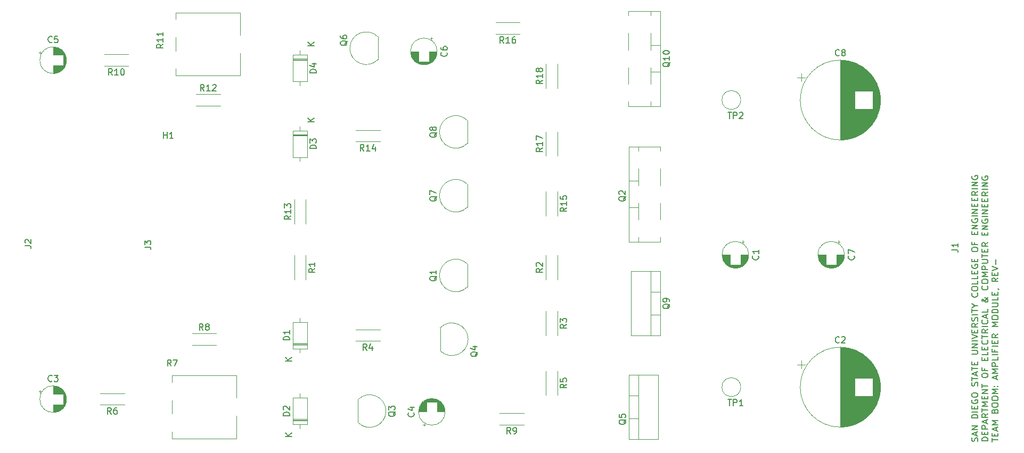
<source format=gbr>
%TF.GenerationSoftware,KiCad,Pcbnew,8.0.4*%
%TF.CreationDate,2024-09-08T18:57:07-07:00*%
%TF.ProjectId,Dorr_Amp_REV-,446f7272-5f41-46d7-905f-5245562d2e6b,-*%
%TF.SameCoordinates,Original*%
%TF.FileFunction,Legend,Top*%
%TF.FilePolarity,Positive*%
%FSLAX46Y46*%
G04 Gerber Fmt 4.6, Leading zero omitted, Abs format (unit mm)*
G04 Created by KiCad (PCBNEW 8.0.4) date 2024-09-08 18:57:07*
%MOMM*%
%LPD*%
G01*
G04 APERTURE LIST*
%ADD10C,0.150000*%
%ADD11C,0.120000*%
G04 APERTURE END LIST*
D10*
X222662312Y-136235839D02*
X222709931Y-136092982D01*
X222709931Y-136092982D02*
X222709931Y-135854887D01*
X222709931Y-135854887D02*
X222662312Y-135759649D01*
X222662312Y-135759649D02*
X222614692Y-135712030D01*
X222614692Y-135712030D02*
X222519454Y-135664411D01*
X222519454Y-135664411D02*
X222424216Y-135664411D01*
X222424216Y-135664411D02*
X222328978Y-135712030D01*
X222328978Y-135712030D02*
X222281359Y-135759649D01*
X222281359Y-135759649D02*
X222233740Y-135854887D01*
X222233740Y-135854887D02*
X222186121Y-136045363D01*
X222186121Y-136045363D02*
X222138502Y-136140601D01*
X222138502Y-136140601D02*
X222090883Y-136188220D01*
X222090883Y-136188220D02*
X221995645Y-136235839D01*
X221995645Y-136235839D02*
X221900407Y-136235839D01*
X221900407Y-136235839D02*
X221805169Y-136188220D01*
X221805169Y-136188220D02*
X221757550Y-136140601D01*
X221757550Y-136140601D02*
X221709931Y-136045363D01*
X221709931Y-136045363D02*
X221709931Y-135807268D01*
X221709931Y-135807268D02*
X221757550Y-135664411D01*
X222424216Y-135283458D02*
X222424216Y-134807268D01*
X222709931Y-135378696D02*
X221709931Y-135045363D01*
X221709931Y-135045363D02*
X222709931Y-134712030D01*
X222709931Y-134378696D02*
X221709931Y-134378696D01*
X221709931Y-134378696D02*
X222709931Y-133807268D01*
X222709931Y-133807268D02*
X221709931Y-133807268D01*
X222709931Y-132569172D02*
X221709931Y-132569172D01*
X221709931Y-132569172D02*
X221709931Y-132331077D01*
X221709931Y-132331077D02*
X221757550Y-132188220D01*
X221757550Y-132188220D02*
X221852788Y-132092982D01*
X221852788Y-132092982D02*
X221948026Y-132045363D01*
X221948026Y-132045363D02*
X222138502Y-131997744D01*
X222138502Y-131997744D02*
X222281359Y-131997744D01*
X222281359Y-131997744D02*
X222471835Y-132045363D01*
X222471835Y-132045363D02*
X222567073Y-132092982D01*
X222567073Y-132092982D02*
X222662312Y-132188220D01*
X222662312Y-132188220D02*
X222709931Y-132331077D01*
X222709931Y-132331077D02*
X222709931Y-132569172D01*
X222709931Y-131569172D02*
X221709931Y-131569172D01*
X222186121Y-131092982D02*
X222186121Y-130759649D01*
X222709931Y-130616792D02*
X222709931Y-131092982D01*
X222709931Y-131092982D02*
X221709931Y-131092982D01*
X221709931Y-131092982D02*
X221709931Y-130616792D01*
X221757550Y-129664411D02*
X221709931Y-129759649D01*
X221709931Y-129759649D02*
X221709931Y-129902506D01*
X221709931Y-129902506D02*
X221757550Y-130045363D01*
X221757550Y-130045363D02*
X221852788Y-130140601D01*
X221852788Y-130140601D02*
X221948026Y-130188220D01*
X221948026Y-130188220D02*
X222138502Y-130235839D01*
X222138502Y-130235839D02*
X222281359Y-130235839D01*
X222281359Y-130235839D02*
X222471835Y-130188220D01*
X222471835Y-130188220D02*
X222567073Y-130140601D01*
X222567073Y-130140601D02*
X222662312Y-130045363D01*
X222662312Y-130045363D02*
X222709931Y-129902506D01*
X222709931Y-129902506D02*
X222709931Y-129807268D01*
X222709931Y-129807268D02*
X222662312Y-129664411D01*
X222662312Y-129664411D02*
X222614692Y-129616792D01*
X222614692Y-129616792D02*
X222281359Y-129616792D01*
X222281359Y-129616792D02*
X222281359Y-129807268D01*
X221709931Y-128997744D02*
X221709931Y-128807268D01*
X221709931Y-128807268D02*
X221757550Y-128712030D01*
X221757550Y-128712030D02*
X221852788Y-128616792D01*
X221852788Y-128616792D02*
X222043264Y-128569173D01*
X222043264Y-128569173D02*
X222376597Y-128569173D01*
X222376597Y-128569173D02*
X222567073Y-128616792D01*
X222567073Y-128616792D02*
X222662312Y-128712030D01*
X222662312Y-128712030D02*
X222709931Y-128807268D01*
X222709931Y-128807268D02*
X222709931Y-128997744D01*
X222709931Y-128997744D02*
X222662312Y-129092982D01*
X222662312Y-129092982D02*
X222567073Y-129188220D01*
X222567073Y-129188220D02*
X222376597Y-129235839D01*
X222376597Y-129235839D02*
X222043264Y-129235839D01*
X222043264Y-129235839D02*
X221852788Y-129188220D01*
X221852788Y-129188220D02*
X221757550Y-129092982D01*
X221757550Y-129092982D02*
X221709931Y-128997744D01*
X222662312Y-127426315D02*
X222709931Y-127283458D01*
X222709931Y-127283458D02*
X222709931Y-127045363D01*
X222709931Y-127045363D02*
X222662312Y-126950125D01*
X222662312Y-126950125D02*
X222614692Y-126902506D01*
X222614692Y-126902506D02*
X222519454Y-126854887D01*
X222519454Y-126854887D02*
X222424216Y-126854887D01*
X222424216Y-126854887D02*
X222328978Y-126902506D01*
X222328978Y-126902506D02*
X222281359Y-126950125D01*
X222281359Y-126950125D02*
X222233740Y-127045363D01*
X222233740Y-127045363D02*
X222186121Y-127235839D01*
X222186121Y-127235839D02*
X222138502Y-127331077D01*
X222138502Y-127331077D02*
X222090883Y-127378696D01*
X222090883Y-127378696D02*
X221995645Y-127426315D01*
X221995645Y-127426315D02*
X221900407Y-127426315D01*
X221900407Y-127426315D02*
X221805169Y-127378696D01*
X221805169Y-127378696D02*
X221757550Y-127331077D01*
X221757550Y-127331077D02*
X221709931Y-127235839D01*
X221709931Y-127235839D02*
X221709931Y-126997744D01*
X221709931Y-126997744D02*
X221757550Y-126854887D01*
X221709931Y-126569172D02*
X221709931Y-125997744D01*
X222709931Y-126283458D02*
X221709931Y-126283458D01*
X222424216Y-125712029D02*
X222424216Y-125235839D01*
X222709931Y-125807267D02*
X221709931Y-125473934D01*
X221709931Y-125473934D02*
X222709931Y-125140601D01*
X221709931Y-124950124D02*
X221709931Y-124378696D01*
X222709931Y-124664410D02*
X221709931Y-124664410D01*
X222186121Y-124045362D02*
X222186121Y-123712029D01*
X222709931Y-123569172D02*
X222709931Y-124045362D01*
X222709931Y-124045362D02*
X221709931Y-124045362D01*
X221709931Y-124045362D02*
X221709931Y-123569172D01*
X221709931Y-122378695D02*
X222519454Y-122378695D01*
X222519454Y-122378695D02*
X222614692Y-122331076D01*
X222614692Y-122331076D02*
X222662312Y-122283457D01*
X222662312Y-122283457D02*
X222709931Y-122188219D01*
X222709931Y-122188219D02*
X222709931Y-121997743D01*
X222709931Y-121997743D02*
X222662312Y-121902505D01*
X222662312Y-121902505D02*
X222614692Y-121854886D01*
X222614692Y-121854886D02*
X222519454Y-121807267D01*
X222519454Y-121807267D02*
X221709931Y-121807267D01*
X222709931Y-121331076D02*
X221709931Y-121331076D01*
X221709931Y-121331076D02*
X222709931Y-120759648D01*
X222709931Y-120759648D02*
X221709931Y-120759648D01*
X222709931Y-120283457D02*
X221709931Y-120283457D01*
X221709931Y-119950124D02*
X222709931Y-119616791D01*
X222709931Y-119616791D02*
X221709931Y-119283458D01*
X222186121Y-118950124D02*
X222186121Y-118616791D01*
X222709931Y-118473934D02*
X222709931Y-118950124D01*
X222709931Y-118950124D02*
X221709931Y-118950124D01*
X221709931Y-118950124D02*
X221709931Y-118473934D01*
X222709931Y-117473934D02*
X222233740Y-117807267D01*
X222709931Y-118045362D02*
X221709931Y-118045362D01*
X221709931Y-118045362D02*
X221709931Y-117664410D01*
X221709931Y-117664410D02*
X221757550Y-117569172D01*
X221757550Y-117569172D02*
X221805169Y-117521553D01*
X221805169Y-117521553D02*
X221900407Y-117473934D01*
X221900407Y-117473934D02*
X222043264Y-117473934D01*
X222043264Y-117473934D02*
X222138502Y-117521553D01*
X222138502Y-117521553D02*
X222186121Y-117569172D01*
X222186121Y-117569172D02*
X222233740Y-117664410D01*
X222233740Y-117664410D02*
X222233740Y-118045362D01*
X222662312Y-117092981D02*
X222709931Y-116950124D01*
X222709931Y-116950124D02*
X222709931Y-116712029D01*
X222709931Y-116712029D02*
X222662312Y-116616791D01*
X222662312Y-116616791D02*
X222614692Y-116569172D01*
X222614692Y-116569172D02*
X222519454Y-116521553D01*
X222519454Y-116521553D02*
X222424216Y-116521553D01*
X222424216Y-116521553D02*
X222328978Y-116569172D01*
X222328978Y-116569172D02*
X222281359Y-116616791D01*
X222281359Y-116616791D02*
X222233740Y-116712029D01*
X222233740Y-116712029D02*
X222186121Y-116902505D01*
X222186121Y-116902505D02*
X222138502Y-116997743D01*
X222138502Y-116997743D02*
X222090883Y-117045362D01*
X222090883Y-117045362D02*
X221995645Y-117092981D01*
X221995645Y-117092981D02*
X221900407Y-117092981D01*
X221900407Y-117092981D02*
X221805169Y-117045362D01*
X221805169Y-117045362D02*
X221757550Y-116997743D01*
X221757550Y-116997743D02*
X221709931Y-116902505D01*
X221709931Y-116902505D02*
X221709931Y-116664410D01*
X221709931Y-116664410D02*
X221757550Y-116521553D01*
X222709931Y-116092981D02*
X221709931Y-116092981D01*
X221709931Y-115759648D02*
X221709931Y-115188220D01*
X222709931Y-115473934D02*
X221709931Y-115473934D01*
X222233740Y-114664410D02*
X222709931Y-114664410D01*
X221709931Y-114997743D02*
X222233740Y-114664410D01*
X222233740Y-114664410D02*
X221709931Y-114331077D01*
X222614692Y-112664410D02*
X222662312Y-112712029D01*
X222662312Y-112712029D02*
X222709931Y-112854886D01*
X222709931Y-112854886D02*
X222709931Y-112950124D01*
X222709931Y-112950124D02*
X222662312Y-113092981D01*
X222662312Y-113092981D02*
X222567073Y-113188219D01*
X222567073Y-113188219D02*
X222471835Y-113235838D01*
X222471835Y-113235838D02*
X222281359Y-113283457D01*
X222281359Y-113283457D02*
X222138502Y-113283457D01*
X222138502Y-113283457D02*
X221948026Y-113235838D01*
X221948026Y-113235838D02*
X221852788Y-113188219D01*
X221852788Y-113188219D02*
X221757550Y-113092981D01*
X221757550Y-113092981D02*
X221709931Y-112950124D01*
X221709931Y-112950124D02*
X221709931Y-112854886D01*
X221709931Y-112854886D02*
X221757550Y-112712029D01*
X221757550Y-112712029D02*
X221805169Y-112664410D01*
X221709931Y-112045362D02*
X221709931Y-111854886D01*
X221709931Y-111854886D02*
X221757550Y-111759648D01*
X221757550Y-111759648D02*
X221852788Y-111664410D01*
X221852788Y-111664410D02*
X222043264Y-111616791D01*
X222043264Y-111616791D02*
X222376597Y-111616791D01*
X222376597Y-111616791D02*
X222567073Y-111664410D01*
X222567073Y-111664410D02*
X222662312Y-111759648D01*
X222662312Y-111759648D02*
X222709931Y-111854886D01*
X222709931Y-111854886D02*
X222709931Y-112045362D01*
X222709931Y-112045362D02*
X222662312Y-112140600D01*
X222662312Y-112140600D02*
X222567073Y-112235838D01*
X222567073Y-112235838D02*
X222376597Y-112283457D01*
X222376597Y-112283457D02*
X222043264Y-112283457D01*
X222043264Y-112283457D02*
X221852788Y-112235838D01*
X221852788Y-112235838D02*
X221757550Y-112140600D01*
X221757550Y-112140600D02*
X221709931Y-112045362D01*
X222709931Y-110712029D02*
X222709931Y-111188219D01*
X222709931Y-111188219D02*
X221709931Y-111188219D01*
X222709931Y-109902505D02*
X222709931Y-110378695D01*
X222709931Y-110378695D02*
X221709931Y-110378695D01*
X222186121Y-109569171D02*
X222186121Y-109235838D01*
X222709931Y-109092981D02*
X222709931Y-109569171D01*
X222709931Y-109569171D02*
X221709931Y-109569171D01*
X221709931Y-109569171D02*
X221709931Y-109092981D01*
X221757550Y-108140600D02*
X221709931Y-108235838D01*
X221709931Y-108235838D02*
X221709931Y-108378695D01*
X221709931Y-108378695D02*
X221757550Y-108521552D01*
X221757550Y-108521552D02*
X221852788Y-108616790D01*
X221852788Y-108616790D02*
X221948026Y-108664409D01*
X221948026Y-108664409D02*
X222138502Y-108712028D01*
X222138502Y-108712028D02*
X222281359Y-108712028D01*
X222281359Y-108712028D02*
X222471835Y-108664409D01*
X222471835Y-108664409D02*
X222567073Y-108616790D01*
X222567073Y-108616790D02*
X222662312Y-108521552D01*
X222662312Y-108521552D02*
X222709931Y-108378695D01*
X222709931Y-108378695D02*
X222709931Y-108283457D01*
X222709931Y-108283457D02*
X222662312Y-108140600D01*
X222662312Y-108140600D02*
X222614692Y-108092981D01*
X222614692Y-108092981D02*
X222281359Y-108092981D01*
X222281359Y-108092981D02*
X222281359Y-108283457D01*
X222186121Y-107664409D02*
X222186121Y-107331076D01*
X222709931Y-107188219D02*
X222709931Y-107664409D01*
X222709931Y-107664409D02*
X221709931Y-107664409D01*
X221709931Y-107664409D02*
X221709931Y-107188219D01*
X221709931Y-105807266D02*
X221709931Y-105616790D01*
X221709931Y-105616790D02*
X221757550Y-105521552D01*
X221757550Y-105521552D02*
X221852788Y-105426314D01*
X221852788Y-105426314D02*
X222043264Y-105378695D01*
X222043264Y-105378695D02*
X222376597Y-105378695D01*
X222376597Y-105378695D02*
X222567073Y-105426314D01*
X222567073Y-105426314D02*
X222662312Y-105521552D01*
X222662312Y-105521552D02*
X222709931Y-105616790D01*
X222709931Y-105616790D02*
X222709931Y-105807266D01*
X222709931Y-105807266D02*
X222662312Y-105902504D01*
X222662312Y-105902504D02*
X222567073Y-105997742D01*
X222567073Y-105997742D02*
X222376597Y-106045361D01*
X222376597Y-106045361D02*
X222043264Y-106045361D01*
X222043264Y-106045361D02*
X221852788Y-105997742D01*
X221852788Y-105997742D02*
X221757550Y-105902504D01*
X221757550Y-105902504D02*
X221709931Y-105807266D01*
X222186121Y-104616790D02*
X222186121Y-104950123D01*
X222709931Y-104950123D02*
X221709931Y-104950123D01*
X221709931Y-104950123D02*
X221709931Y-104473933D01*
X222186121Y-103331075D02*
X222186121Y-102997742D01*
X222709931Y-102854885D02*
X222709931Y-103331075D01*
X222709931Y-103331075D02*
X221709931Y-103331075D01*
X221709931Y-103331075D02*
X221709931Y-102854885D01*
X222709931Y-102426313D02*
X221709931Y-102426313D01*
X221709931Y-102426313D02*
X222709931Y-101854885D01*
X222709931Y-101854885D02*
X221709931Y-101854885D01*
X221757550Y-100854885D02*
X221709931Y-100950123D01*
X221709931Y-100950123D02*
X221709931Y-101092980D01*
X221709931Y-101092980D02*
X221757550Y-101235837D01*
X221757550Y-101235837D02*
X221852788Y-101331075D01*
X221852788Y-101331075D02*
X221948026Y-101378694D01*
X221948026Y-101378694D02*
X222138502Y-101426313D01*
X222138502Y-101426313D02*
X222281359Y-101426313D01*
X222281359Y-101426313D02*
X222471835Y-101378694D01*
X222471835Y-101378694D02*
X222567073Y-101331075D01*
X222567073Y-101331075D02*
X222662312Y-101235837D01*
X222662312Y-101235837D02*
X222709931Y-101092980D01*
X222709931Y-101092980D02*
X222709931Y-100997742D01*
X222709931Y-100997742D02*
X222662312Y-100854885D01*
X222662312Y-100854885D02*
X222614692Y-100807266D01*
X222614692Y-100807266D02*
X222281359Y-100807266D01*
X222281359Y-100807266D02*
X222281359Y-100997742D01*
X222709931Y-100378694D02*
X221709931Y-100378694D01*
X222709931Y-99902504D02*
X221709931Y-99902504D01*
X221709931Y-99902504D02*
X222709931Y-99331076D01*
X222709931Y-99331076D02*
X221709931Y-99331076D01*
X222186121Y-98854885D02*
X222186121Y-98521552D01*
X222709931Y-98378695D02*
X222709931Y-98854885D01*
X222709931Y-98854885D02*
X221709931Y-98854885D01*
X221709931Y-98854885D02*
X221709931Y-98378695D01*
X222186121Y-97950123D02*
X222186121Y-97616790D01*
X222709931Y-97473933D02*
X222709931Y-97950123D01*
X222709931Y-97950123D02*
X221709931Y-97950123D01*
X221709931Y-97950123D02*
X221709931Y-97473933D01*
X222709931Y-96473933D02*
X222233740Y-96807266D01*
X222709931Y-97045361D02*
X221709931Y-97045361D01*
X221709931Y-97045361D02*
X221709931Y-96664409D01*
X221709931Y-96664409D02*
X221757550Y-96569171D01*
X221757550Y-96569171D02*
X221805169Y-96521552D01*
X221805169Y-96521552D02*
X221900407Y-96473933D01*
X221900407Y-96473933D02*
X222043264Y-96473933D01*
X222043264Y-96473933D02*
X222138502Y-96521552D01*
X222138502Y-96521552D02*
X222186121Y-96569171D01*
X222186121Y-96569171D02*
X222233740Y-96664409D01*
X222233740Y-96664409D02*
X222233740Y-97045361D01*
X222709931Y-96045361D02*
X221709931Y-96045361D01*
X222709931Y-95569171D02*
X221709931Y-95569171D01*
X221709931Y-95569171D02*
X222709931Y-94997743D01*
X222709931Y-94997743D02*
X221709931Y-94997743D01*
X221757550Y-93997743D02*
X221709931Y-94092981D01*
X221709931Y-94092981D02*
X221709931Y-94235838D01*
X221709931Y-94235838D02*
X221757550Y-94378695D01*
X221757550Y-94378695D02*
X221852788Y-94473933D01*
X221852788Y-94473933D02*
X221948026Y-94521552D01*
X221948026Y-94521552D02*
X222138502Y-94569171D01*
X222138502Y-94569171D02*
X222281359Y-94569171D01*
X222281359Y-94569171D02*
X222471835Y-94521552D01*
X222471835Y-94521552D02*
X222567073Y-94473933D01*
X222567073Y-94473933D02*
X222662312Y-94378695D01*
X222662312Y-94378695D02*
X222709931Y-94235838D01*
X222709931Y-94235838D02*
X222709931Y-94140600D01*
X222709931Y-94140600D02*
X222662312Y-93997743D01*
X222662312Y-93997743D02*
X222614692Y-93950124D01*
X222614692Y-93950124D02*
X222281359Y-93950124D01*
X222281359Y-93950124D02*
X222281359Y-94140600D01*
X224319875Y-136188220D02*
X223319875Y-136188220D01*
X223319875Y-136188220D02*
X223319875Y-135950125D01*
X223319875Y-135950125D02*
X223367494Y-135807268D01*
X223367494Y-135807268D02*
X223462732Y-135712030D01*
X223462732Y-135712030D02*
X223557970Y-135664411D01*
X223557970Y-135664411D02*
X223748446Y-135616792D01*
X223748446Y-135616792D02*
X223891303Y-135616792D01*
X223891303Y-135616792D02*
X224081779Y-135664411D01*
X224081779Y-135664411D02*
X224177017Y-135712030D01*
X224177017Y-135712030D02*
X224272256Y-135807268D01*
X224272256Y-135807268D02*
X224319875Y-135950125D01*
X224319875Y-135950125D02*
X224319875Y-136188220D01*
X223796065Y-135188220D02*
X223796065Y-134854887D01*
X224319875Y-134712030D02*
X224319875Y-135188220D01*
X224319875Y-135188220D02*
X223319875Y-135188220D01*
X223319875Y-135188220D02*
X223319875Y-134712030D01*
X224319875Y-134283458D02*
X223319875Y-134283458D01*
X223319875Y-134283458D02*
X223319875Y-133902506D01*
X223319875Y-133902506D02*
X223367494Y-133807268D01*
X223367494Y-133807268D02*
X223415113Y-133759649D01*
X223415113Y-133759649D02*
X223510351Y-133712030D01*
X223510351Y-133712030D02*
X223653208Y-133712030D01*
X223653208Y-133712030D02*
X223748446Y-133759649D01*
X223748446Y-133759649D02*
X223796065Y-133807268D01*
X223796065Y-133807268D02*
X223843684Y-133902506D01*
X223843684Y-133902506D02*
X223843684Y-134283458D01*
X224034160Y-133331077D02*
X224034160Y-132854887D01*
X224319875Y-133426315D02*
X223319875Y-133092982D01*
X223319875Y-133092982D02*
X224319875Y-132759649D01*
X224319875Y-131854887D02*
X223843684Y-132188220D01*
X224319875Y-132426315D02*
X223319875Y-132426315D01*
X223319875Y-132426315D02*
X223319875Y-132045363D01*
X223319875Y-132045363D02*
X223367494Y-131950125D01*
X223367494Y-131950125D02*
X223415113Y-131902506D01*
X223415113Y-131902506D02*
X223510351Y-131854887D01*
X223510351Y-131854887D02*
X223653208Y-131854887D01*
X223653208Y-131854887D02*
X223748446Y-131902506D01*
X223748446Y-131902506D02*
X223796065Y-131950125D01*
X223796065Y-131950125D02*
X223843684Y-132045363D01*
X223843684Y-132045363D02*
X223843684Y-132426315D01*
X223319875Y-131569172D02*
X223319875Y-130997744D01*
X224319875Y-131283458D02*
X223319875Y-131283458D01*
X224319875Y-130664410D02*
X223319875Y-130664410D01*
X223319875Y-130664410D02*
X224034160Y-130331077D01*
X224034160Y-130331077D02*
X223319875Y-129997744D01*
X223319875Y-129997744D02*
X224319875Y-129997744D01*
X223796065Y-129521553D02*
X223796065Y-129188220D01*
X224319875Y-129045363D02*
X224319875Y-129521553D01*
X224319875Y-129521553D02*
X223319875Y-129521553D01*
X223319875Y-129521553D02*
X223319875Y-129045363D01*
X224319875Y-128616791D02*
X223319875Y-128616791D01*
X223319875Y-128616791D02*
X224319875Y-128045363D01*
X224319875Y-128045363D02*
X223319875Y-128045363D01*
X223319875Y-127712029D02*
X223319875Y-127140601D01*
X224319875Y-127426315D02*
X223319875Y-127426315D01*
X223319875Y-125854886D02*
X223319875Y-125664410D01*
X223319875Y-125664410D02*
X223367494Y-125569172D01*
X223367494Y-125569172D02*
X223462732Y-125473934D01*
X223462732Y-125473934D02*
X223653208Y-125426315D01*
X223653208Y-125426315D02*
X223986541Y-125426315D01*
X223986541Y-125426315D02*
X224177017Y-125473934D01*
X224177017Y-125473934D02*
X224272256Y-125569172D01*
X224272256Y-125569172D02*
X224319875Y-125664410D01*
X224319875Y-125664410D02*
X224319875Y-125854886D01*
X224319875Y-125854886D02*
X224272256Y-125950124D01*
X224272256Y-125950124D02*
X224177017Y-126045362D01*
X224177017Y-126045362D02*
X223986541Y-126092981D01*
X223986541Y-126092981D02*
X223653208Y-126092981D01*
X223653208Y-126092981D02*
X223462732Y-126045362D01*
X223462732Y-126045362D02*
X223367494Y-125950124D01*
X223367494Y-125950124D02*
X223319875Y-125854886D01*
X223796065Y-124664410D02*
X223796065Y-124997743D01*
X224319875Y-124997743D02*
X223319875Y-124997743D01*
X223319875Y-124997743D02*
X223319875Y-124521553D01*
X223796065Y-123378695D02*
X223796065Y-123045362D01*
X224319875Y-122902505D02*
X224319875Y-123378695D01*
X224319875Y-123378695D02*
X223319875Y-123378695D01*
X223319875Y-123378695D02*
X223319875Y-122902505D01*
X224319875Y-121997743D02*
X224319875Y-122473933D01*
X224319875Y-122473933D02*
X223319875Y-122473933D01*
X223796065Y-121664409D02*
X223796065Y-121331076D01*
X224319875Y-121188219D02*
X224319875Y-121664409D01*
X224319875Y-121664409D02*
X223319875Y-121664409D01*
X223319875Y-121664409D02*
X223319875Y-121188219D01*
X224224636Y-120188219D02*
X224272256Y-120235838D01*
X224272256Y-120235838D02*
X224319875Y-120378695D01*
X224319875Y-120378695D02*
X224319875Y-120473933D01*
X224319875Y-120473933D02*
X224272256Y-120616790D01*
X224272256Y-120616790D02*
X224177017Y-120712028D01*
X224177017Y-120712028D02*
X224081779Y-120759647D01*
X224081779Y-120759647D02*
X223891303Y-120807266D01*
X223891303Y-120807266D02*
X223748446Y-120807266D01*
X223748446Y-120807266D02*
X223557970Y-120759647D01*
X223557970Y-120759647D02*
X223462732Y-120712028D01*
X223462732Y-120712028D02*
X223367494Y-120616790D01*
X223367494Y-120616790D02*
X223319875Y-120473933D01*
X223319875Y-120473933D02*
X223319875Y-120378695D01*
X223319875Y-120378695D02*
X223367494Y-120235838D01*
X223367494Y-120235838D02*
X223415113Y-120188219D01*
X223319875Y-119902504D02*
X223319875Y-119331076D01*
X224319875Y-119616790D02*
X223319875Y-119616790D01*
X224319875Y-118426314D02*
X223843684Y-118759647D01*
X224319875Y-118997742D02*
X223319875Y-118997742D01*
X223319875Y-118997742D02*
X223319875Y-118616790D01*
X223319875Y-118616790D02*
X223367494Y-118521552D01*
X223367494Y-118521552D02*
X223415113Y-118473933D01*
X223415113Y-118473933D02*
X223510351Y-118426314D01*
X223510351Y-118426314D02*
X223653208Y-118426314D01*
X223653208Y-118426314D02*
X223748446Y-118473933D01*
X223748446Y-118473933D02*
X223796065Y-118521552D01*
X223796065Y-118521552D02*
X223843684Y-118616790D01*
X223843684Y-118616790D02*
X223843684Y-118997742D01*
X224319875Y-117997742D02*
X223319875Y-117997742D01*
X224224636Y-116950124D02*
X224272256Y-116997743D01*
X224272256Y-116997743D02*
X224319875Y-117140600D01*
X224319875Y-117140600D02*
X224319875Y-117235838D01*
X224319875Y-117235838D02*
X224272256Y-117378695D01*
X224272256Y-117378695D02*
X224177017Y-117473933D01*
X224177017Y-117473933D02*
X224081779Y-117521552D01*
X224081779Y-117521552D02*
X223891303Y-117569171D01*
X223891303Y-117569171D02*
X223748446Y-117569171D01*
X223748446Y-117569171D02*
X223557970Y-117521552D01*
X223557970Y-117521552D02*
X223462732Y-117473933D01*
X223462732Y-117473933D02*
X223367494Y-117378695D01*
X223367494Y-117378695D02*
X223319875Y-117235838D01*
X223319875Y-117235838D02*
X223319875Y-117140600D01*
X223319875Y-117140600D02*
X223367494Y-116997743D01*
X223367494Y-116997743D02*
X223415113Y-116950124D01*
X224034160Y-116569171D02*
X224034160Y-116092981D01*
X224319875Y-116664409D02*
X223319875Y-116331076D01*
X223319875Y-116331076D02*
X224319875Y-115997743D01*
X224319875Y-115188219D02*
X224319875Y-115664409D01*
X224319875Y-115664409D02*
X223319875Y-115664409D01*
X224319875Y-113283456D02*
X224319875Y-113331076D01*
X224319875Y-113331076D02*
X224272256Y-113426314D01*
X224272256Y-113426314D02*
X224129398Y-113569171D01*
X224129398Y-113569171D02*
X223843684Y-113807266D01*
X223843684Y-113807266D02*
X223700827Y-113902504D01*
X223700827Y-113902504D02*
X223557970Y-113950123D01*
X223557970Y-113950123D02*
X223462732Y-113950123D01*
X223462732Y-113950123D02*
X223367494Y-113902504D01*
X223367494Y-113902504D02*
X223319875Y-113807266D01*
X223319875Y-113807266D02*
X223319875Y-113759647D01*
X223319875Y-113759647D02*
X223367494Y-113664409D01*
X223367494Y-113664409D02*
X223462732Y-113616790D01*
X223462732Y-113616790D02*
X223510351Y-113616790D01*
X223510351Y-113616790D02*
X223605589Y-113664409D01*
X223605589Y-113664409D02*
X223653208Y-113712028D01*
X223653208Y-113712028D02*
X223843684Y-113997742D01*
X223843684Y-113997742D02*
X223891303Y-114045361D01*
X223891303Y-114045361D02*
X223986541Y-114092980D01*
X223986541Y-114092980D02*
X224129398Y-114092980D01*
X224129398Y-114092980D02*
X224224636Y-114045361D01*
X224224636Y-114045361D02*
X224272256Y-113997742D01*
X224272256Y-113997742D02*
X224319875Y-113902504D01*
X224319875Y-113902504D02*
X224319875Y-113759647D01*
X224319875Y-113759647D02*
X224272256Y-113664409D01*
X224272256Y-113664409D02*
X224224636Y-113616790D01*
X224224636Y-113616790D02*
X224034160Y-113473933D01*
X224034160Y-113473933D02*
X223891303Y-113426314D01*
X223891303Y-113426314D02*
X223796065Y-113426314D01*
X224224636Y-111521552D02*
X224272256Y-111569171D01*
X224272256Y-111569171D02*
X224319875Y-111712028D01*
X224319875Y-111712028D02*
X224319875Y-111807266D01*
X224319875Y-111807266D02*
X224272256Y-111950123D01*
X224272256Y-111950123D02*
X224177017Y-112045361D01*
X224177017Y-112045361D02*
X224081779Y-112092980D01*
X224081779Y-112092980D02*
X223891303Y-112140599D01*
X223891303Y-112140599D02*
X223748446Y-112140599D01*
X223748446Y-112140599D02*
X223557970Y-112092980D01*
X223557970Y-112092980D02*
X223462732Y-112045361D01*
X223462732Y-112045361D02*
X223367494Y-111950123D01*
X223367494Y-111950123D02*
X223319875Y-111807266D01*
X223319875Y-111807266D02*
X223319875Y-111712028D01*
X223319875Y-111712028D02*
X223367494Y-111569171D01*
X223367494Y-111569171D02*
X223415113Y-111521552D01*
X223319875Y-110902504D02*
X223319875Y-110712028D01*
X223319875Y-110712028D02*
X223367494Y-110616790D01*
X223367494Y-110616790D02*
X223462732Y-110521552D01*
X223462732Y-110521552D02*
X223653208Y-110473933D01*
X223653208Y-110473933D02*
X223986541Y-110473933D01*
X223986541Y-110473933D02*
X224177017Y-110521552D01*
X224177017Y-110521552D02*
X224272256Y-110616790D01*
X224272256Y-110616790D02*
X224319875Y-110712028D01*
X224319875Y-110712028D02*
X224319875Y-110902504D01*
X224319875Y-110902504D02*
X224272256Y-110997742D01*
X224272256Y-110997742D02*
X224177017Y-111092980D01*
X224177017Y-111092980D02*
X223986541Y-111140599D01*
X223986541Y-111140599D02*
X223653208Y-111140599D01*
X223653208Y-111140599D02*
X223462732Y-111092980D01*
X223462732Y-111092980D02*
X223367494Y-110997742D01*
X223367494Y-110997742D02*
X223319875Y-110902504D01*
X224319875Y-110045361D02*
X223319875Y-110045361D01*
X223319875Y-110045361D02*
X224034160Y-109712028D01*
X224034160Y-109712028D02*
X223319875Y-109378695D01*
X223319875Y-109378695D02*
X224319875Y-109378695D01*
X224319875Y-108902504D02*
X223319875Y-108902504D01*
X223319875Y-108902504D02*
X223319875Y-108521552D01*
X223319875Y-108521552D02*
X223367494Y-108426314D01*
X223367494Y-108426314D02*
X223415113Y-108378695D01*
X223415113Y-108378695D02*
X223510351Y-108331076D01*
X223510351Y-108331076D02*
X223653208Y-108331076D01*
X223653208Y-108331076D02*
X223748446Y-108378695D01*
X223748446Y-108378695D02*
X223796065Y-108426314D01*
X223796065Y-108426314D02*
X223843684Y-108521552D01*
X223843684Y-108521552D02*
X223843684Y-108902504D01*
X223319875Y-107902504D02*
X224129398Y-107902504D01*
X224129398Y-107902504D02*
X224224636Y-107854885D01*
X224224636Y-107854885D02*
X224272256Y-107807266D01*
X224272256Y-107807266D02*
X224319875Y-107712028D01*
X224319875Y-107712028D02*
X224319875Y-107521552D01*
X224319875Y-107521552D02*
X224272256Y-107426314D01*
X224272256Y-107426314D02*
X224224636Y-107378695D01*
X224224636Y-107378695D02*
X224129398Y-107331076D01*
X224129398Y-107331076D02*
X223319875Y-107331076D01*
X223319875Y-106997742D02*
X223319875Y-106426314D01*
X224319875Y-106712028D02*
X223319875Y-106712028D01*
X223796065Y-106092980D02*
X223796065Y-105759647D01*
X224319875Y-105616790D02*
X224319875Y-106092980D01*
X224319875Y-106092980D02*
X223319875Y-106092980D01*
X223319875Y-106092980D02*
X223319875Y-105616790D01*
X224319875Y-104616790D02*
X223843684Y-104950123D01*
X224319875Y-105188218D02*
X223319875Y-105188218D01*
X223319875Y-105188218D02*
X223319875Y-104807266D01*
X223319875Y-104807266D02*
X223367494Y-104712028D01*
X223367494Y-104712028D02*
X223415113Y-104664409D01*
X223415113Y-104664409D02*
X223510351Y-104616790D01*
X223510351Y-104616790D02*
X223653208Y-104616790D01*
X223653208Y-104616790D02*
X223748446Y-104664409D01*
X223748446Y-104664409D02*
X223796065Y-104712028D01*
X223796065Y-104712028D02*
X223843684Y-104807266D01*
X223843684Y-104807266D02*
X223843684Y-105188218D01*
X223796065Y-103426313D02*
X223796065Y-103092980D01*
X224319875Y-102950123D02*
X224319875Y-103426313D01*
X224319875Y-103426313D02*
X223319875Y-103426313D01*
X223319875Y-103426313D02*
X223319875Y-102950123D01*
X224319875Y-102521551D02*
X223319875Y-102521551D01*
X223319875Y-102521551D02*
X224319875Y-101950123D01*
X224319875Y-101950123D02*
X223319875Y-101950123D01*
X223367494Y-100950123D02*
X223319875Y-101045361D01*
X223319875Y-101045361D02*
X223319875Y-101188218D01*
X223319875Y-101188218D02*
X223367494Y-101331075D01*
X223367494Y-101331075D02*
X223462732Y-101426313D01*
X223462732Y-101426313D02*
X223557970Y-101473932D01*
X223557970Y-101473932D02*
X223748446Y-101521551D01*
X223748446Y-101521551D02*
X223891303Y-101521551D01*
X223891303Y-101521551D02*
X224081779Y-101473932D01*
X224081779Y-101473932D02*
X224177017Y-101426313D01*
X224177017Y-101426313D02*
X224272256Y-101331075D01*
X224272256Y-101331075D02*
X224319875Y-101188218D01*
X224319875Y-101188218D02*
X224319875Y-101092980D01*
X224319875Y-101092980D02*
X224272256Y-100950123D01*
X224272256Y-100950123D02*
X224224636Y-100902504D01*
X224224636Y-100902504D02*
X223891303Y-100902504D01*
X223891303Y-100902504D02*
X223891303Y-101092980D01*
X224319875Y-100473932D02*
X223319875Y-100473932D01*
X224319875Y-99997742D02*
X223319875Y-99997742D01*
X223319875Y-99997742D02*
X224319875Y-99426314D01*
X224319875Y-99426314D02*
X223319875Y-99426314D01*
X223796065Y-98950123D02*
X223796065Y-98616790D01*
X224319875Y-98473933D02*
X224319875Y-98950123D01*
X224319875Y-98950123D02*
X223319875Y-98950123D01*
X223319875Y-98950123D02*
X223319875Y-98473933D01*
X223796065Y-98045361D02*
X223796065Y-97712028D01*
X224319875Y-97569171D02*
X224319875Y-98045361D01*
X224319875Y-98045361D02*
X223319875Y-98045361D01*
X223319875Y-98045361D02*
X223319875Y-97569171D01*
X224319875Y-96569171D02*
X223843684Y-96902504D01*
X224319875Y-97140599D02*
X223319875Y-97140599D01*
X223319875Y-97140599D02*
X223319875Y-96759647D01*
X223319875Y-96759647D02*
X223367494Y-96664409D01*
X223367494Y-96664409D02*
X223415113Y-96616790D01*
X223415113Y-96616790D02*
X223510351Y-96569171D01*
X223510351Y-96569171D02*
X223653208Y-96569171D01*
X223653208Y-96569171D02*
X223748446Y-96616790D01*
X223748446Y-96616790D02*
X223796065Y-96664409D01*
X223796065Y-96664409D02*
X223843684Y-96759647D01*
X223843684Y-96759647D02*
X223843684Y-97140599D01*
X224319875Y-96140599D02*
X223319875Y-96140599D01*
X224319875Y-95664409D02*
X223319875Y-95664409D01*
X223319875Y-95664409D02*
X224319875Y-95092981D01*
X224319875Y-95092981D02*
X223319875Y-95092981D01*
X223367494Y-94092981D02*
X223319875Y-94188219D01*
X223319875Y-94188219D02*
X223319875Y-94331076D01*
X223319875Y-94331076D02*
X223367494Y-94473933D01*
X223367494Y-94473933D02*
X223462732Y-94569171D01*
X223462732Y-94569171D02*
X223557970Y-94616790D01*
X223557970Y-94616790D02*
X223748446Y-94664409D01*
X223748446Y-94664409D02*
X223891303Y-94664409D01*
X223891303Y-94664409D02*
X224081779Y-94616790D01*
X224081779Y-94616790D02*
X224177017Y-94569171D01*
X224177017Y-94569171D02*
X224272256Y-94473933D01*
X224272256Y-94473933D02*
X224319875Y-94331076D01*
X224319875Y-94331076D02*
X224319875Y-94235838D01*
X224319875Y-94235838D02*
X224272256Y-94092981D01*
X224272256Y-94092981D02*
X224224636Y-94045362D01*
X224224636Y-94045362D02*
X223891303Y-94045362D01*
X223891303Y-94045362D02*
X223891303Y-94235838D01*
X224929819Y-136331077D02*
X224929819Y-135759649D01*
X225929819Y-136045363D02*
X224929819Y-136045363D01*
X225406009Y-135426315D02*
X225406009Y-135092982D01*
X225929819Y-134950125D02*
X225929819Y-135426315D01*
X225929819Y-135426315D02*
X224929819Y-135426315D01*
X224929819Y-135426315D02*
X224929819Y-134950125D01*
X225644104Y-134569172D02*
X225644104Y-134092982D01*
X225929819Y-134664410D02*
X224929819Y-134331077D01*
X224929819Y-134331077D02*
X225929819Y-133997744D01*
X225929819Y-133664410D02*
X224929819Y-133664410D01*
X224929819Y-133664410D02*
X225644104Y-133331077D01*
X225644104Y-133331077D02*
X224929819Y-132997744D01*
X224929819Y-132997744D02*
X225929819Y-132997744D01*
X225406009Y-131426315D02*
X225453628Y-131283458D01*
X225453628Y-131283458D02*
X225501247Y-131235839D01*
X225501247Y-131235839D02*
X225596485Y-131188220D01*
X225596485Y-131188220D02*
X225739342Y-131188220D01*
X225739342Y-131188220D02*
X225834580Y-131235839D01*
X225834580Y-131235839D02*
X225882200Y-131283458D01*
X225882200Y-131283458D02*
X225929819Y-131378696D01*
X225929819Y-131378696D02*
X225929819Y-131759648D01*
X225929819Y-131759648D02*
X224929819Y-131759648D01*
X224929819Y-131759648D02*
X224929819Y-131426315D01*
X224929819Y-131426315D02*
X224977438Y-131331077D01*
X224977438Y-131331077D02*
X225025057Y-131283458D01*
X225025057Y-131283458D02*
X225120295Y-131235839D01*
X225120295Y-131235839D02*
X225215533Y-131235839D01*
X225215533Y-131235839D02*
X225310771Y-131283458D01*
X225310771Y-131283458D02*
X225358390Y-131331077D01*
X225358390Y-131331077D02*
X225406009Y-131426315D01*
X225406009Y-131426315D02*
X225406009Y-131759648D01*
X224929819Y-130569172D02*
X224929819Y-130378696D01*
X224929819Y-130378696D02*
X224977438Y-130283458D01*
X224977438Y-130283458D02*
X225072676Y-130188220D01*
X225072676Y-130188220D02*
X225263152Y-130140601D01*
X225263152Y-130140601D02*
X225596485Y-130140601D01*
X225596485Y-130140601D02*
X225786961Y-130188220D01*
X225786961Y-130188220D02*
X225882200Y-130283458D01*
X225882200Y-130283458D02*
X225929819Y-130378696D01*
X225929819Y-130378696D02*
X225929819Y-130569172D01*
X225929819Y-130569172D02*
X225882200Y-130664410D01*
X225882200Y-130664410D02*
X225786961Y-130759648D01*
X225786961Y-130759648D02*
X225596485Y-130807267D01*
X225596485Y-130807267D02*
X225263152Y-130807267D01*
X225263152Y-130807267D02*
X225072676Y-130759648D01*
X225072676Y-130759648D02*
X224977438Y-130664410D01*
X224977438Y-130664410D02*
X224929819Y-130569172D01*
X224929819Y-129521553D02*
X224929819Y-129331077D01*
X224929819Y-129331077D02*
X224977438Y-129235839D01*
X224977438Y-129235839D02*
X225072676Y-129140601D01*
X225072676Y-129140601D02*
X225263152Y-129092982D01*
X225263152Y-129092982D02*
X225596485Y-129092982D01*
X225596485Y-129092982D02*
X225786961Y-129140601D01*
X225786961Y-129140601D02*
X225882200Y-129235839D01*
X225882200Y-129235839D02*
X225929819Y-129331077D01*
X225929819Y-129331077D02*
X225929819Y-129521553D01*
X225929819Y-129521553D02*
X225882200Y-129616791D01*
X225882200Y-129616791D02*
X225786961Y-129712029D01*
X225786961Y-129712029D02*
X225596485Y-129759648D01*
X225596485Y-129759648D02*
X225263152Y-129759648D01*
X225263152Y-129759648D02*
X225072676Y-129712029D01*
X225072676Y-129712029D02*
X224977438Y-129616791D01*
X224977438Y-129616791D02*
X224929819Y-129521553D01*
X225929819Y-128664410D02*
X224929819Y-128664410D01*
X224929819Y-128664410D02*
X225644104Y-128331077D01*
X225644104Y-128331077D02*
X224929819Y-127997744D01*
X224929819Y-127997744D02*
X225929819Y-127997744D01*
X225834580Y-127521553D02*
X225882200Y-127473934D01*
X225882200Y-127473934D02*
X225929819Y-127521553D01*
X225929819Y-127521553D02*
X225882200Y-127569172D01*
X225882200Y-127569172D02*
X225834580Y-127521553D01*
X225834580Y-127521553D02*
X225929819Y-127521553D01*
X225310771Y-127521553D02*
X225358390Y-127473934D01*
X225358390Y-127473934D02*
X225406009Y-127521553D01*
X225406009Y-127521553D02*
X225358390Y-127569172D01*
X225358390Y-127569172D02*
X225310771Y-127521553D01*
X225310771Y-127521553D02*
X225406009Y-127521553D01*
X225644104Y-126331077D02*
X225644104Y-125854887D01*
X225929819Y-126426315D02*
X224929819Y-126092982D01*
X224929819Y-126092982D02*
X225929819Y-125759649D01*
X225929819Y-125426315D02*
X224929819Y-125426315D01*
X224929819Y-125426315D02*
X225644104Y-125092982D01*
X225644104Y-125092982D02*
X224929819Y-124759649D01*
X224929819Y-124759649D02*
X225929819Y-124759649D01*
X225929819Y-124283458D02*
X224929819Y-124283458D01*
X224929819Y-124283458D02*
X224929819Y-123902506D01*
X224929819Y-123902506D02*
X224977438Y-123807268D01*
X224977438Y-123807268D02*
X225025057Y-123759649D01*
X225025057Y-123759649D02*
X225120295Y-123712030D01*
X225120295Y-123712030D02*
X225263152Y-123712030D01*
X225263152Y-123712030D02*
X225358390Y-123759649D01*
X225358390Y-123759649D02*
X225406009Y-123807268D01*
X225406009Y-123807268D02*
X225453628Y-123902506D01*
X225453628Y-123902506D02*
X225453628Y-124283458D01*
X225929819Y-122807268D02*
X225929819Y-123283458D01*
X225929819Y-123283458D02*
X224929819Y-123283458D01*
X225929819Y-122473934D02*
X224929819Y-122473934D01*
X225406009Y-121664411D02*
X225406009Y-121997744D01*
X225929819Y-121997744D02*
X224929819Y-121997744D01*
X224929819Y-121997744D02*
X224929819Y-121521554D01*
X225929819Y-121140601D02*
X224929819Y-121140601D01*
X225406009Y-120664411D02*
X225406009Y-120331078D01*
X225929819Y-120188221D02*
X225929819Y-120664411D01*
X225929819Y-120664411D02*
X224929819Y-120664411D01*
X224929819Y-120664411D02*
X224929819Y-120188221D01*
X225929819Y-119188221D02*
X225453628Y-119521554D01*
X225929819Y-119759649D02*
X224929819Y-119759649D01*
X224929819Y-119759649D02*
X224929819Y-119378697D01*
X224929819Y-119378697D02*
X224977438Y-119283459D01*
X224977438Y-119283459D02*
X225025057Y-119235840D01*
X225025057Y-119235840D02*
X225120295Y-119188221D01*
X225120295Y-119188221D02*
X225263152Y-119188221D01*
X225263152Y-119188221D02*
X225358390Y-119235840D01*
X225358390Y-119235840D02*
X225406009Y-119283459D01*
X225406009Y-119283459D02*
X225453628Y-119378697D01*
X225453628Y-119378697D02*
X225453628Y-119759649D01*
X225929819Y-117997744D02*
X224929819Y-117997744D01*
X224929819Y-117997744D02*
X225644104Y-117664411D01*
X225644104Y-117664411D02*
X224929819Y-117331078D01*
X224929819Y-117331078D02*
X225929819Y-117331078D01*
X224929819Y-116664411D02*
X224929819Y-116473935D01*
X224929819Y-116473935D02*
X224977438Y-116378697D01*
X224977438Y-116378697D02*
X225072676Y-116283459D01*
X225072676Y-116283459D02*
X225263152Y-116235840D01*
X225263152Y-116235840D02*
X225596485Y-116235840D01*
X225596485Y-116235840D02*
X225786961Y-116283459D01*
X225786961Y-116283459D02*
X225882200Y-116378697D01*
X225882200Y-116378697D02*
X225929819Y-116473935D01*
X225929819Y-116473935D02*
X225929819Y-116664411D01*
X225929819Y-116664411D02*
X225882200Y-116759649D01*
X225882200Y-116759649D02*
X225786961Y-116854887D01*
X225786961Y-116854887D02*
X225596485Y-116902506D01*
X225596485Y-116902506D02*
X225263152Y-116902506D01*
X225263152Y-116902506D02*
X225072676Y-116854887D01*
X225072676Y-116854887D02*
X224977438Y-116759649D01*
X224977438Y-116759649D02*
X224929819Y-116664411D01*
X225929819Y-115807268D02*
X224929819Y-115807268D01*
X224929819Y-115807268D02*
X224929819Y-115569173D01*
X224929819Y-115569173D02*
X224977438Y-115426316D01*
X224977438Y-115426316D02*
X225072676Y-115331078D01*
X225072676Y-115331078D02*
X225167914Y-115283459D01*
X225167914Y-115283459D02*
X225358390Y-115235840D01*
X225358390Y-115235840D02*
X225501247Y-115235840D01*
X225501247Y-115235840D02*
X225691723Y-115283459D01*
X225691723Y-115283459D02*
X225786961Y-115331078D01*
X225786961Y-115331078D02*
X225882200Y-115426316D01*
X225882200Y-115426316D02*
X225929819Y-115569173D01*
X225929819Y-115569173D02*
X225929819Y-115807268D01*
X224929819Y-114807268D02*
X225739342Y-114807268D01*
X225739342Y-114807268D02*
X225834580Y-114759649D01*
X225834580Y-114759649D02*
X225882200Y-114712030D01*
X225882200Y-114712030D02*
X225929819Y-114616792D01*
X225929819Y-114616792D02*
X225929819Y-114426316D01*
X225929819Y-114426316D02*
X225882200Y-114331078D01*
X225882200Y-114331078D02*
X225834580Y-114283459D01*
X225834580Y-114283459D02*
X225739342Y-114235840D01*
X225739342Y-114235840D02*
X224929819Y-114235840D01*
X225929819Y-113283459D02*
X225929819Y-113759649D01*
X225929819Y-113759649D02*
X224929819Y-113759649D01*
X225406009Y-112950125D02*
X225406009Y-112616792D01*
X225929819Y-112473935D02*
X225929819Y-112950125D01*
X225929819Y-112950125D02*
X224929819Y-112950125D01*
X224929819Y-112950125D02*
X224929819Y-112473935D01*
X225882200Y-111997744D02*
X225929819Y-111997744D01*
X225929819Y-111997744D02*
X226025057Y-112045363D01*
X226025057Y-112045363D02*
X226072676Y-112092982D01*
X225929819Y-110235840D02*
X225453628Y-110569173D01*
X225929819Y-110807268D02*
X224929819Y-110807268D01*
X224929819Y-110807268D02*
X224929819Y-110426316D01*
X224929819Y-110426316D02*
X224977438Y-110331078D01*
X224977438Y-110331078D02*
X225025057Y-110283459D01*
X225025057Y-110283459D02*
X225120295Y-110235840D01*
X225120295Y-110235840D02*
X225263152Y-110235840D01*
X225263152Y-110235840D02*
X225358390Y-110283459D01*
X225358390Y-110283459D02*
X225406009Y-110331078D01*
X225406009Y-110331078D02*
X225453628Y-110426316D01*
X225453628Y-110426316D02*
X225453628Y-110807268D01*
X225406009Y-109807268D02*
X225406009Y-109473935D01*
X225929819Y-109331078D02*
X225929819Y-109807268D01*
X225929819Y-109807268D02*
X224929819Y-109807268D01*
X224929819Y-109807268D02*
X224929819Y-109331078D01*
X224929819Y-109045363D02*
X225929819Y-108712030D01*
X225929819Y-108712030D02*
X224929819Y-108378697D01*
X225548866Y-108045363D02*
X225548866Y-107283459D01*
X99528333Y-118549819D02*
X99195000Y-118073628D01*
X98956905Y-118549819D02*
X98956905Y-117549819D01*
X98956905Y-117549819D02*
X99337857Y-117549819D01*
X99337857Y-117549819D02*
X99433095Y-117597438D01*
X99433095Y-117597438D02*
X99480714Y-117645057D01*
X99480714Y-117645057D02*
X99528333Y-117740295D01*
X99528333Y-117740295D02*
X99528333Y-117883152D01*
X99528333Y-117883152D02*
X99480714Y-117978390D01*
X99480714Y-117978390D02*
X99433095Y-118026009D01*
X99433095Y-118026009D02*
X99337857Y-118073628D01*
X99337857Y-118073628D02*
X98956905Y-118073628D01*
X100099762Y-117978390D02*
X100004524Y-117930771D01*
X100004524Y-117930771D02*
X99956905Y-117883152D01*
X99956905Y-117883152D02*
X99909286Y-117787914D01*
X99909286Y-117787914D02*
X99909286Y-117740295D01*
X99909286Y-117740295D02*
X99956905Y-117645057D01*
X99956905Y-117645057D02*
X100004524Y-117597438D01*
X100004524Y-117597438D02*
X100099762Y-117549819D01*
X100099762Y-117549819D02*
X100290238Y-117549819D01*
X100290238Y-117549819D02*
X100385476Y-117597438D01*
X100385476Y-117597438D02*
X100433095Y-117645057D01*
X100433095Y-117645057D02*
X100480714Y-117740295D01*
X100480714Y-117740295D02*
X100480714Y-117787914D01*
X100480714Y-117787914D02*
X100433095Y-117883152D01*
X100433095Y-117883152D02*
X100385476Y-117930771D01*
X100385476Y-117930771D02*
X100290238Y-117978390D01*
X100290238Y-117978390D02*
X100099762Y-117978390D01*
X100099762Y-117978390D02*
X100004524Y-118026009D01*
X100004524Y-118026009D02*
X99956905Y-118073628D01*
X99956905Y-118073628D02*
X99909286Y-118168866D01*
X99909286Y-118168866D02*
X99909286Y-118359342D01*
X99909286Y-118359342D02*
X99956905Y-118454580D01*
X99956905Y-118454580D02*
X100004524Y-118502200D01*
X100004524Y-118502200D02*
X100099762Y-118549819D01*
X100099762Y-118549819D02*
X100290238Y-118549819D01*
X100290238Y-118549819D02*
X100385476Y-118502200D01*
X100385476Y-118502200D02*
X100433095Y-118454580D01*
X100433095Y-118454580D02*
X100480714Y-118359342D01*
X100480714Y-118359342D02*
X100480714Y-118168866D01*
X100480714Y-118168866D02*
X100433095Y-118073628D01*
X100433095Y-118073628D02*
X100385476Y-118026009D01*
X100385476Y-118026009D02*
X100290238Y-117978390D01*
X125087142Y-90004819D02*
X124753809Y-89528628D01*
X124515714Y-90004819D02*
X124515714Y-89004819D01*
X124515714Y-89004819D02*
X124896666Y-89004819D01*
X124896666Y-89004819D02*
X124991904Y-89052438D01*
X124991904Y-89052438D02*
X125039523Y-89100057D01*
X125039523Y-89100057D02*
X125087142Y-89195295D01*
X125087142Y-89195295D02*
X125087142Y-89338152D01*
X125087142Y-89338152D02*
X125039523Y-89433390D01*
X125039523Y-89433390D02*
X124991904Y-89481009D01*
X124991904Y-89481009D02*
X124896666Y-89528628D01*
X124896666Y-89528628D02*
X124515714Y-89528628D01*
X126039523Y-90004819D02*
X125468095Y-90004819D01*
X125753809Y-90004819D02*
X125753809Y-89004819D01*
X125753809Y-89004819D02*
X125658571Y-89147676D01*
X125658571Y-89147676D02*
X125563333Y-89242914D01*
X125563333Y-89242914D02*
X125468095Y-89290533D01*
X126896666Y-89338152D02*
X126896666Y-90004819D01*
X126658571Y-88957200D02*
X126420476Y-89671485D01*
X126420476Y-89671485D02*
X127039523Y-89671485D01*
X182953095Y-129589819D02*
X183524523Y-129589819D01*
X183238809Y-130589819D02*
X183238809Y-129589819D01*
X183857857Y-130589819D02*
X183857857Y-129589819D01*
X183857857Y-129589819D02*
X184238809Y-129589819D01*
X184238809Y-129589819D02*
X184334047Y-129637438D01*
X184334047Y-129637438D02*
X184381666Y-129685057D01*
X184381666Y-129685057D02*
X184429285Y-129780295D01*
X184429285Y-129780295D02*
X184429285Y-129923152D01*
X184429285Y-129923152D02*
X184381666Y-130018390D01*
X184381666Y-130018390D02*
X184334047Y-130066009D01*
X184334047Y-130066009D02*
X184238809Y-130113628D01*
X184238809Y-130113628D02*
X183857857Y-130113628D01*
X185381666Y-130589819D02*
X184810238Y-130589819D01*
X185095952Y-130589819D02*
X185095952Y-129589819D01*
X185095952Y-129589819D02*
X185000714Y-129732676D01*
X185000714Y-129732676D02*
X184905476Y-129827914D01*
X184905476Y-129827914D02*
X184810238Y-129875533D01*
X99687142Y-80449819D02*
X99353809Y-79973628D01*
X99115714Y-80449819D02*
X99115714Y-79449819D01*
X99115714Y-79449819D02*
X99496666Y-79449819D01*
X99496666Y-79449819D02*
X99591904Y-79497438D01*
X99591904Y-79497438D02*
X99639523Y-79545057D01*
X99639523Y-79545057D02*
X99687142Y-79640295D01*
X99687142Y-79640295D02*
X99687142Y-79783152D01*
X99687142Y-79783152D02*
X99639523Y-79878390D01*
X99639523Y-79878390D02*
X99591904Y-79926009D01*
X99591904Y-79926009D02*
X99496666Y-79973628D01*
X99496666Y-79973628D02*
X99115714Y-79973628D01*
X100639523Y-80449819D02*
X100068095Y-80449819D01*
X100353809Y-80449819D02*
X100353809Y-79449819D01*
X100353809Y-79449819D02*
X100258571Y-79592676D01*
X100258571Y-79592676D02*
X100163333Y-79687914D01*
X100163333Y-79687914D02*
X100068095Y-79735533D01*
X101020476Y-79545057D02*
X101068095Y-79497438D01*
X101068095Y-79497438D02*
X101163333Y-79449819D01*
X101163333Y-79449819D02*
X101401428Y-79449819D01*
X101401428Y-79449819D02*
X101496666Y-79497438D01*
X101496666Y-79497438D02*
X101544285Y-79545057D01*
X101544285Y-79545057D02*
X101591904Y-79640295D01*
X101591904Y-79640295D02*
X101591904Y-79735533D01*
X101591904Y-79735533D02*
X101544285Y-79878390D01*
X101544285Y-79878390D02*
X100972857Y-80449819D01*
X100972857Y-80449819D02*
X101591904Y-80449819D01*
X187759580Y-106731666D02*
X187807200Y-106779285D01*
X187807200Y-106779285D02*
X187854819Y-106922142D01*
X187854819Y-106922142D02*
X187854819Y-107017380D01*
X187854819Y-107017380D02*
X187807200Y-107160237D01*
X187807200Y-107160237D02*
X187711961Y-107255475D01*
X187711961Y-107255475D02*
X187616723Y-107303094D01*
X187616723Y-107303094D02*
X187426247Y-107350713D01*
X187426247Y-107350713D02*
X187283390Y-107350713D01*
X187283390Y-107350713D02*
X187092914Y-107303094D01*
X187092914Y-107303094D02*
X186997676Y-107255475D01*
X186997676Y-107255475D02*
X186902438Y-107160237D01*
X186902438Y-107160237D02*
X186854819Y-107017380D01*
X186854819Y-107017380D02*
X186854819Y-106922142D01*
X186854819Y-106922142D02*
X186902438Y-106779285D01*
X186902438Y-106779285D02*
X186950057Y-106731666D01*
X187854819Y-105779285D02*
X187854819Y-106350713D01*
X187854819Y-106064999D02*
X186854819Y-106064999D01*
X186854819Y-106064999D02*
X186997676Y-106160237D01*
X186997676Y-106160237D02*
X187092914Y-106255475D01*
X187092914Y-106255475D02*
X187140533Y-106350713D01*
X157314819Y-99067857D02*
X156838628Y-99401190D01*
X157314819Y-99639285D02*
X156314819Y-99639285D01*
X156314819Y-99639285D02*
X156314819Y-99258333D01*
X156314819Y-99258333D02*
X156362438Y-99163095D01*
X156362438Y-99163095D02*
X156410057Y-99115476D01*
X156410057Y-99115476D02*
X156505295Y-99067857D01*
X156505295Y-99067857D02*
X156648152Y-99067857D01*
X156648152Y-99067857D02*
X156743390Y-99115476D01*
X156743390Y-99115476D02*
X156791009Y-99163095D01*
X156791009Y-99163095D02*
X156838628Y-99258333D01*
X156838628Y-99258333D02*
X156838628Y-99639285D01*
X157314819Y-98115476D02*
X157314819Y-98686904D01*
X157314819Y-98401190D02*
X156314819Y-98401190D01*
X156314819Y-98401190D02*
X156457676Y-98496428D01*
X156457676Y-98496428D02*
X156552914Y-98591666D01*
X156552914Y-98591666D02*
X156600533Y-98686904D01*
X156314819Y-97210714D02*
X156314819Y-97686904D01*
X156314819Y-97686904D02*
X156791009Y-97734523D01*
X156791009Y-97734523D02*
X156743390Y-97686904D01*
X156743390Y-97686904D02*
X156695771Y-97591666D01*
X156695771Y-97591666D02*
X156695771Y-97353571D01*
X156695771Y-97353571D02*
X156743390Y-97258333D01*
X156743390Y-97258333D02*
X156791009Y-97210714D01*
X156791009Y-97210714D02*
X156886247Y-97163095D01*
X156886247Y-97163095D02*
X157124342Y-97163095D01*
X157124342Y-97163095D02*
X157219580Y-97210714D01*
X157219580Y-97210714D02*
X157267200Y-97258333D01*
X157267200Y-97258333D02*
X157314819Y-97353571D01*
X157314819Y-97353571D02*
X157314819Y-97591666D01*
X157314819Y-97591666D02*
X157267200Y-97686904D01*
X157267200Y-97686904D02*
X157219580Y-97734523D01*
X90234819Y-105318333D02*
X90949104Y-105318333D01*
X90949104Y-105318333D02*
X91091961Y-105365952D01*
X91091961Y-105365952D02*
X91187200Y-105461190D01*
X91187200Y-105461190D02*
X91234819Y-105604047D01*
X91234819Y-105604047D02*
X91234819Y-105699285D01*
X90234819Y-104937380D02*
X90234819Y-104318333D01*
X90234819Y-104318333D02*
X90615771Y-104651666D01*
X90615771Y-104651666D02*
X90615771Y-104508809D01*
X90615771Y-104508809D02*
X90663390Y-104413571D01*
X90663390Y-104413571D02*
X90711009Y-104365952D01*
X90711009Y-104365952D02*
X90806247Y-104318333D01*
X90806247Y-104318333D02*
X91044342Y-104318333D01*
X91044342Y-104318333D02*
X91139580Y-104365952D01*
X91139580Y-104365952D02*
X91187200Y-104413571D01*
X91187200Y-104413571D02*
X91234819Y-104508809D01*
X91234819Y-104508809D02*
X91234819Y-104794523D01*
X91234819Y-104794523D02*
X91187200Y-104889761D01*
X91187200Y-104889761D02*
X91139580Y-104937380D01*
X157314819Y-117641666D02*
X156838628Y-117974999D01*
X157314819Y-118213094D02*
X156314819Y-118213094D01*
X156314819Y-118213094D02*
X156314819Y-117832142D01*
X156314819Y-117832142D02*
X156362438Y-117736904D01*
X156362438Y-117736904D02*
X156410057Y-117689285D01*
X156410057Y-117689285D02*
X156505295Y-117641666D01*
X156505295Y-117641666D02*
X156648152Y-117641666D01*
X156648152Y-117641666D02*
X156743390Y-117689285D01*
X156743390Y-117689285D02*
X156791009Y-117736904D01*
X156791009Y-117736904D02*
X156838628Y-117832142D01*
X156838628Y-117832142D02*
X156838628Y-118213094D01*
X156314819Y-117308332D02*
X156314819Y-116689285D01*
X156314819Y-116689285D02*
X156695771Y-117022618D01*
X156695771Y-117022618D02*
X156695771Y-116879761D01*
X156695771Y-116879761D02*
X156743390Y-116784523D01*
X156743390Y-116784523D02*
X156791009Y-116736904D01*
X156791009Y-116736904D02*
X156886247Y-116689285D01*
X156886247Y-116689285D02*
X157124342Y-116689285D01*
X157124342Y-116689285D02*
X157219580Y-116736904D01*
X157219580Y-116736904D02*
X157267200Y-116784523D01*
X157267200Y-116784523D02*
X157314819Y-116879761D01*
X157314819Y-116879761D02*
X157314819Y-117165475D01*
X157314819Y-117165475D02*
X157267200Y-117260713D01*
X157267200Y-117260713D02*
X157219580Y-117308332D01*
X75513333Y-126649580D02*
X75465714Y-126697200D01*
X75465714Y-126697200D02*
X75322857Y-126744819D01*
X75322857Y-126744819D02*
X75227619Y-126744819D01*
X75227619Y-126744819D02*
X75084762Y-126697200D01*
X75084762Y-126697200D02*
X74989524Y-126601961D01*
X74989524Y-126601961D02*
X74941905Y-126506723D01*
X74941905Y-126506723D02*
X74894286Y-126316247D01*
X74894286Y-126316247D02*
X74894286Y-126173390D01*
X74894286Y-126173390D02*
X74941905Y-125982914D01*
X74941905Y-125982914D02*
X74989524Y-125887676D01*
X74989524Y-125887676D02*
X75084762Y-125792438D01*
X75084762Y-125792438D02*
X75227619Y-125744819D01*
X75227619Y-125744819D02*
X75322857Y-125744819D01*
X75322857Y-125744819D02*
X75465714Y-125792438D01*
X75465714Y-125792438D02*
X75513333Y-125840057D01*
X75846667Y-125744819D02*
X76465714Y-125744819D01*
X76465714Y-125744819D02*
X76132381Y-126125771D01*
X76132381Y-126125771D02*
X76275238Y-126125771D01*
X76275238Y-126125771D02*
X76370476Y-126173390D01*
X76370476Y-126173390D02*
X76418095Y-126221009D01*
X76418095Y-126221009D02*
X76465714Y-126316247D01*
X76465714Y-126316247D02*
X76465714Y-126554342D01*
X76465714Y-126554342D02*
X76418095Y-126649580D01*
X76418095Y-126649580D02*
X76370476Y-126697200D01*
X76370476Y-126697200D02*
X76275238Y-126744819D01*
X76275238Y-126744819D02*
X75989524Y-126744819D01*
X75989524Y-126744819D02*
X75894286Y-126697200D01*
X75894286Y-126697200D02*
X75846667Y-126649580D01*
X93164819Y-73032857D02*
X92688628Y-73366190D01*
X93164819Y-73604285D02*
X92164819Y-73604285D01*
X92164819Y-73604285D02*
X92164819Y-73223333D01*
X92164819Y-73223333D02*
X92212438Y-73128095D01*
X92212438Y-73128095D02*
X92260057Y-73080476D01*
X92260057Y-73080476D02*
X92355295Y-73032857D01*
X92355295Y-73032857D02*
X92498152Y-73032857D01*
X92498152Y-73032857D02*
X92593390Y-73080476D01*
X92593390Y-73080476D02*
X92641009Y-73128095D01*
X92641009Y-73128095D02*
X92688628Y-73223333D01*
X92688628Y-73223333D02*
X92688628Y-73604285D01*
X93164819Y-72080476D02*
X93164819Y-72651904D01*
X93164819Y-72366190D02*
X92164819Y-72366190D01*
X92164819Y-72366190D02*
X92307676Y-72461428D01*
X92307676Y-72461428D02*
X92402914Y-72556666D01*
X92402914Y-72556666D02*
X92450533Y-72651904D01*
X93164819Y-71128095D02*
X93164819Y-71699523D01*
X93164819Y-71413809D02*
X92164819Y-71413809D01*
X92164819Y-71413809D02*
X92307676Y-71509047D01*
X92307676Y-71509047D02*
X92402914Y-71604285D01*
X92402914Y-71604285D02*
X92450533Y-71699523D01*
X153474819Y-108751666D02*
X152998628Y-109084999D01*
X153474819Y-109323094D02*
X152474819Y-109323094D01*
X152474819Y-109323094D02*
X152474819Y-108942142D01*
X152474819Y-108942142D02*
X152522438Y-108846904D01*
X152522438Y-108846904D02*
X152570057Y-108799285D01*
X152570057Y-108799285D02*
X152665295Y-108751666D01*
X152665295Y-108751666D02*
X152808152Y-108751666D01*
X152808152Y-108751666D02*
X152903390Y-108799285D01*
X152903390Y-108799285D02*
X152951009Y-108846904D01*
X152951009Y-108846904D02*
X152998628Y-108942142D01*
X152998628Y-108942142D02*
X152998628Y-109323094D01*
X152570057Y-108370713D02*
X152522438Y-108323094D01*
X152522438Y-108323094D02*
X152474819Y-108227856D01*
X152474819Y-108227856D02*
X152474819Y-107989761D01*
X152474819Y-107989761D02*
X152522438Y-107894523D01*
X152522438Y-107894523D02*
X152570057Y-107846904D01*
X152570057Y-107846904D02*
X152665295Y-107799285D01*
X152665295Y-107799285D02*
X152760533Y-107799285D01*
X152760533Y-107799285D02*
X152903390Y-107846904D01*
X152903390Y-107846904D02*
X153474819Y-108418332D01*
X153474819Y-108418332D02*
X153474819Y-107799285D01*
X75513333Y-72674580D02*
X75465714Y-72722200D01*
X75465714Y-72722200D02*
X75322857Y-72769819D01*
X75322857Y-72769819D02*
X75227619Y-72769819D01*
X75227619Y-72769819D02*
X75084762Y-72722200D01*
X75084762Y-72722200D02*
X74989524Y-72626961D01*
X74989524Y-72626961D02*
X74941905Y-72531723D01*
X74941905Y-72531723D02*
X74894286Y-72341247D01*
X74894286Y-72341247D02*
X74894286Y-72198390D01*
X74894286Y-72198390D02*
X74941905Y-72007914D01*
X74941905Y-72007914D02*
X74989524Y-71912676D01*
X74989524Y-71912676D02*
X75084762Y-71817438D01*
X75084762Y-71817438D02*
X75227619Y-71769819D01*
X75227619Y-71769819D02*
X75322857Y-71769819D01*
X75322857Y-71769819D02*
X75465714Y-71817438D01*
X75465714Y-71817438D02*
X75513333Y-71865057D01*
X76418095Y-71769819D02*
X75941905Y-71769819D01*
X75941905Y-71769819D02*
X75894286Y-72246009D01*
X75894286Y-72246009D02*
X75941905Y-72198390D01*
X75941905Y-72198390D02*
X76037143Y-72150771D01*
X76037143Y-72150771D02*
X76275238Y-72150771D01*
X76275238Y-72150771D02*
X76370476Y-72198390D01*
X76370476Y-72198390D02*
X76418095Y-72246009D01*
X76418095Y-72246009D02*
X76465714Y-72341247D01*
X76465714Y-72341247D02*
X76465714Y-72579342D01*
X76465714Y-72579342D02*
X76418095Y-72674580D01*
X76418095Y-72674580D02*
X76370476Y-72722200D01*
X76370476Y-72722200D02*
X76275238Y-72769819D01*
X76275238Y-72769819D02*
X76037143Y-72769819D01*
X76037143Y-72769819D02*
X75941905Y-72722200D01*
X75941905Y-72722200D02*
X75894286Y-72674580D01*
X122470057Y-72485238D02*
X122422438Y-72580476D01*
X122422438Y-72580476D02*
X122327200Y-72675714D01*
X122327200Y-72675714D02*
X122184342Y-72818571D01*
X122184342Y-72818571D02*
X122136723Y-72913809D01*
X122136723Y-72913809D02*
X122136723Y-73009047D01*
X122374819Y-72961428D02*
X122327200Y-73056666D01*
X122327200Y-73056666D02*
X122231961Y-73151904D01*
X122231961Y-73151904D02*
X122041485Y-73199523D01*
X122041485Y-73199523D02*
X121708152Y-73199523D01*
X121708152Y-73199523D02*
X121517676Y-73151904D01*
X121517676Y-73151904D02*
X121422438Y-73056666D01*
X121422438Y-73056666D02*
X121374819Y-72961428D01*
X121374819Y-72961428D02*
X121374819Y-72770952D01*
X121374819Y-72770952D02*
X121422438Y-72675714D01*
X121422438Y-72675714D02*
X121517676Y-72580476D01*
X121517676Y-72580476D02*
X121708152Y-72532857D01*
X121708152Y-72532857D02*
X122041485Y-72532857D01*
X122041485Y-72532857D02*
X122231961Y-72580476D01*
X122231961Y-72580476D02*
X122327200Y-72675714D01*
X122327200Y-72675714D02*
X122374819Y-72770952D01*
X122374819Y-72770952D02*
X122374819Y-72961428D01*
X121374819Y-71675714D02*
X121374819Y-71866190D01*
X121374819Y-71866190D02*
X121422438Y-71961428D01*
X121422438Y-71961428D02*
X121470057Y-72009047D01*
X121470057Y-72009047D02*
X121612914Y-72104285D01*
X121612914Y-72104285D02*
X121803390Y-72151904D01*
X121803390Y-72151904D02*
X122184342Y-72151904D01*
X122184342Y-72151904D02*
X122279580Y-72104285D01*
X122279580Y-72104285D02*
X122327200Y-72056666D01*
X122327200Y-72056666D02*
X122374819Y-71961428D01*
X122374819Y-71961428D02*
X122374819Y-71770952D01*
X122374819Y-71770952D02*
X122327200Y-71675714D01*
X122327200Y-71675714D02*
X122279580Y-71628095D01*
X122279580Y-71628095D02*
X122184342Y-71580476D01*
X122184342Y-71580476D02*
X121946247Y-71580476D01*
X121946247Y-71580476D02*
X121851009Y-71628095D01*
X121851009Y-71628095D02*
X121803390Y-71675714D01*
X121803390Y-71675714D02*
X121755771Y-71770952D01*
X121755771Y-71770952D02*
X121755771Y-71961428D01*
X121755771Y-71961428D02*
X121803390Y-72056666D01*
X121803390Y-72056666D02*
X121851009Y-72104285D01*
X121851009Y-72104285D02*
X121946247Y-72151904D01*
X117509819Y-89638094D02*
X116509819Y-89638094D01*
X116509819Y-89638094D02*
X116509819Y-89399999D01*
X116509819Y-89399999D02*
X116557438Y-89257142D01*
X116557438Y-89257142D02*
X116652676Y-89161904D01*
X116652676Y-89161904D02*
X116747914Y-89114285D01*
X116747914Y-89114285D02*
X116938390Y-89066666D01*
X116938390Y-89066666D02*
X117081247Y-89066666D01*
X117081247Y-89066666D02*
X117271723Y-89114285D01*
X117271723Y-89114285D02*
X117366961Y-89161904D01*
X117366961Y-89161904D02*
X117462200Y-89257142D01*
X117462200Y-89257142D02*
X117509819Y-89399999D01*
X117509819Y-89399999D02*
X117509819Y-89638094D01*
X116509819Y-88733332D02*
X116509819Y-88114285D01*
X116509819Y-88114285D02*
X116890771Y-88447618D01*
X116890771Y-88447618D02*
X116890771Y-88304761D01*
X116890771Y-88304761D02*
X116938390Y-88209523D01*
X116938390Y-88209523D02*
X116986009Y-88161904D01*
X116986009Y-88161904D02*
X117081247Y-88114285D01*
X117081247Y-88114285D02*
X117319342Y-88114285D01*
X117319342Y-88114285D02*
X117414580Y-88161904D01*
X117414580Y-88161904D02*
X117462200Y-88209523D01*
X117462200Y-88209523D02*
X117509819Y-88304761D01*
X117509819Y-88304761D02*
X117509819Y-88590475D01*
X117509819Y-88590475D02*
X117462200Y-88685713D01*
X117462200Y-88685713D02*
X117414580Y-88733332D01*
X117189819Y-85351904D02*
X116189819Y-85351904D01*
X117189819Y-84780476D02*
X116618390Y-85209047D01*
X116189819Y-84780476D02*
X116761247Y-85351904D01*
X138229580Y-74346666D02*
X138277200Y-74394285D01*
X138277200Y-74394285D02*
X138324819Y-74537142D01*
X138324819Y-74537142D02*
X138324819Y-74632380D01*
X138324819Y-74632380D02*
X138277200Y-74775237D01*
X138277200Y-74775237D02*
X138181961Y-74870475D01*
X138181961Y-74870475D02*
X138086723Y-74918094D01*
X138086723Y-74918094D02*
X137896247Y-74965713D01*
X137896247Y-74965713D02*
X137753390Y-74965713D01*
X137753390Y-74965713D02*
X137562914Y-74918094D01*
X137562914Y-74918094D02*
X137467676Y-74870475D01*
X137467676Y-74870475D02*
X137372438Y-74775237D01*
X137372438Y-74775237D02*
X137324819Y-74632380D01*
X137324819Y-74632380D02*
X137324819Y-74537142D01*
X137324819Y-74537142D02*
X137372438Y-74394285D01*
X137372438Y-74394285D02*
X137420057Y-74346666D01*
X137324819Y-73489523D02*
X137324819Y-73679999D01*
X137324819Y-73679999D02*
X137372438Y-73775237D01*
X137372438Y-73775237D02*
X137420057Y-73822856D01*
X137420057Y-73822856D02*
X137562914Y-73918094D01*
X137562914Y-73918094D02*
X137753390Y-73965713D01*
X137753390Y-73965713D02*
X138134342Y-73965713D01*
X138134342Y-73965713D02*
X138229580Y-73918094D01*
X138229580Y-73918094D02*
X138277200Y-73870475D01*
X138277200Y-73870475D02*
X138324819Y-73775237D01*
X138324819Y-73775237D02*
X138324819Y-73584761D01*
X138324819Y-73584761D02*
X138277200Y-73489523D01*
X138277200Y-73489523D02*
X138229580Y-73441904D01*
X138229580Y-73441904D02*
X138134342Y-73394285D01*
X138134342Y-73394285D02*
X137896247Y-73394285D01*
X137896247Y-73394285D02*
X137801009Y-73441904D01*
X137801009Y-73441904D02*
X137753390Y-73489523D01*
X137753390Y-73489523D02*
X137705771Y-73584761D01*
X137705771Y-73584761D02*
X137705771Y-73775237D01*
X137705771Y-73775237D02*
X137753390Y-73870475D01*
X137753390Y-73870475D02*
X137801009Y-73918094D01*
X137801009Y-73918094D02*
X137896247Y-73965713D01*
X85082142Y-77939819D02*
X84748809Y-77463628D01*
X84510714Y-77939819D02*
X84510714Y-76939819D01*
X84510714Y-76939819D02*
X84891666Y-76939819D01*
X84891666Y-76939819D02*
X84986904Y-76987438D01*
X84986904Y-76987438D02*
X85034523Y-77035057D01*
X85034523Y-77035057D02*
X85082142Y-77130295D01*
X85082142Y-77130295D02*
X85082142Y-77273152D01*
X85082142Y-77273152D02*
X85034523Y-77368390D01*
X85034523Y-77368390D02*
X84986904Y-77416009D01*
X84986904Y-77416009D02*
X84891666Y-77463628D01*
X84891666Y-77463628D02*
X84510714Y-77463628D01*
X86034523Y-77939819D02*
X85463095Y-77939819D01*
X85748809Y-77939819D02*
X85748809Y-76939819D01*
X85748809Y-76939819D02*
X85653571Y-77082676D01*
X85653571Y-77082676D02*
X85558333Y-77177914D01*
X85558333Y-77177914D02*
X85463095Y-77225533D01*
X86653571Y-76939819D02*
X86748809Y-76939819D01*
X86748809Y-76939819D02*
X86844047Y-76987438D01*
X86844047Y-76987438D02*
X86891666Y-77035057D01*
X86891666Y-77035057D02*
X86939285Y-77130295D01*
X86939285Y-77130295D02*
X86986904Y-77320771D01*
X86986904Y-77320771D02*
X86986904Y-77558866D01*
X86986904Y-77558866D02*
X86939285Y-77749342D01*
X86939285Y-77749342D02*
X86891666Y-77844580D01*
X86891666Y-77844580D02*
X86844047Y-77892200D01*
X86844047Y-77892200D02*
X86748809Y-77939819D01*
X86748809Y-77939819D02*
X86653571Y-77939819D01*
X86653571Y-77939819D02*
X86558333Y-77892200D01*
X86558333Y-77892200D02*
X86510714Y-77844580D01*
X86510714Y-77844580D02*
X86463095Y-77749342D01*
X86463095Y-77749342D02*
X86415476Y-77558866D01*
X86415476Y-77558866D02*
X86415476Y-77320771D01*
X86415476Y-77320771D02*
X86463095Y-77130295D01*
X86463095Y-77130295D02*
X86510714Y-77035057D01*
X86510714Y-77035057D02*
X86558333Y-76987438D01*
X86558333Y-76987438D02*
X86653571Y-76939819D01*
X132999580Y-131726666D02*
X133047200Y-131774285D01*
X133047200Y-131774285D02*
X133094819Y-131917142D01*
X133094819Y-131917142D02*
X133094819Y-132012380D01*
X133094819Y-132012380D02*
X133047200Y-132155237D01*
X133047200Y-132155237D02*
X132951961Y-132250475D01*
X132951961Y-132250475D02*
X132856723Y-132298094D01*
X132856723Y-132298094D02*
X132666247Y-132345713D01*
X132666247Y-132345713D02*
X132523390Y-132345713D01*
X132523390Y-132345713D02*
X132332914Y-132298094D01*
X132332914Y-132298094D02*
X132237676Y-132250475D01*
X132237676Y-132250475D02*
X132142438Y-132155237D01*
X132142438Y-132155237D02*
X132094819Y-132012380D01*
X132094819Y-132012380D02*
X132094819Y-131917142D01*
X132094819Y-131917142D02*
X132142438Y-131774285D01*
X132142438Y-131774285D02*
X132190057Y-131726666D01*
X132428152Y-130869523D02*
X133094819Y-130869523D01*
X132047200Y-131107618D02*
X132761485Y-131345713D01*
X132761485Y-131345713D02*
X132761485Y-130726666D01*
X84923333Y-131914819D02*
X84590000Y-131438628D01*
X84351905Y-131914819D02*
X84351905Y-130914819D01*
X84351905Y-130914819D02*
X84732857Y-130914819D01*
X84732857Y-130914819D02*
X84828095Y-130962438D01*
X84828095Y-130962438D02*
X84875714Y-131010057D01*
X84875714Y-131010057D02*
X84923333Y-131105295D01*
X84923333Y-131105295D02*
X84923333Y-131248152D01*
X84923333Y-131248152D02*
X84875714Y-131343390D01*
X84875714Y-131343390D02*
X84828095Y-131391009D01*
X84828095Y-131391009D02*
X84732857Y-131438628D01*
X84732857Y-131438628D02*
X84351905Y-131438628D01*
X85780476Y-130914819D02*
X85590000Y-130914819D01*
X85590000Y-130914819D02*
X85494762Y-130962438D01*
X85494762Y-130962438D02*
X85447143Y-131010057D01*
X85447143Y-131010057D02*
X85351905Y-131152914D01*
X85351905Y-131152914D02*
X85304286Y-131343390D01*
X85304286Y-131343390D02*
X85304286Y-131724342D01*
X85304286Y-131724342D02*
X85351905Y-131819580D01*
X85351905Y-131819580D02*
X85399524Y-131867200D01*
X85399524Y-131867200D02*
X85494762Y-131914819D01*
X85494762Y-131914819D02*
X85685238Y-131914819D01*
X85685238Y-131914819D02*
X85780476Y-131867200D01*
X85780476Y-131867200D02*
X85828095Y-131819580D01*
X85828095Y-131819580D02*
X85875714Y-131724342D01*
X85875714Y-131724342D02*
X85875714Y-131486247D01*
X85875714Y-131486247D02*
X85828095Y-131391009D01*
X85828095Y-131391009D02*
X85780476Y-131343390D01*
X85780476Y-131343390D02*
X85685238Y-131295771D01*
X85685238Y-131295771D02*
X85494762Y-131295771D01*
X85494762Y-131295771D02*
X85399524Y-131343390D01*
X85399524Y-131343390D02*
X85351905Y-131391009D01*
X85351905Y-131391009D02*
X85304286Y-131486247D01*
X173750057Y-75896428D02*
X173702438Y-75991666D01*
X173702438Y-75991666D02*
X173607200Y-76086904D01*
X173607200Y-76086904D02*
X173464342Y-76229761D01*
X173464342Y-76229761D02*
X173416723Y-76324999D01*
X173416723Y-76324999D02*
X173416723Y-76420237D01*
X173654819Y-76372618D02*
X173607200Y-76467856D01*
X173607200Y-76467856D02*
X173511961Y-76563094D01*
X173511961Y-76563094D02*
X173321485Y-76610713D01*
X173321485Y-76610713D02*
X172988152Y-76610713D01*
X172988152Y-76610713D02*
X172797676Y-76563094D01*
X172797676Y-76563094D02*
X172702438Y-76467856D01*
X172702438Y-76467856D02*
X172654819Y-76372618D01*
X172654819Y-76372618D02*
X172654819Y-76182142D01*
X172654819Y-76182142D02*
X172702438Y-76086904D01*
X172702438Y-76086904D02*
X172797676Y-75991666D01*
X172797676Y-75991666D02*
X172988152Y-75944047D01*
X172988152Y-75944047D02*
X173321485Y-75944047D01*
X173321485Y-75944047D02*
X173511961Y-75991666D01*
X173511961Y-75991666D02*
X173607200Y-76086904D01*
X173607200Y-76086904D02*
X173654819Y-76182142D01*
X173654819Y-76182142D02*
X173654819Y-76372618D01*
X173654819Y-74991666D02*
X173654819Y-75563094D01*
X173654819Y-75277380D02*
X172654819Y-75277380D01*
X172654819Y-75277380D02*
X172797676Y-75372618D01*
X172797676Y-75372618D02*
X172892914Y-75467856D01*
X172892914Y-75467856D02*
X172940533Y-75563094D01*
X172654819Y-74372618D02*
X172654819Y-74277380D01*
X172654819Y-74277380D02*
X172702438Y-74182142D01*
X172702438Y-74182142D02*
X172750057Y-74134523D01*
X172750057Y-74134523D02*
X172845295Y-74086904D01*
X172845295Y-74086904D02*
X173035771Y-74039285D01*
X173035771Y-74039285D02*
X173273866Y-74039285D01*
X173273866Y-74039285D02*
X173464342Y-74086904D01*
X173464342Y-74086904D02*
X173559580Y-74134523D01*
X173559580Y-74134523D02*
X173607200Y-74182142D01*
X173607200Y-74182142D02*
X173654819Y-74277380D01*
X173654819Y-74277380D02*
X173654819Y-74372618D01*
X173654819Y-74372618D02*
X173607200Y-74467856D01*
X173607200Y-74467856D02*
X173559580Y-74515475D01*
X173559580Y-74515475D02*
X173464342Y-74563094D01*
X173464342Y-74563094D02*
X173273866Y-74610713D01*
X173273866Y-74610713D02*
X173035771Y-74610713D01*
X173035771Y-74610713D02*
X172845295Y-74563094D01*
X172845295Y-74563094D02*
X172750057Y-74515475D01*
X172750057Y-74515475D02*
X172702438Y-74467856D01*
X172702438Y-74467856D02*
X172654819Y-74372618D01*
X202999580Y-106731666D02*
X203047200Y-106779285D01*
X203047200Y-106779285D02*
X203094819Y-106922142D01*
X203094819Y-106922142D02*
X203094819Y-107017380D01*
X203094819Y-107017380D02*
X203047200Y-107160237D01*
X203047200Y-107160237D02*
X202951961Y-107255475D01*
X202951961Y-107255475D02*
X202856723Y-107303094D01*
X202856723Y-107303094D02*
X202666247Y-107350713D01*
X202666247Y-107350713D02*
X202523390Y-107350713D01*
X202523390Y-107350713D02*
X202332914Y-107303094D01*
X202332914Y-107303094D02*
X202237676Y-107255475D01*
X202237676Y-107255475D02*
X202142438Y-107160237D01*
X202142438Y-107160237D02*
X202094819Y-107017380D01*
X202094819Y-107017380D02*
X202094819Y-106922142D01*
X202094819Y-106922142D02*
X202142438Y-106779285D01*
X202142438Y-106779285D02*
X202190057Y-106731666D01*
X202094819Y-106398332D02*
X202094819Y-105731666D01*
X202094819Y-105731666D02*
X203094819Y-106160237D01*
X147312142Y-72859819D02*
X146978809Y-72383628D01*
X146740714Y-72859819D02*
X146740714Y-71859819D01*
X146740714Y-71859819D02*
X147121666Y-71859819D01*
X147121666Y-71859819D02*
X147216904Y-71907438D01*
X147216904Y-71907438D02*
X147264523Y-71955057D01*
X147264523Y-71955057D02*
X147312142Y-72050295D01*
X147312142Y-72050295D02*
X147312142Y-72193152D01*
X147312142Y-72193152D02*
X147264523Y-72288390D01*
X147264523Y-72288390D02*
X147216904Y-72336009D01*
X147216904Y-72336009D02*
X147121666Y-72383628D01*
X147121666Y-72383628D02*
X146740714Y-72383628D01*
X148264523Y-72859819D02*
X147693095Y-72859819D01*
X147978809Y-72859819D02*
X147978809Y-71859819D01*
X147978809Y-71859819D02*
X147883571Y-72002676D01*
X147883571Y-72002676D02*
X147788333Y-72097914D01*
X147788333Y-72097914D02*
X147693095Y-72145533D01*
X149121666Y-71859819D02*
X148931190Y-71859819D01*
X148931190Y-71859819D02*
X148835952Y-71907438D01*
X148835952Y-71907438D02*
X148788333Y-71955057D01*
X148788333Y-71955057D02*
X148693095Y-72097914D01*
X148693095Y-72097914D02*
X148645476Y-72288390D01*
X148645476Y-72288390D02*
X148645476Y-72669342D01*
X148645476Y-72669342D02*
X148693095Y-72764580D01*
X148693095Y-72764580D02*
X148740714Y-72812200D01*
X148740714Y-72812200D02*
X148835952Y-72859819D01*
X148835952Y-72859819D02*
X149026428Y-72859819D01*
X149026428Y-72859819D02*
X149121666Y-72812200D01*
X149121666Y-72812200D02*
X149169285Y-72764580D01*
X149169285Y-72764580D02*
X149216904Y-72669342D01*
X149216904Y-72669342D02*
X149216904Y-72431247D01*
X149216904Y-72431247D02*
X149169285Y-72336009D01*
X149169285Y-72336009D02*
X149121666Y-72288390D01*
X149121666Y-72288390D02*
X149026428Y-72240771D01*
X149026428Y-72240771D02*
X148835952Y-72240771D01*
X148835952Y-72240771D02*
X148740714Y-72288390D01*
X148740714Y-72288390D02*
X148693095Y-72336009D01*
X148693095Y-72336009D02*
X148645476Y-72431247D01*
X113269819Y-120118094D02*
X112269819Y-120118094D01*
X112269819Y-120118094D02*
X112269819Y-119879999D01*
X112269819Y-119879999D02*
X112317438Y-119737142D01*
X112317438Y-119737142D02*
X112412676Y-119641904D01*
X112412676Y-119641904D02*
X112507914Y-119594285D01*
X112507914Y-119594285D02*
X112698390Y-119546666D01*
X112698390Y-119546666D02*
X112841247Y-119546666D01*
X112841247Y-119546666D02*
X113031723Y-119594285D01*
X113031723Y-119594285D02*
X113126961Y-119641904D01*
X113126961Y-119641904D02*
X113222200Y-119737142D01*
X113222200Y-119737142D02*
X113269819Y-119879999D01*
X113269819Y-119879999D02*
X113269819Y-120118094D01*
X113269819Y-118594285D02*
X113269819Y-119165713D01*
X113269819Y-118879999D02*
X112269819Y-118879999D01*
X112269819Y-118879999D02*
X112412676Y-118975237D01*
X112412676Y-118975237D02*
X112507914Y-119070475D01*
X112507914Y-119070475D02*
X112555533Y-119165713D01*
X113589819Y-123451904D02*
X112589819Y-123451904D01*
X113589819Y-122880476D02*
X113018390Y-123309047D01*
X112589819Y-122880476D02*
X113161247Y-123451904D01*
X148423333Y-135074819D02*
X148090000Y-134598628D01*
X147851905Y-135074819D02*
X147851905Y-134074819D01*
X147851905Y-134074819D02*
X148232857Y-134074819D01*
X148232857Y-134074819D02*
X148328095Y-134122438D01*
X148328095Y-134122438D02*
X148375714Y-134170057D01*
X148375714Y-134170057D02*
X148423333Y-134265295D01*
X148423333Y-134265295D02*
X148423333Y-134408152D01*
X148423333Y-134408152D02*
X148375714Y-134503390D01*
X148375714Y-134503390D02*
X148328095Y-134551009D01*
X148328095Y-134551009D02*
X148232857Y-134598628D01*
X148232857Y-134598628D02*
X147851905Y-134598628D01*
X148899524Y-135074819D02*
X149090000Y-135074819D01*
X149090000Y-135074819D02*
X149185238Y-135027200D01*
X149185238Y-135027200D02*
X149232857Y-134979580D01*
X149232857Y-134979580D02*
X149328095Y-134836723D01*
X149328095Y-134836723D02*
X149375714Y-134646247D01*
X149375714Y-134646247D02*
X149375714Y-134265295D01*
X149375714Y-134265295D02*
X149328095Y-134170057D01*
X149328095Y-134170057D02*
X149280476Y-134122438D01*
X149280476Y-134122438D02*
X149185238Y-134074819D01*
X149185238Y-134074819D02*
X148994762Y-134074819D01*
X148994762Y-134074819D02*
X148899524Y-134122438D01*
X148899524Y-134122438D02*
X148851905Y-134170057D01*
X148851905Y-134170057D02*
X148804286Y-134265295D01*
X148804286Y-134265295D02*
X148804286Y-134503390D01*
X148804286Y-134503390D02*
X148851905Y-134598628D01*
X148851905Y-134598628D02*
X148899524Y-134646247D01*
X148899524Y-134646247D02*
X148994762Y-134693866D01*
X148994762Y-134693866D02*
X149185238Y-134693866D01*
X149185238Y-134693866D02*
X149280476Y-134646247D01*
X149280476Y-134646247D02*
X149328095Y-134598628D01*
X149328095Y-134598628D02*
X149375714Y-134503390D01*
X218554819Y-105743333D02*
X219269104Y-105743333D01*
X219269104Y-105743333D02*
X219411961Y-105790952D01*
X219411961Y-105790952D02*
X219507200Y-105886190D01*
X219507200Y-105886190D02*
X219554819Y-106029047D01*
X219554819Y-106029047D02*
X219554819Y-106124285D01*
X219554819Y-104743333D02*
X219554819Y-105314761D01*
X219554819Y-105029047D02*
X218554819Y-105029047D01*
X218554819Y-105029047D02*
X218697676Y-105124285D01*
X218697676Y-105124285D02*
X218792914Y-105219523D01*
X218792914Y-105219523D02*
X218840533Y-105314761D01*
X136690057Y-87090238D02*
X136642438Y-87185476D01*
X136642438Y-87185476D02*
X136547200Y-87280714D01*
X136547200Y-87280714D02*
X136404342Y-87423571D01*
X136404342Y-87423571D02*
X136356723Y-87518809D01*
X136356723Y-87518809D02*
X136356723Y-87614047D01*
X136594819Y-87566428D02*
X136547200Y-87661666D01*
X136547200Y-87661666D02*
X136451961Y-87756904D01*
X136451961Y-87756904D02*
X136261485Y-87804523D01*
X136261485Y-87804523D02*
X135928152Y-87804523D01*
X135928152Y-87804523D02*
X135737676Y-87756904D01*
X135737676Y-87756904D02*
X135642438Y-87661666D01*
X135642438Y-87661666D02*
X135594819Y-87566428D01*
X135594819Y-87566428D02*
X135594819Y-87375952D01*
X135594819Y-87375952D02*
X135642438Y-87280714D01*
X135642438Y-87280714D02*
X135737676Y-87185476D01*
X135737676Y-87185476D02*
X135928152Y-87137857D01*
X135928152Y-87137857D02*
X136261485Y-87137857D01*
X136261485Y-87137857D02*
X136451961Y-87185476D01*
X136451961Y-87185476D02*
X136547200Y-87280714D01*
X136547200Y-87280714D02*
X136594819Y-87375952D01*
X136594819Y-87375952D02*
X136594819Y-87566428D01*
X136023390Y-86566428D02*
X135975771Y-86661666D01*
X135975771Y-86661666D02*
X135928152Y-86709285D01*
X135928152Y-86709285D02*
X135832914Y-86756904D01*
X135832914Y-86756904D02*
X135785295Y-86756904D01*
X135785295Y-86756904D02*
X135690057Y-86709285D01*
X135690057Y-86709285D02*
X135642438Y-86661666D01*
X135642438Y-86661666D02*
X135594819Y-86566428D01*
X135594819Y-86566428D02*
X135594819Y-86375952D01*
X135594819Y-86375952D02*
X135642438Y-86280714D01*
X135642438Y-86280714D02*
X135690057Y-86233095D01*
X135690057Y-86233095D02*
X135785295Y-86185476D01*
X135785295Y-86185476D02*
X135832914Y-86185476D01*
X135832914Y-86185476D02*
X135928152Y-86233095D01*
X135928152Y-86233095D02*
X135975771Y-86280714D01*
X135975771Y-86280714D02*
X136023390Y-86375952D01*
X136023390Y-86375952D02*
X136023390Y-86566428D01*
X136023390Y-86566428D02*
X136071009Y-86661666D01*
X136071009Y-86661666D02*
X136118628Y-86709285D01*
X136118628Y-86709285D02*
X136213866Y-86756904D01*
X136213866Y-86756904D02*
X136404342Y-86756904D01*
X136404342Y-86756904D02*
X136499580Y-86709285D01*
X136499580Y-86709285D02*
X136547200Y-86661666D01*
X136547200Y-86661666D02*
X136594819Y-86566428D01*
X136594819Y-86566428D02*
X136594819Y-86375952D01*
X136594819Y-86375952D02*
X136547200Y-86280714D01*
X136547200Y-86280714D02*
X136499580Y-86233095D01*
X136499580Y-86233095D02*
X136404342Y-86185476D01*
X136404342Y-86185476D02*
X136213866Y-86185476D01*
X136213866Y-86185476D02*
X136118628Y-86233095D01*
X136118628Y-86233095D02*
X136071009Y-86280714D01*
X136071009Y-86280714D02*
X136023390Y-86375952D01*
X153474819Y-78747857D02*
X152998628Y-79081190D01*
X153474819Y-79319285D02*
X152474819Y-79319285D01*
X152474819Y-79319285D02*
X152474819Y-78938333D01*
X152474819Y-78938333D02*
X152522438Y-78843095D01*
X152522438Y-78843095D02*
X152570057Y-78795476D01*
X152570057Y-78795476D02*
X152665295Y-78747857D01*
X152665295Y-78747857D02*
X152808152Y-78747857D01*
X152808152Y-78747857D02*
X152903390Y-78795476D01*
X152903390Y-78795476D02*
X152951009Y-78843095D01*
X152951009Y-78843095D02*
X152998628Y-78938333D01*
X152998628Y-78938333D02*
X152998628Y-79319285D01*
X153474819Y-77795476D02*
X153474819Y-78366904D01*
X153474819Y-78081190D02*
X152474819Y-78081190D01*
X152474819Y-78081190D02*
X152617676Y-78176428D01*
X152617676Y-78176428D02*
X152712914Y-78271666D01*
X152712914Y-78271666D02*
X152760533Y-78366904D01*
X152903390Y-77224047D02*
X152855771Y-77319285D01*
X152855771Y-77319285D02*
X152808152Y-77366904D01*
X152808152Y-77366904D02*
X152712914Y-77414523D01*
X152712914Y-77414523D02*
X152665295Y-77414523D01*
X152665295Y-77414523D02*
X152570057Y-77366904D01*
X152570057Y-77366904D02*
X152522438Y-77319285D01*
X152522438Y-77319285D02*
X152474819Y-77224047D01*
X152474819Y-77224047D02*
X152474819Y-77033571D01*
X152474819Y-77033571D02*
X152522438Y-76938333D01*
X152522438Y-76938333D02*
X152570057Y-76890714D01*
X152570057Y-76890714D02*
X152665295Y-76843095D01*
X152665295Y-76843095D02*
X152712914Y-76843095D01*
X152712914Y-76843095D02*
X152808152Y-76890714D01*
X152808152Y-76890714D02*
X152855771Y-76938333D01*
X152855771Y-76938333D02*
X152903390Y-77033571D01*
X152903390Y-77033571D02*
X152903390Y-77224047D01*
X152903390Y-77224047D02*
X152951009Y-77319285D01*
X152951009Y-77319285D02*
X152998628Y-77366904D01*
X152998628Y-77366904D02*
X153093866Y-77414523D01*
X153093866Y-77414523D02*
X153284342Y-77414523D01*
X153284342Y-77414523D02*
X153379580Y-77366904D01*
X153379580Y-77366904D02*
X153427200Y-77319285D01*
X153427200Y-77319285D02*
X153474819Y-77224047D01*
X153474819Y-77224047D02*
X153474819Y-77033571D01*
X153474819Y-77033571D02*
X153427200Y-76938333D01*
X153427200Y-76938333D02*
X153379580Y-76890714D01*
X153379580Y-76890714D02*
X153284342Y-76843095D01*
X153284342Y-76843095D02*
X153093866Y-76843095D01*
X153093866Y-76843095D02*
X152998628Y-76890714D01*
X152998628Y-76890714D02*
X152951009Y-76938333D01*
X152951009Y-76938333D02*
X152903390Y-77033571D01*
X94448333Y-124279819D02*
X94115000Y-123803628D01*
X93876905Y-124279819D02*
X93876905Y-123279819D01*
X93876905Y-123279819D02*
X94257857Y-123279819D01*
X94257857Y-123279819D02*
X94353095Y-123327438D01*
X94353095Y-123327438D02*
X94400714Y-123375057D01*
X94400714Y-123375057D02*
X94448333Y-123470295D01*
X94448333Y-123470295D02*
X94448333Y-123613152D01*
X94448333Y-123613152D02*
X94400714Y-123708390D01*
X94400714Y-123708390D02*
X94353095Y-123756009D01*
X94353095Y-123756009D02*
X94257857Y-123803628D01*
X94257857Y-123803628D02*
X93876905Y-123803628D01*
X94781667Y-123279819D02*
X95448333Y-123279819D01*
X95448333Y-123279819D02*
X95019762Y-124279819D01*
X136690057Y-109950238D02*
X136642438Y-110045476D01*
X136642438Y-110045476D02*
X136547200Y-110140714D01*
X136547200Y-110140714D02*
X136404342Y-110283571D01*
X136404342Y-110283571D02*
X136356723Y-110378809D01*
X136356723Y-110378809D02*
X136356723Y-110474047D01*
X136594819Y-110426428D02*
X136547200Y-110521666D01*
X136547200Y-110521666D02*
X136451961Y-110616904D01*
X136451961Y-110616904D02*
X136261485Y-110664523D01*
X136261485Y-110664523D02*
X135928152Y-110664523D01*
X135928152Y-110664523D02*
X135737676Y-110616904D01*
X135737676Y-110616904D02*
X135642438Y-110521666D01*
X135642438Y-110521666D02*
X135594819Y-110426428D01*
X135594819Y-110426428D02*
X135594819Y-110235952D01*
X135594819Y-110235952D02*
X135642438Y-110140714D01*
X135642438Y-110140714D02*
X135737676Y-110045476D01*
X135737676Y-110045476D02*
X135928152Y-109997857D01*
X135928152Y-109997857D02*
X136261485Y-109997857D01*
X136261485Y-109997857D02*
X136451961Y-110045476D01*
X136451961Y-110045476D02*
X136547200Y-110140714D01*
X136547200Y-110140714D02*
X136594819Y-110235952D01*
X136594819Y-110235952D02*
X136594819Y-110426428D01*
X136594819Y-109045476D02*
X136594819Y-109616904D01*
X136594819Y-109331190D02*
X135594819Y-109331190D01*
X135594819Y-109331190D02*
X135737676Y-109426428D01*
X135737676Y-109426428D02*
X135832914Y-109521666D01*
X135832914Y-109521666D02*
X135880533Y-109616904D01*
X153474819Y-89542857D02*
X152998628Y-89876190D01*
X153474819Y-90114285D02*
X152474819Y-90114285D01*
X152474819Y-90114285D02*
X152474819Y-89733333D01*
X152474819Y-89733333D02*
X152522438Y-89638095D01*
X152522438Y-89638095D02*
X152570057Y-89590476D01*
X152570057Y-89590476D02*
X152665295Y-89542857D01*
X152665295Y-89542857D02*
X152808152Y-89542857D01*
X152808152Y-89542857D02*
X152903390Y-89590476D01*
X152903390Y-89590476D02*
X152951009Y-89638095D01*
X152951009Y-89638095D02*
X152998628Y-89733333D01*
X152998628Y-89733333D02*
X152998628Y-90114285D01*
X153474819Y-88590476D02*
X153474819Y-89161904D01*
X153474819Y-88876190D02*
X152474819Y-88876190D01*
X152474819Y-88876190D02*
X152617676Y-88971428D01*
X152617676Y-88971428D02*
X152712914Y-89066666D01*
X152712914Y-89066666D02*
X152760533Y-89161904D01*
X152474819Y-88257142D02*
X152474819Y-87590476D01*
X152474819Y-87590476D02*
X153474819Y-88019047D01*
X173730057Y-114395238D02*
X173682438Y-114490476D01*
X173682438Y-114490476D02*
X173587200Y-114585714D01*
X173587200Y-114585714D02*
X173444342Y-114728571D01*
X173444342Y-114728571D02*
X173396723Y-114823809D01*
X173396723Y-114823809D02*
X173396723Y-114919047D01*
X173634819Y-114871428D02*
X173587200Y-114966666D01*
X173587200Y-114966666D02*
X173491961Y-115061904D01*
X173491961Y-115061904D02*
X173301485Y-115109523D01*
X173301485Y-115109523D02*
X172968152Y-115109523D01*
X172968152Y-115109523D02*
X172777676Y-115061904D01*
X172777676Y-115061904D02*
X172682438Y-114966666D01*
X172682438Y-114966666D02*
X172634819Y-114871428D01*
X172634819Y-114871428D02*
X172634819Y-114680952D01*
X172634819Y-114680952D02*
X172682438Y-114585714D01*
X172682438Y-114585714D02*
X172777676Y-114490476D01*
X172777676Y-114490476D02*
X172968152Y-114442857D01*
X172968152Y-114442857D02*
X173301485Y-114442857D01*
X173301485Y-114442857D02*
X173491961Y-114490476D01*
X173491961Y-114490476D02*
X173587200Y-114585714D01*
X173587200Y-114585714D02*
X173634819Y-114680952D01*
X173634819Y-114680952D02*
X173634819Y-114871428D01*
X173634819Y-113966666D02*
X173634819Y-113776190D01*
X173634819Y-113776190D02*
X173587200Y-113680952D01*
X173587200Y-113680952D02*
X173539580Y-113633333D01*
X173539580Y-113633333D02*
X173396723Y-113538095D01*
X173396723Y-113538095D02*
X173206247Y-113490476D01*
X173206247Y-113490476D02*
X172825295Y-113490476D01*
X172825295Y-113490476D02*
X172730057Y-113538095D01*
X172730057Y-113538095D02*
X172682438Y-113585714D01*
X172682438Y-113585714D02*
X172634819Y-113680952D01*
X172634819Y-113680952D02*
X172634819Y-113871428D01*
X172634819Y-113871428D02*
X172682438Y-113966666D01*
X172682438Y-113966666D02*
X172730057Y-114014285D01*
X172730057Y-114014285D02*
X172825295Y-114061904D01*
X172825295Y-114061904D02*
X173063390Y-114061904D01*
X173063390Y-114061904D02*
X173158628Y-114014285D01*
X173158628Y-114014285D02*
X173206247Y-113966666D01*
X173206247Y-113966666D02*
X173253866Y-113871428D01*
X173253866Y-113871428D02*
X173253866Y-113680952D01*
X173253866Y-113680952D02*
X173206247Y-113585714D01*
X173206247Y-113585714D02*
X173158628Y-113538095D01*
X173158628Y-113538095D02*
X173063390Y-113490476D01*
X182953095Y-83869819D02*
X183524523Y-83869819D01*
X183238809Y-84869819D02*
X183238809Y-83869819D01*
X183857857Y-84869819D02*
X183857857Y-83869819D01*
X183857857Y-83869819D02*
X184238809Y-83869819D01*
X184238809Y-83869819D02*
X184334047Y-83917438D01*
X184334047Y-83917438D02*
X184381666Y-83965057D01*
X184381666Y-83965057D02*
X184429285Y-84060295D01*
X184429285Y-84060295D02*
X184429285Y-84203152D01*
X184429285Y-84203152D02*
X184381666Y-84298390D01*
X184381666Y-84298390D02*
X184334047Y-84346009D01*
X184334047Y-84346009D02*
X184238809Y-84393628D01*
X184238809Y-84393628D02*
X183857857Y-84393628D01*
X184810238Y-83965057D02*
X184857857Y-83917438D01*
X184857857Y-83917438D02*
X184953095Y-83869819D01*
X184953095Y-83869819D02*
X185191190Y-83869819D01*
X185191190Y-83869819D02*
X185286428Y-83917438D01*
X185286428Y-83917438D02*
X185334047Y-83965057D01*
X185334047Y-83965057D02*
X185381666Y-84060295D01*
X185381666Y-84060295D02*
X185381666Y-84155533D01*
X185381666Y-84155533D02*
X185334047Y-84298390D01*
X185334047Y-84298390D02*
X184762619Y-84869819D01*
X184762619Y-84869819D02*
X185381666Y-84869819D01*
X117309819Y-108751666D02*
X116833628Y-109084999D01*
X117309819Y-109323094D02*
X116309819Y-109323094D01*
X116309819Y-109323094D02*
X116309819Y-108942142D01*
X116309819Y-108942142D02*
X116357438Y-108846904D01*
X116357438Y-108846904D02*
X116405057Y-108799285D01*
X116405057Y-108799285D02*
X116500295Y-108751666D01*
X116500295Y-108751666D02*
X116643152Y-108751666D01*
X116643152Y-108751666D02*
X116738390Y-108799285D01*
X116738390Y-108799285D02*
X116786009Y-108846904D01*
X116786009Y-108846904D02*
X116833628Y-108942142D01*
X116833628Y-108942142D02*
X116833628Y-109323094D01*
X117309819Y-107799285D02*
X117309819Y-108370713D01*
X117309819Y-108084999D02*
X116309819Y-108084999D01*
X116309819Y-108084999D02*
X116452676Y-108180237D01*
X116452676Y-108180237D02*
X116547914Y-108275475D01*
X116547914Y-108275475D02*
X116595533Y-108370713D01*
X136690057Y-97250238D02*
X136642438Y-97345476D01*
X136642438Y-97345476D02*
X136547200Y-97440714D01*
X136547200Y-97440714D02*
X136404342Y-97583571D01*
X136404342Y-97583571D02*
X136356723Y-97678809D01*
X136356723Y-97678809D02*
X136356723Y-97774047D01*
X136594819Y-97726428D02*
X136547200Y-97821666D01*
X136547200Y-97821666D02*
X136451961Y-97916904D01*
X136451961Y-97916904D02*
X136261485Y-97964523D01*
X136261485Y-97964523D02*
X135928152Y-97964523D01*
X135928152Y-97964523D02*
X135737676Y-97916904D01*
X135737676Y-97916904D02*
X135642438Y-97821666D01*
X135642438Y-97821666D02*
X135594819Y-97726428D01*
X135594819Y-97726428D02*
X135594819Y-97535952D01*
X135594819Y-97535952D02*
X135642438Y-97440714D01*
X135642438Y-97440714D02*
X135737676Y-97345476D01*
X135737676Y-97345476D02*
X135928152Y-97297857D01*
X135928152Y-97297857D02*
X136261485Y-97297857D01*
X136261485Y-97297857D02*
X136451961Y-97345476D01*
X136451961Y-97345476D02*
X136547200Y-97440714D01*
X136547200Y-97440714D02*
X136594819Y-97535952D01*
X136594819Y-97535952D02*
X136594819Y-97726428D01*
X135594819Y-96964523D02*
X135594819Y-96297857D01*
X135594819Y-96297857D02*
X136594819Y-96726428D01*
X200669374Y-120494580D02*
X200621755Y-120542200D01*
X200621755Y-120542200D02*
X200478898Y-120589819D01*
X200478898Y-120589819D02*
X200383660Y-120589819D01*
X200383660Y-120589819D02*
X200240803Y-120542200D01*
X200240803Y-120542200D02*
X200145565Y-120446961D01*
X200145565Y-120446961D02*
X200097946Y-120351723D01*
X200097946Y-120351723D02*
X200050327Y-120161247D01*
X200050327Y-120161247D02*
X200050327Y-120018390D01*
X200050327Y-120018390D02*
X200097946Y-119827914D01*
X200097946Y-119827914D02*
X200145565Y-119732676D01*
X200145565Y-119732676D02*
X200240803Y-119637438D01*
X200240803Y-119637438D02*
X200383660Y-119589819D01*
X200383660Y-119589819D02*
X200478898Y-119589819D01*
X200478898Y-119589819D02*
X200621755Y-119637438D01*
X200621755Y-119637438D02*
X200669374Y-119685057D01*
X201050327Y-119685057D02*
X201097946Y-119637438D01*
X201097946Y-119637438D02*
X201193184Y-119589819D01*
X201193184Y-119589819D02*
X201431279Y-119589819D01*
X201431279Y-119589819D02*
X201526517Y-119637438D01*
X201526517Y-119637438D02*
X201574136Y-119685057D01*
X201574136Y-119685057D02*
X201621755Y-119780295D01*
X201621755Y-119780295D02*
X201621755Y-119875533D01*
X201621755Y-119875533D02*
X201574136Y-120018390D01*
X201574136Y-120018390D02*
X201002708Y-120589819D01*
X201002708Y-120589819D02*
X201621755Y-120589819D01*
X71184819Y-105108333D02*
X71899104Y-105108333D01*
X71899104Y-105108333D02*
X72041961Y-105155952D01*
X72041961Y-105155952D02*
X72137200Y-105251190D01*
X72137200Y-105251190D02*
X72184819Y-105394047D01*
X72184819Y-105394047D02*
X72184819Y-105489285D01*
X71280057Y-104679761D02*
X71232438Y-104632142D01*
X71232438Y-104632142D02*
X71184819Y-104536904D01*
X71184819Y-104536904D02*
X71184819Y-104298809D01*
X71184819Y-104298809D02*
X71232438Y-104203571D01*
X71232438Y-104203571D02*
X71280057Y-104155952D01*
X71280057Y-104155952D02*
X71375295Y-104108333D01*
X71375295Y-104108333D02*
X71470533Y-104108333D01*
X71470533Y-104108333D02*
X71613390Y-104155952D01*
X71613390Y-104155952D02*
X72184819Y-104727380D01*
X72184819Y-104727380D02*
X72184819Y-104108333D01*
X117509819Y-77573094D02*
X116509819Y-77573094D01*
X116509819Y-77573094D02*
X116509819Y-77334999D01*
X116509819Y-77334999D02*
X116557438Y-77192142D01*
X116557438Y-77192142D02*
X116652676Y-77096904D01*
X116652676Y-77096904D02*
X116747914Y-77049285D01*
X116747914Y-77049285D02*
X116938390Y-77001666D01*
X116938390Y-77001666D02*
X117081247Y-77001666D01*
X117081247Y-77001666D02*
X117271723Y-77049285D01*
X117271723Y-77049285D02*
X117366961Y-77096904D01*
X117366961Y-77096904D02*
X117462200Y-77192142D01*
X117462200Y-77192142D02*
X117509819Y-77334999D01*
X117509819Y-77334999D02*
X117509819Y-77573094D01*
X116843152Y-76144523D02*
X117509819Y-76144523D01*
X116462200Y-76382618D02*
X117176485Y-76620713D01*
X117176485Y-76620713D02*
X117176485Y-76001666D01*
X117189819Y-73286904D02*
X116189819Y-73286904D01*
X117189819Y-72715476D02*
X116618390Y-73144047D01*
X116189819Y-72715476D02*
X116761247Y-73286904D01*
X130115057Y-131540238D02*
X130067438Y-131635476D01*
X130067438Y-131635476D02*
X129972200Y-131730714D01*
X129972200Y-131730714D02*
X129829342Y-131873571D01*
X129829342Y-131873571D02*
X129781723Y-131968809D01*
X129781723Y-131968809D02*
X129781723Y-132064047D01*
X130019819Y-132016428D02*
X129972200Y-132111666D01*
X129972200Y-132111666D02*
X129876961Y-132206904D01*
X129876961Y-132206904D02*
X129686485Y-132254523D01*
X129686485Y-132254523D02*
X129353152Y-132254523D01*
X129353152Y-132254523D02*
X129162676Y-132206904D01*
X129162676Y-132206904D02*
X129067438Y-132111666D01*
X129067438Y-132111666D02*
X129019819Y-132016428D01*
X129019819Y-132016428D02*
X129019819Y-131825952D01*
X129019819Y-131825952D02*
X129067438Y-131730714D01*
X129067438Y-131730714D02*
X129162676Y-131635476D01*
X129162676Y-131635476D02*
X129353152Y-131587857D01*
X129353152Y-131587857D02*
X129686485Y-131587857D01*
X129686485Y-131587857D02*
X129876961Y-131635476D01*
X129876961Y-131635476D02*
X129972200Y-131730714D01*
X129972200Y-131730714D02*
X130019819Y-131825952D01*
X130019819Y-131825952D02*
X130019819Y-132016428D01*
X129019819Y-131254523D02*
X129019819Y-130635476D01*
X129019819Y-130635476D02*
X129400771Y-130968809D01*
X129400771Y-130968809D02*
X129400771Y-130825952D01*
X129400771Y-130825952D02*
X129448390Y-130730714D01*
X129448390Y-130730714D02*
X129496009Y-130683095D01*
X129496009Y-130683095D02*
X129591247Y-130635476D01*
X129591247Y-130635476D02*
X129829342Y-130635476D01*
X129829342Y-130635476D02*
X129924580Y-130683095D01*
X129924580Y-130683095D02*
X129972200Y-130730714D01*
X129972200Y-130730714D02*
X130019819Y-130825952D01*
X130019819Y-130825952D02*
X130019819Y-131111666D01*
X130019819Y-131111666D02*
X129972200Y-131206904D01*
X129972200Y-131206904D02*
X129924580Y-131254523D01*
X166770057Y-132810238D02*
X166722438Y-132905476D01*
X166722438Y-132905476D02*
X166627200Y-133000714D01*
X166627200Y-133000714D02*
X166484342Y-133143571D01*
X166484342Y-133143571D02*
X166436723Y-133238809D01*
X166436723Y-133238809D02*
X166436723Y-133334047D01*
X166674819Y-133286428D02*
X166627200Y-133381666D01*
X166627200Y-133381666D02*
X166531961Y-133476904D01*
X166531961Y-133476904D02*
X166341485Y-133524523D01*
X166341485Y-133524523D02*
X166008152Y-133524523D01*
X166008152Y-133524523D02*
X165817676Y-133476904D01*
X165817676Y-133476904D02*
X165722438Y-133381666D01*
X165722438Y-133381666D02*
X165674819Y-133286428D01*
X165674819Y-133286428D02*
X165674819Y-133095952D01*
X165674819Y-133095952D02*
X165722438Y-133000714D01*
X165722438Y-133000714D02*
X165817676Y-132905476D01*
X165817676Y-132905476D02*
X166008152Y-132857857D01*
X166008152Y-132857857D02*
X166341485Y-132857857D01*
X166341485Y-132857857D02*
X166531961Y-132905476D01*
X166531961Y-132905476D02*
X166627200Y-133000714D01*
X166627200Y-133000714D02*
X166674819Y-133095952D01*
X166674819Y-133095952D02*
X166674819Y-133286428D01*
X165674819Y-131953095D02*
X165674819Y-132429285D01*
X165674819Y-132429285D02*
X166151009Y-132476904D01*
X166151009Y-132476904D02*
X166103390Y-132429285D01*
X166103390Y-132429285D02*
X166055771Y-132334047D01*
X166055771Y-132334047D02*
X166055771Y-132095952D01*
X166055771Y-132095952D02*
X166103390Y-132000714D01*
X166103390Y-132000714D02*
X166151009Y-131953095D01*
X166151009Y-131953095D02*
X166246247Y-131905476D01*
X166246247Y-131905476D02*
X166484342Y-131905476D01*
X166484342Y-131905476D02*
X166579580Y-131953095D01*
X166579580Y-131953095D02*
X166627200Y-132000714D01*
X166627200Y-132000714D02*
X166674819Y-132095952D01*
X166674819Y-132095952D02*
X166674819Y-132334047D01*
X166674819Y-132334047D02*
X166627200Y-132429285D01*
X166627200Y-132429285D02*
X166579580Y-132476904D01*
X200669374Y-74774580D02*
X200621755Y-74822200D01*
X200621755Y-74822200D02*
X200478898Y-74869819D01*
X200478898Y-74869819D02*
X200383660Y-74869819D01*
X200383660Y-74869819D02*
X200240803Y-74822200D01*
X200240803Y-74822200D02*
X200145565Y-74726961D01*
X200145565Y-74726961D02*
X200097946Y-74631723D01*
X200097946Y-74631723D02*
X200050327Y-74441247D01*
X200050327Y-74441247D02*
X200050327Y-74298390D01*
X200050327Y-74298390D02*
X200097946Y-74107914D01*
X200097946Y-74107914D02*
X200145565Y-74012676D01*
X200145565Y-74012676D02*
X200240803Y-73917438D01*
X200240803Y-73917438D02*
X200383660Y-73869819D01*
X200383660Y-73869819D02*
X200478898Y-73869819D01*
X200478898Y-73869819D02*
X200621755Y-73917438D01*
X200621755Y-73917438D02*
X200669374Y-73965057D01*
X201240803Y-74298390D02*
X201145565Y-74250771D01*
X201145565Y-74250771D02*
X201097946Y-74203152D01*
X201097946Y-74203152D02*
X201050327Y-74107914D01*
X201050327Y-74107914D02*
X201050327Y-74060295D01*
X201050327Y-74060295D02*
X201097946Y-73965057D01*
X201097946Y-73965057D02*
X201145565Y-73917438D01*
X201145565Y-73917438D02*
X201240803Y-73869819D01*
X201240803Y-73869819D02*
X201431279Y-73869819D01*
X201431279Y-73869819D02*
X201526517Y-73917438D01*
X201526517Y-73917438D02*
X201574136Y-73965057D01*
X201574136Y-73965057D02*
X201621755Y-74060295D01*
X201621755Y-74060295D02*
X201621755Y-74107914D01*
X201621755Y-74107914D02*
X201574136Y-74203152D01*
X201574136Y-74203152D02*
X201526517Y-74250771D01*
X201526517Y-74250771D02*
X201431279Y-74298390D01*
X201431279Y-74298390D02*
X201240803Y-74298390D01*
X201240803Y-74298390D02*
X201145565Y-74346009D01*
X201145565Y-74346009D02*
X201097946Y-74393628D01*
X201097946Y-74393628D02*
X201050327Y-74488866D01*
X201050327Y-74488866D02*
X201050327Y-74679342D01*
X201050327Y-74679342D02*
X201097946Y-74774580D01*
X201097946Y-74774580D02*
X201145565Y-74822200D01*
X201145565Y-74822200D02*
X201240803Y-74869819D01*
X201240803Y-74869819D02*
X201431279Y-74869819D01*
X201431279Y-74869819D02*
X201526517Y-74822200D01*
X201526517Y-74822200D02*
X201574136Y-74774580D01*
X201574136Y-74774580D02*
X201621755Y-74679342D01*
X201621755Y-74679342D02*
X201621755Y-74488866D01*
X201621755Y-74488866D02*
X201574136Y-74393628D01*
X201574136Y-74393628D02*
X201526517Y-74346009D01*
X201526517Y-74346009D02*
X201431279Y-74298390D01*
X143175057Y-122015238D02*
X143127438Y-122110476D01*
X143127438Y-122110476D02*
X143032200Y-122205714D01*
X143032200Y-122205714D02*
X142889342Y-122348571D01*
X142889342Y-122348571D02*
X142841723Y-122443809D01*
X142841723Y-122443809D02*
X142841723Y-122539047D01*
X143079819Y-122491428D02*
X143032200Y-122586666D01*
X143032200Y-122586666D02*
X142936961Y-122681904D01*
X142936961Y-122681904D02*
X142746485Y-122729523D01*
X142746485Y-122729523D02*
X142413152Y-122729523D01*
X142413152Y-122729523D02*
X142222676Y-122681904D01*
X142222676Y-122681904D02*
X142127438Y-122586666D01*
X142127438Y-122586666D02*
X142079819Y-122491428D01*
X142079819Y-122491428D02*
X142079819Y-122300952D01*
X142079819Y-122300952D02*
X142127438Y-122205714D01*
X142127438Y-122205714D02*
X142222676Y-122110476D01*
X142222676Y-122110476D02*
X142413152Y-122062857D01*
X142413152Y-122062857D02*
X142746485Y-122062857D01*
X142746485Y-122062857D02*
X142936961Y-122110476D01*
X142936961Y-122110476D02*
X143032200Y-122205714D01*
X143032200Y-122205714D02*
X143079819Y-122300952D01*
X143079819Y-122300952D02*
X143079819Y-122491428D01*
X142413152Y-121205714D02*
X143079819Y-121205714D01*
X142032200Y-121443809D02*
X142746485Y-121681904D01*
X142746485Y-121681904D02*
X142746485Y-121062857D01*
X113484819Y-100337857D02*
X113008628Y-100671190D01*
X113484819Y-100909285D02*
X112484819Y-100909285D01*
X112484819Y-100909285D02*
X112484819Y-100528333D01*
X112484819Y-100528333D02*
X112532438Y-100433095D01*
X112532438Y-100433095D02*
X112580057Y-100385476D01*
X112580057Y-100385476D02*
X112675295Y-100337857D01*
X112675295Y-100337857D02*
X112818152Y-100337857D01*
X112818152Y-100337857D02*
X112913390Y-100385476D01*
X112913390Y-100385476D02*
X112961009Y-100433095D01*
X112961009Y-100433095D02*
X113008628Y-100528333D01*
X113008628Y-100528333D02*
X113008628Y-100909285D01*
X113484819Y-99385476D02*
X113484819Y-99956904D01*
X113484819Y-99671190D02*
X112484819Y-99671190D01*
X112484819Y-99671190D02*
X112627676Y-99766428D01*
X112627676Y-99766428D02*
X112722914Y-99861666D01*
X112722914Y-99861666D02*
X112770533Y-99956904D01*
X112484819Y-99052142D02*
X112484819Y-98433095D01*
X112484819Y-98433095D02*
X112865771Y-98766428D01*
X112865771Y-98766428D02*
X112865771Y-98623571D01*
X112865771Y-98623571D02*
X112913390Y-98528333D01*
X112913390Y-98528333D02*
X112961009Y-98480714D01*
X112961009Y-98480714D02*
X113056247Y-98433095D01*
X113056247Y-98433095D02*
X113294342Y-98433095D01*
X113294342Y-98433095D02*
X113389580Y-98480714D01*
X113389580Y-98480714D02*
X113437200Y-98528333D01*
X113437200Y-98528333D02*
X113484819Y-98623571D01*
X113484819Y-98623571D02*
X113484819Y-98909285D01*
X113484819Y-98909285D02*
X113437200Y-99004523D01*
X113437200Y-99004523D02*
X113389580Y-99052142D01*
X157314819Y-127166666D02*
X156838628Y-127499999D01*
X157314819Y-127738094D02*
X156314819Y-127738094D01*
X156314819Y-127738094D02*
X156314819Y-127357142D01*
X156314819Y-127357142D02*
X156362438Y-127261904D01*
X156362438Y-127261904D02*
X156410057Y-127214285D01*
X156410057Y-127214285D02*
X156505295Y-127166666D01*
X156505295Y-127166666D02*
X156648152Y-127166666D01*
X156648152Y-127166666D02*
X156743390Y-127214285D01*
X156743390Y-127214285D02*
X156791009Y-127261904D01*
X156791009Y-127261904D02*
X156838628Y-127357142D01*
X156838628Y-127357142D02*
X156838628Y-127738094D01*
X156314819Y-126261904D02*
X156314819Y-126738094D01*
X156314819Y-126738094D02*
X156791009Y-126785713D01*
X156791009Y-126785713D02*
X156743390Y-126738094D01*
X156743390Y-126738094D02*
X156695771Y-126642856D01*
X156695771Y-126642856D02*
X156695771Y-126404761D01*
X156695771Y-126404761D02*
X156743390Y-126309523D01*
X156743390Y-126309523D02*
X156791009Y-126261904D01*
X156791009Y-126261904D02*
X156886247Y-126214285D01*
X156886247Y-126214285D02*
X157124342Y-126214285D01*
X157124342Y-126214285D02*
X157219580Y-126261904D01*
X157219580Y-126261904D02*
X157267200Y-126309523D01*
X157267200Y-126309523D02*
X157314819Y-126404761D01*
X157314819Y-126404761D02*
X157314819Y-126642856D01*
X157314819Y-126642856D02*
X157267200Y-126738094D01*
X157267200Y-126738094D02*
X157219580Y-126785713D01*
X93218095Y-88009819D02*
X93218095Y-87009819D01*
X93218095Y-87486009D02*
X93789523Y-87486009D01*
X93789523Y-88009819D02*
X93789523Y-87009819D01*
X94789523Y-88009819D02*
X94218095Y-88009819D01*
X94503809Y-88009819D02*
X94503809Y-87009819D01*
X94503809Y-87009819D02*
X94408571Y-87152676D01*
X94408571Y-87152676D02*
X94313333Y-87247914D01*
X94313333Y-87247914D02*
X94218095Y-87295533D01*
X125563333Y-121754819D02*
X125230000Y-121278628D01*
X124991905Y-121754819D02*
X124991905Y-120754819D01*
X124991905Y-120754819D02*
X125372857Y-120754819D01*
X125372857Y-120754819D02*
X125468095Y-120802438D01*
X125468095Y-120802438D02*
X125515714Y-120850057D01*
X125515714Y-120850057D02*
X125563333Y-120945295D01*
X125563333Y-120945295D02*
X125563333Y-121088152D01*
X125563333Y-121088152D02*
X125515714Y-121183390D01*
X125515714Y-121183390D02*
X125468095Y-121231009D01*
X125468095Y-121231009D02*
X125372857Y-121278628D01*
X125372857Y-121278628D02*
X124991905Y-121278628D01*
X126420476Y-121088152D02*
X126420476Y-121754819D01*
X126182381Y-120707200D02*
X125944286Y-121421485D01*
X125944286Y-121421485D02*
X126563333Y-121421485D01*
X113269819Y-132183094D02*
X112269819Y-132183094D01*
X112269819Y-132183094D02*
X112269819Y-131944999D01*
X112269819Y-131944999D02*
X112317438Y-131802142D01*
X112317438Y-131802142D02*
X112412676Y-131706904D01*
X112412676Y-131706904D02*
X112507914Y-131659285D01*
X112507914Y-131659285D02*
X112698390Y-131611666D01*
X112698390Y-131611666D02*
X112841247Y-131611666D01*
X112841247Y-131611666D02*
X113031723Y-131659285D01*
X113031723Y-131659285D02*
X113126961Y-131706904D01*
X113126961Y-131706904D02*
X113222200Y-131802142D01*
X113222200Y-131802142D02*
X113269819Y-131944999D01*
X113269819Y-131944999D02*
X113269819Y-132183094D01*
X112365057Y-131230713D02*
X112317438Y-131183094D01*
X112317438Y-131183094D02*
X112269819Y-131087856D01*
X112269819Y-131087856D02*
X112269819Y-130849761D01*
X112269819Y-130849761D02*
X112317438Y-130754523D01*
X112317438Y-130754523D02*
X112365057Y-130706904D01*
X112365057Y-130706904D02*
X112460295Y-130659285D01*
X112460295Y-130659285D02*
X112555533Y-130659285D01*
X112555533Y-130659285D02*
X112698390Y-130706904D01*
X112698390Y-130706904D02*
X113269819Y-131278332D01*
X113269819Y-131278332D02*
X113269819Y-130659285D01*
X113589819Y-135516904D02*
X112589819Y-135516904D01*
X113589819Y-134945476D02*
X113018390Y-135374047D01*
X112589819Y-134945476D02*
X113161247Y-135516904D01*
X166750057Y-97250238D02*
X166702438Y-97345476D01*
X166702438Y-97345476D02*
X166607200Y-97440714D01*
X166607200Y-97440714D02*
X166464342Y-97583571D01*
X166464342Y-97583571D02*
X166416723Y-97678809D01*
X166416723Y-97678809D02*
X166416723Y-97774047D01*
X166654819Y-97726428D02*
X166607200Y-97821666D01*
X166607200Y-97821666D02*
X166511961Y-97916904D01*
X166511961Y-97916904D02*
X166321485Y-97964523D01*
X166321485Y-97964523D02*
X165988152Y-97964523D01*
X165988152Y-97964523D02*
X165797676Y-97916904D01*
X165797676Y-97916904D02*
X165702438Y-97821666D01*
X165702438Y-97821666D02*
X165654819Y-97726428D01*
X165654819Y-97726428D02*
X165654819Y-97535952D01*
X165654819Y-97535952D02*
X165702438Y-97440714D01*
X165702438Y-97440714D02*
X165797676Y-97345476D01*
X165797676Y-97345476D02*
X165988152Y-97297857D01*
X165988152Y-97297857D02*
X166321485Y-97297857D01*
X166321485Y-97297857D02*
X166511961Y-97345476D01*
X166511961Y-97345476D02*
X166607200Y-97440714D01*
X166607200Y-97440714D02*
X166654819Y-97535952D01*
X166654819Y-97535952D02*
X166654819Y-97726428D01*
X165750057Y-96916904D02*
X165702438Y-96869285D01*
X165702438Y-96869285D02*
X165654819Y-96774047D01*
X165654819Y-96774047D02*
X165654819Y-96535952D01*
X165654819Y-96535952D02*
X165702438Y-96440714D01*
X165702438Y-96440714D02*
X165750057Y-96393095D01*
X165750057Y-96393095D02*
X165845295Y-96345476D01*
X165845295Y-96345476D02*
X165940533Y-96345476D01*
X165940533Y-96345476D02*
X166083390Y-96393095D01*
X166083390Y-96393095D02*
X166654819Y-96964523D01*
X166654819Y-96964523D02*
X166654819Y-96345476D01*
D11*
%TO.C,R8*%
X97775000Y-119095000D02*
X101615000Y-119095000D01*
X97775000Y-120935000D02*
X101615000Y-120935000D01*
%TO.C,R14*%
X127650000Y-86710000D02*
X123810000Y-86710000D01*
X127650000Y-88550000D02*
X123810000Y-88550000D01*
%TO.C,TP1*%
X185015000Y-127635000D02*
G75*
G02*
X182015000Y-127635000I-1500000J0D01*
G01*
X182015000Y-127635000D02*
G75*
G02*
X185015000Y-127635000I1500000J0D01*
G01*
%TO.C,R12*%
X98410000Y-80995000D02*
X102250000Y-80995000D01*
X98410000Y-82835000D02*
X102250000Y-82835000D01*
%TO.C,C1*%
X183310000Y-106565000D02*
X182070000Y-106565000D01*
X183310000Y-106605000D02*
X182070000Y-106605000D01*
X183310000Y-106645000D02*
X182071000Y-106645000D01*
X183310000Y-106685000D02*
X182073000Y-106685000D01*
X183310000Y-106725000D02*
X182076000Y-106725000D01*
X183310000Y-106765000D02*
X182079000Y-106765000D01*
X183310000Y-106805000D02*
X182083000Y-106805000D01*
X183310000Y-106845000D02*
X182088000Y-106845000D01*
X183310000Y-106885000D02*
X182094000Y-106885000D01*
X183310000Y-106925000D02*
X182100000Y-106925000D01*
X183310000Y-106965000D02*
X182108000Y-106965000D01*
X183310000Y-107005000D02*
X182116000Y-107005000D01*
X183310000Y-107045000D02*
X182125000Y-107045000D01*
X183310000Y-107085000D02*
X182134000Y-107085000D01*
X183310000Y-107125000D02*
X182145000Y-107125000D01*
X183310000Y-107165000D02*
X182156000Y-107165000D01*
X183310000Y-107205000D02*
X182168000Y-107205000D01*
X183310000Y-107245000D02*
X182182000Y-107245000D01*
X183310000Y-107286000D02*
X182196000Y-107286000D01*
X183310000Y-107326000D02*
X182210000Y-107326000D01*
X183310000Y-107366000D02*
X182226000Y-107366000D01*
X183310000Y-107406000D02*
X182243000Y-107406000D01*
X183310000Y-107446000D02*
X182261000Y-107446000D01*
X183310000Y-107486000D02*
X182280000Y-107486000D01*
X183310000Y-107526000D02*
X182299000Y-107526000D01*
X183310000Y-107566000D02*
X182320000Y-107566000D01*
X183310000Y-107606000D02*
X182342000Y-107606000D01*
X183310000Y-107646000D02*
X182365000Y-107646000D01*
X183310000Y-107686000D02*
X182390000Y-107686000D01*
X183310000Y-107726000D02*
X182415000Y-107726000D01*
X183310000Y-107766000D02*
X182442000Y-107766000D01*
X183310000Y-107806000D02*
X182470000Y-107806000D01*
X183310000Y-107846000D02*
X182500000Y-107846000D01*
X183310000Y-107886000D02*
X182531000Y-107886000D01*
X183310000Y-107926000D02*
X182563000Y-107926000D01*
X183310000Y-107966000D02*
X182598000Y-107966000D01*
X183310000Y-108006000D02*
X182634000Y-108006000D01*
X183310000Y-108046000D02*
X182672000Y-108046000D01*
X183310000Y-108086000D02*
X182712000Y-108086000D01*
X183310000Y-108126000D02*
X182754000Y-108126000D01*
X184520000Y-108646000D02*
X183780000Y-108646000D01*
X184687000Y-108606000D02*
X183613000Y-108606000D01*
X184814000Y-108566000D02*
X183486000Y-108566000D01*
X184918000Y-108526000D02*
X183382000Y-108526000D01*
X185009000Y-108486000D02*
X183291000Y-108486000D01*
X185090000Y-108446000D02*
X183210000Y-108446000D01*
X185163000Y-108406000D02*
X183137000Y-108406000D01*
X185230000Y-108366000D02*
X183070000Y-108366000D01*
X185292000Y-108326000D02*
X183008000Y-108326000D01*
X185345000Y-104295199D02*
X185345000Y-104695199D01*
X185350000Y-108286000D02*
X182950000Y-108286000D01*
X185404000Y-108246000D02*
X182896000Y-108246000D01*
X185454000Y-108206000D02*
X182846000Y-108206000D01*
X185501000Y-108166000D02*
X182799000Y-108166000D01*
X185545000Y-104495199D02*
X185145000Y-104495199D01*
X185546000Y-108126000D02*
X184990000Y-108126000D01*
X185588000Y-108086000D02*
X184990000Y-108086000D01*
X185628000Y-108046000D02*
X184990000Y-108046000D01*
X185666000Y-108006000D02*
X184990000Y-108006000D01*
X185702000Y-107966000D02*
X184990000Y-107966000D01*
X185737000Y-107926000D02*
X184990000Y-107926000D01*
X185769000Y-107886000D02*
X184990000Y-107886000D01*
X185800000Y-107846000D02*
X184990000Y-107846000D01*
X185830000Y-107806000D02*
X184990000Y-107806000D01*
X185858000Y-107766000D02*
X184990000Y-107766000D01*
X185885000Y-107726000D02*
X184990000Y-107726000D01*
X185910000Y-107686000D02*
X184990000Y-107686000D01*
X185935000Y-107646000D02*
X184990000Y-107646000D01*
X185958000Y-107606000D02*
X184990000Y-107606000D01*
X185980000Y-107566000D02*
X184990000Y-107566000D01*
X186001000Y-107526000D02*
X184990000Y-107526000D01*
X186020000Y-107486000D02*
X184990000Y-107486000D01*
X186039000Y-107446000D02*
X184990000Y-107446000D01*
X186057000Y-107406000D02*
X184990000Y-107406000D01*
X186074000Y-107366000D02*
X184990000Y-107366000D01*
X186090000Y-107326000D02*
X184990000Y-107326000D01*
X186104000Y-107286000D02*
X184990000Y-107286000D01*
X186118000Y-107245000D02*
X184990000Y-107245000D01*
X186132000Y-107205000D02*
X184990000Y-107205000D01*
X186144000Y-107165000D02*
X184990000Y-107165000D01*
X186155000Y-107125000D02*
X184990000Y-107125000D01*
X186166000Y-107085000D02*
X184990000Y-107085000D01*
X186175000Y-107045000D02*
X184990000Y-107045000D01*
X186184000Y-107005000D02*
X184990000Y-107005000D01*
X186192000Y-106965000D02*
X184990000Y-106965000D01*
X186200000Y-106925000D02*
X184990000Y-106925000D01*
X186206000Y-106885000D02*
X184990000Y-106885000D01*
X186212000Y-106845000D02*
X184990000Y-106845000D01*
X186217000Y-106805000D02*
X184990000Y-106805000D01*
X186221000Y-106765000D02*
X184990000Y-106765000D01*
X186224000Y-106725000D02*
X184990000Y-106725000D01*
X186227000Y-106685000D02*
X184990000Y-106685000D01*
X186229000Y-106645000D02*
X184990000Y-106645000D01*
X186230000Y-106565000D02*
X184990000Y-106565000D01*
X186230000Y-106605000D02*
X184990000Y-106605000D01*
X186270000Y-106565000D02*
G75*
G02*
X182030000Y-106565000I-2120000J0D01*
G01*
X182030000Y-106565000D02*
G75*
G02*
X186270000Y-106565000I2120000J0D01*
G01*
%TO.C,R15*%
X154020000Y-96505000D02*
X154020000Y-100345000D01*
X155860000Y-96505000D02*
X155860000Y-100345000D01*
%TO.C,R3*%
X154020000Y-115555000D02*
X154020000Y-119395000D01*
X155860000Y-115555000D02*
X155860000Y-119395000D01*
%TO.C,C3*%
X73410199Y-128345000D02*
X73810199Y-128345000D01*
X73610199Y-128145000D02*
X73610199Y-128545000D01*
X75680000Y-127460000D02*
X75680000Y-128700000D01*
X75680000Y-130380000D02*
X75680000Y-131620000D01*
X75720000Y-127460000D02*
X75720000Y-128700000D01*
X75720000Y-130380000D02*
X75720000Y-131620000D01*
X75760000Y-127461000D02*
X75760000Y-128700000D01*
X75760000Y-130380000D02*
X75760000Y-131619000D01*
X75800000Y-127463000D02*
X75800000Y-128700000D01*
X75800000Y-130380000D02*
X75800000Y-131617000D01*
X75840000Y-127466000D02*
X75840000Y-128700000D01*
X75840000Y-130380000D02*
X75840000Y-131614000D01*
X75880000Y-127469000D02*
X75880000Y-128700000D01*
X75880000Y-130380000D02*
X75880000Y-131611000D01*
X75920000Y-127473000D02*
X75920000Y-128700000D01*
X75920000Y-130380000D02*
X75920000Y-131607000D01*
X75960000Y-127478000D02*
X75960000Y-128700000D01*
X75960000Y-130380000D02*
X75960000Y-131602000D01*
X76000000Y-127484000D02*
X76000000Y-128700000D01*
X76000000Y-130380000D02*
X76000000Y-131596000D01*
X76040000Y-127490000D02*
X76040000Y-128700000D01*
X76040000Y-130380000D02*
X76040000Y-131590000D01*
X76080000Y-127498000D02*
X76080000Y-128700000D01*
X76080000Y-130380000D02*
X76080000Y-131582000D01*
X76120000Y-127506000D02*
X76120000Y-128700000D01*
X76120000Y-130380000D02*
X76120000Y-131574000D01*
X76160000Y-127515000D02*
X76160000Y-128700000D01*
X76160000Y-130380000D02*
X76160000Y-131565000D01*
X76200000Y-127524000D02*
X76200000Y-128700000D01*
X76200000Y-130380000D02*
X76200000Y-131556000D01*
X76240000Y-127535000D02*
X76240000Y-128700000D01*
X76240000Y-130380000D02*
X76240000Y-131545000D01*
X76280000Y-127546000D02*
X76280000Y-128700000D01*
X76280000Y-130380000D02*
X76280000Y-131534000D01*
X76320000Y-127558000D02*
X76320000Y-128700000D01*
X76320000Y-130380000D02*
X76320000Y-131522000D01*
X76360000Y-127572000D02*
X76360000Y-128700000D01*
X76360000Y-130380000D02*
X76360000Y-131508000D01*
X76401000Y-127586000D02*
X76401000Y-128700000D01*
X76401000Y-130380000D02*
X76401000Y-131494000D01*
X76441000Y-127600000D02*
X76441000Y-128700000D01*
X76441000Y-130380000D02*
X76441000Y-131480000D01*
X76481000Y-127616000D02*
X76481000Y-128700000D01*
X76481000Y-130380000D02*
X76481000Y-131464000D01*
X76521000Y-127633000D02*
X76521000Y-128700000D01*
X76521000Y-130380000D02*
X76521000Y-131447000D01*
X76561000Y-127651000D02*
X76561000Y-128700000D01*
X76561000Y-130380000D02*
X76561000Y-131429000D01*
X76601000Y-127670000D02*
X76601000Y-128700000D01*
X76601000Y-130380000D02*
X76601000Y-131410000D01*
X76641000Y-127689000D02*
X76641000Y-128700000D01*
X76641000Y-130380000D02*
X76641000Y-131391000D01*
X76681000Y-127710000D02*
X76681000Y-128700000D01*
X76681000Y-130380000D02*
X76681000Y-131370000D01*
X76721000Y-127732000D02*
X76721000Y-128700000D01*
X76721000Y-130380000D02*
X76721000Y-131348000D01*
X76761000Y-127755000D02*
X76761000Y-128700000D01*
X76761000Y-130380000D02*
X76761000Y-131325000D01*
X76801000Y-127780000D02*
X76801000Y-128700000D01*
X76801000Y-130380000D02*
X76801000Y-131300000D01*
X76841000Y-127805000D02*
X76841000Y-128700000D01*
X76841000Y-130380000D02*
X76841000Y-131275000D01*
X76881000Y-127832000D02*
X76881000Y-128700000D01*
X76881000Y-130380000D02*
X76881000Y-131248000D01*
X76921000Y-127860000D02*
X76921000Y-128700000D01*
X76921000Y-130380000D02*
X76921000Y-131220000D01*
X76961000Y-127890000D02*
X76961000Y-128700000D01*
X76961000Y-130380000D02*
X76961000Y-131190000D01*
X77001000Y-127921000D02*
X77001000Y-128700000D01*
X77001000Y-130380000D02*
X77001000Y-131159000D01*
X77041000Y-127953000D02*
X77041000Y-128700000D01*
X77041000Y-130380000D02*
X77041000Y-131127000D01*
X77081000Y-127988000D02*
X77081000Y-128700000D01*
X77081000Y-130380000D02*
X77081000Y-131092000D01*
X77121000Y-128024000D02*
X77121000Y-128700000D01*
X77121000Y-130380000D02*
X77121000Y-131056000D01*
X77161000Y-128062000D02*
X77161000Y-128700000D01*
X77161000Y-130380000D02*
X77161000Y-131018000D01*
X77201000Y-128102000D02*
X77201000Y-128700000D01*
X77201000Y-130380000D02*
X77201000Y-130978000D01*
X77241000Y-128144000D02*
X77241000Y-128700000D01*
X77241000Y-130380000D02*
X77241000Y-130936000D01*
X77281000Y-128189000D02*
X77281000Y-130891000D01*
X77321000Y-128236000D02*
X77321000Y-130844000D01*
X77361000Y-128286000D02*
X77361000Y-130794000D01*
X77401000Y-128340000D02*
X77401000Y-130740000D01*
X77441000Y-128398000D02*
X77441000Y-130682000D01*
X77481000Y-128460000D02*
X77481000Y-130620000D01*
X77521000Y-128527000D02*
X77521000Y-130553000D01*
X77561000Y-128600000D02*
X77561000Y-130480000D01*
X77601000Y-128681000D02*
X77601000Y-130399000D01*
X77641000Y-128772000D02*
X77641000Y-130308000D01*
X77681000Y-128876000D02*
X77681000Y-130204000D01*
X77721000Y-129003000D02*
X77721000Y-130077000D01*
X77761000Y-129170000D02*
X77761000Y-129910000D01*
X77800000Y-129540000D02*
G75*
G02*
X73560000Y-129540000I-2120000J0D01*
G01*
X73560000Y-129540000D02*
G75*
G02*
X77800000Y-129540000I2120000J0D01*
G01*
%TO.C,R11*%
X95210000Y-67979000D02*
X95210000Y-69074000D01*
X95210000Y-67979000D02*
X105450000Y-67979000D01*
X95210000Y-71926000D02*
X95210000Y-74075000D01*
X95210000Y-76925000D02*
X95210000Y-78020000D01*
X95210000Y-78020000D02*
X105450000Y-78020000D01*
X105450000Y-67979000D02*
X105450000Y-71575000D01*
X105450000Y-74425000D02*
X105450000Y-78020000D01*
%TO.C,R2*%
X154020000Y-110505000D02*
X154020000Y-106665000D01*
X155860000Y-110505000D02*
X155860000Y-106665000D01*
%TO.C,C5*%
X73410199Y-74370000D02*
X73810199Y-74370000D01*
X73610199Y-74170000D02*
X73610199Y-74570000D01*
X75680000Y-73485000D02*
X75680000Y-74725000D01*
X75680000Y-76405000D02*
X75680000Y-77645000D01*
X75720000Y-73485000D02*
X75720000Y-74725000D01*
X75720000Y-76405000D02*
X75720000Y-77645000D01*
X75760000Y-73486000D02*
X75760000Y-74725000D01*
X75760000Y-76405000D02*
X75760000Y-77644000D01*
X75800000Y-73488000D02*
X75800000Y-74725000D01*
X75800000Y-76405000D02*
X75800000Y-77642000D01*
X75840000Y-73491000D02*
X75840000Y-74725000D01*
X75840000Y-76405000D02*
X75840000Y-77639000D01*
X75880000Y-73494000D02*
X75880000Y-74725000D01*
X75880000Y-76405000D02*
X75880000Y-77636000D01*
X75920000Y-73498000D02*
X75920000Y-74725000D01*
X75920000Y-76405000D02*
X75920000Y-77632000D01*
X75960000Y-73503000D02*
X75960000Y-74725000D01*
X75960000Y-76405000D02*
X75960000Y-77627000D01*
X76000000Y-73509000D02*
X76000000Y-74725000D01*
X76000000Y-76405000D02*
X76000000Y-77621000D01*
X76040000Y-73515000D02*
X76040000Y-74725000D01*
X76040000Y-76405000D02*
X76040000Y-77615000D01*
X76080000Y-73523000D02*
X76080000Y-74725000D01*
X76080000Y-76405000D02*
X76080000Y-77607000D01*
X76120000Y-73531000D02*
X76120000Y-74725000D01*
X76120000Y-76405000D02*
X76120000Y-77599000D01*
X76160000Y-73540000D02*
X76160000Y-74725000D01*
X76160000Y-76405000D02*
X76160000Y-77590000D01*
X76200000Y-73549000D02*
X76200000Y-74725000D01*
X76200000Y-76405000D02*
X76200000Y-77581000D01*
X76240000Y-73560000D02*
X76240000Y-74725000D01*
X76240000Y-76405000D02*
X76240000Y-77570000D01*
X76280000Y-73571000D02*
X76280000Y-74725000D01*
X76280000Y-76405000D02*
X76280000Y-77559000D01*
X76320000Y-73583000D02*
X76320000Y-74725000D01*
X76320000Y-76405000D02*
X76320000Y-77547000D01*
X76360000Y-73597000D02*
X76360000Y-74725000D01*
X76360000Y-76405000D02*
X76360000Y-77533000D01*
X76401000Y-73611000D02*
X76401000Y-74725000D01*
X76401000Y-76405000D02*
X76401000Y-77519000D01*
X76441000Y-73625000D02*
X76441000Y-74725000D01*
X76441000Y-76405000D02*
X76441000Y-77505000D01*
X76481000Y-73641000D02*
X76481000Y-74725000D01*
X76481000Y-76405000D02*
X76481000Y-77489000D01*
X76521000Y-73658000D02*
X76521000Y-74725000D01*
X76521000Y-76405000D02*
X76521000Y-77472000D01*
X76561000Y-73676000D02*
X76561000Y-74725000D01*
X76561000Y-76405000D02*
X76561000Y-77454000D01*
X76601000Y-73695000D02*
X76601000Y-74725000D01*
X76601000Y-76405000D02*
X76601000Y-77435000D01*
X76641000Y-73714000D02*
X76641000Y-74725000D01*
X76641000Y-76405000D02*
X76641000Y-77416000D01*
X76681000Y-73735000D02*
X76681000Y-74725000D01*
X76681000Y-76405000D02*
X76681000Y-77395000D01*
X76721000Y-73757000D02*
X76721000Y-74725000D01*
X76721000Y-76405000D02*
X76721000Y-77373000D01*
X76761000Y-73780000D02*
X76761000Y-74725000D01*
X76761000Y-76405000D02*
X76761000Y-77350000D01*
X76801000Y-73805000D02*
X76801000Y-74725000D01*
X76801000Y-76405000D02*
X76801000Y-77325000D01*
X76841000Y-73830000D02*
X76841000Y-74725000D01*
X76841000Y-76405000D02*
X76841000Y-77300000D01*
X76881000Y-73857000D02*
X76881000Y-74725000D01*
X76881000Y-76405000D02*
X76881000Y-77273000D01*
X76921000Y-73885000D02*
X76921000Y-74725000D01*
X76921000Y-76405000D02*
X76921000Y-77245000D01*
X76961000Y-73915000D02*
X76961000Y-74725000D01*
X76961000Y-76405000D02*
X76961000Y-77215000D01*
X77001000Y-73946000D02*
X77001000Y-74725000D01*
X77001000Y-76405000D02*
X77001000Y-77184000D01*
X77041000Y-73978000D02*
X77041000Y-74725000D01*
X77041000Y-76405000D02*
X77041000Y-77152000D01*
X77081000Y-74013000D02*
X77081000Y-74725000D01*
X77081000Y-76405000D02*
X77081000Y-77117000D01*
X77121000Y-74049000D02*
X77121000Y-74725000D01*
X77121000Y-76405000D02*
X77121000Y-77081000D01*
X77161000Y-74087000D02*
X77161000Y-74725000D01*
X77161000Y-76405000D02*
X77161000Y-77043000D01*
X77201000Y-74127000D02*
X77201000Y-74725000D01*
X77201000Y-76405000D02*
X77201000Y-77003000D01*
X77241000Y-74169000D02*
X77241000Y-74725000D01*
X77241000Y-76405000D02*
X77241000Y-76961000D01*
X77281000Y-74214000D02*
X77281000Y-76916000D01*
X77321000Y-74261000D02*
X77321000Y-76869000D01*
X77361000Y-74311000D02*
X77361000Y-76819000D01*
X77401000Y-74365000D02*
X77401000Y-76765000D01*
X77441000Y-74423000D02*
X77441000Y-76707000D01*
X77481000Y-74485000D02*
X77481000Y-76645000D01*
X77521000Y-74552000D02*
X77521000Y-76578000D01*
X77561000Y-74625000D02*
X77561000Y-76505000D01*
X77601000Y-74706000D02*
X77601000Y-76424000D01*
X77641000Y-74797000D02*
X77641000Y-76333000D01*
X77681000Y-74901000D02*
X77681000Y-76229000D01*
X77721000Y-75028000D02*
X77721000Y-76102000D01*
X77761000Y-75195000D02*
X77761000Y-75935000D01*
X77800000Y-75565000D02*
G75*
G02*
X73560000Y-75565000I-2120000J0D01*
G01*
X73560000Y-75565000D02*
G75*
G02*
X77800000Y-75565000I2120000J0D01*
G01*
%TO.C,Q6*%
X127305000Y-75460000D02*
X127305000Y-71860000D01*
X122855000Y-73660000D02*
G75*
G02*
X127293478Y-71821522I2600000J0D01*
G01*
X127293478Y-75498478D02*
G75*
G02*
X122854999Y-73660000I-1838478J1838478D01*
G01*
%TO.C,D3*%
X113815000Y-86780000D02*
X113815000Y-91020000D01*
X113815000Y-91020000D02*
X116055000Y-91020000D01*
X114935000Y-86130000D02*
X114935000Y-86780000D01*
X114935000Y-91670000D02*
X114935000Y-91020000D01*
X116055000Y-86780000D02*
X113815000Y-86780000D01*
X116055000Y-87380000D02*
X113815000Y-87380000D01*
X116055000Y-87500000D02*
X113815000Y-87500000D01*
X116055000Y-87620000D02*
X113815000Y-87620000D01*
X116055000Y-91020000D02*
X116055000Y-86780000D01*
%TO.C,C6*%
X133780000Y-74180000D02*
X132540000Y-74180000D01*
X133780000Y-74220000D02*
X132540000Y-74220000D01*
X133780000Y-74260000D02*
X132541000Y-74260000D01*
X133780000Y-74300000D02*
X132543000Y-74300000D01*
X133780000Y-74340000D02*
X132546000Y-74340000D01*
X133780000Y-74380000D02*
X132549000Y-74380000D01*
X133780000Y-74420000D02*
X132553000Y-74420000D01*
X133780000Y-74460000D02*
X132558000Y-74460000D01*
X133780000Y-74500000D02*
X132564000Y-74500000D01*
X133780000Y-74540000D02*
X132570000Y-74540000D01*
X133780000Y-74580000D02*
X132578000Y-74580000D01*
X133780000Y-74620000D02*
X132586000Y-74620000D01*
X133780000Y-74660000D02*
X132595000Y-74660000D01*
X133780000Y-74700000D02*
X132604000Y-74700000D01*
X133780000Y-74740000D02*
X132615000Y-74740000D01*
X133780000Y-74780000D02*
X132626000Y-74780000D01*
X133780000Y-74820000D02*
X132638000Y-74820000D01*
X133780000Y-74860000D02*
X132652000Y-74860000D01*
X133780000Y-74901000D02*
X132666000Y-74901000D01*
X133780000Y-74941000D02*
X132680000Y-74941000D01*
X133780000Y-74981000D02*
X132696000Y-74981000D01*
X133780000Y-75021000D02*
X132713000Y-75021000D01*
X133780000Y-75061000D02*
X132731000Y-75061000D01*
X133780000Y-75101000D02*
X132750000Y-75101000D01*
X133780000Y-75141000D02*
X132769000Y-75141000D01*
X133780000Y-75181000D02*
X132790000Y-75181000D01*
X133780000Y-75221000D02*
X132812000Y-75221000D01*
X133780000Y-75261000D02*
X132835000Y-75261000D01*
X133780000Y-75301000D02*
X132860000Y-75301000D01*
X133780000Y-75341000D02*
X132885000Y-75341000D01*
X133780000Y-75381000D02*
X132912000Y-75381000D01*
X133780000Y-75421000D02*
X132940000Y-75421000D01*
X133780000Y-75461000D02*
X132970000Y-75461000D01*
X133780000Y-75501000D02*
X133001000Y-75501000D01*
X133780000Y-75541000D02*
X133033000Y-75541000D01*
X133780000Y-75581000D02*
X133068000Y-75581000D01*
X133780000Y-75621000D02*
X133104000Y-75621000D01*
X133780000Y-75661000D02*
X133142000Y-75661000D01*
X133780000Y-75701000D02*
X133182000Y-75701000D01*
X133780000Y-75741000D02*
X133224000Y-75741000D01*
X134990000Y-76261000D02*
X134250000Y-76261000D01*
X135157000Y-76221000D02*
X134083000Y-76221000D01*
X135284000Y-76181000D02*
X133956000Y-76181000D01*
X135388000Y-76141000D02*
X133852000Y-76141000D01*
X135479000Y-76101000D02*
X133761000Y-76101000D01*
X135560000Y-76061000D02*
X133680000Y-76061000D01*
X135633000Y-76021000D02*
X133607000Y-76021000D01*
X135700000Y-75981000D02*
X133540000Y-75981000D01*
X135762000Y-75941000D02*
X133478000Y-75941000D01*
X135815000Y-71910199D02*
X135815000Y-72310199D01*
X135820000Y-75901000D02*
X133420000Y-75901000D01*
X135874000Y-75861000D02*
X133366000Y-75861000D01*
X135924000Y-75821000D02*
X133316000Y-75821000D01*
X135971000Y-75781000D02*
X133269000Y-75781000D01*
X136015000Y-72110199D02*
X135615000Y-72110199D01*
X136016000Y-75741000D02*
X135460000Y-75741000D01*
X136058000Y-75701000D02*
X135460000Y-75701000D01*
X136098000Y-75661000D02*
X135460000Y-75661000D01*
X136136000Y-75621000D02*
X135460000Y-75621000D01*
X136172000Y-75581000D02*
X135460000Y-75581000D01*
X136207000Y-75541000D02*
X135460000Y-75541000D01*
X136239000Y-75501000D02*
X135460000Y-75501000D01*
X136270000Y-75461000D02*
X135460000Y-75461000D01*
X136300000Y-75421000D02*
X135460000Y-75421000D01*
X136328000Y-75381000D02*
X135460000Y-75381000D01*
X136355000Y-75341000D02*
X135460000Y-75341000D01*
X136380000Y-75301000D02*
X135460000Y-75301000D01*
X136405000Y-75261000D02*
X135460000Y-75261000D01*
X136428000Y-75221000D02*
X135460000Y-75221000D01*
X136450000Y-75181000D02*
X135460000Y-75181000D01*
X136471000Y-75141000D02*
X135460000Y-75141000D01*
X136490000Y-75101000D02*
X135460000Y-75101000D01*
X136509000Y-75061000D02*
X135460000Y-75061000D01*
X136527000Y-75021000D02*
X135460000Y-75021000D01*
X136544000Y-74981000D02*
X135460000Y-74981000D01*
X136560000Y-74941000D02*
X135460000Y-74941000D01*
X136574000Y-74901000D02*
X135460000Y-74901000D01*
X136588000Y-74860000D02*
X135460000Y-74860000D01*
X136602000Y-74820000D02*
X135460000Y-74820000D01*
X136614000Y-74780000D02*
X135460000Y-74780000D01*
X136625000Y-74740000D02*
X135460000Y-74740000D01*
X136636000Y-74700000D02*
X135460000Y-74700000D01*
X136645000Y-74660000D02*
X135460000Y-74660000D01*
X136654000Y-74620000D02*
X135460000Y-74620000D01*
X136662000Y-74580000D02*
X135460000Y-74580000D01*
X136670000Y-74540000D02*
X135460000Y-74540000D01*
X136676000Y-74500000D02*
X135460000Y-74500000D01*
X136682000Y-74460000D02*
X135460000Y-74460000D01*
X136687000Y-74420000D02*
X135460000Y-74420000D01*
X136691000Y-74380000D02*
X135460000Y-74380000D01*
X136694000Y-74340000D02*
X135460000Y-74340000D01*
X136697000Y-74300000D02*
X135460000Y-74300000D01*
X136699000Y-74260000D02*
X135460000Y-74260000D01*
X136700000Y-74180000D02*
X135460000Y-74180000D01*
X136700000Y-74220000D02*
X135460000Y-74220000D01*
X136740000Y-74180000D02*
G75*
G02*
X132500000Y-74180000I-2120000J0D01*
G01*
X132500000Y-74180000D02*
G75*
G02*
X136740000Y-74180000I2120000J0D01*
G01*
%TO.C,R10*%
X87645000Y-74645000D02*
X83805000Y-74645000D01*
X87645000Y-76485000D02*
X83805000Y-76485000D01*
%TO.C,C4*%
X133810000Y-131520000D02*
X135050000Y-131520000D01*
X133810000Y-131560000D02*
X135050000Y-131560000D01*
X133811000Y-131480000D02*
X135050000Y-131480000D01*
X133813000Y-131440000D02*
X135050000Y-131440000D01*
X133816000Y-131400000D02*
X135050000Y-131400000D01*
X133819000Y-131360000D02*
X135050000Y-131360000D01*
X133823000Y-131320000D02*
X135050000Y-131320000D01*
X133828000Y-131280000D02*
X135050000Y-131280000D01*
X133834000Y-131240000D02*
X135050000Y-131240000D01*
X133840000Y-131200000D02*
X135050000Y-131200000D01*
X133848000Y-131160000D02*
X135050000Y-131160000D01*
X133856000Y-131120000D02*
X135050000Y-131120000D01*
X133865000Y-131080000D02*
X135050000Y-131080000D01*
X133874000Y-131040000D02*
X135050000Y-131040000D01*
X133885000Y-131000000D02*
X135050000Y-131000000D01*
X133896000Y-130960000D02*
X135050000Y-130960000D01*
X133908000Y-130920000D02*
X135050000Y-130920000D01*
X133922000Y-130880000D02*
X135050000Y-130880000D01*
X133936000Y-130839000D02*
X135050000Y-130839000D01*
X133950000Y-130799000D02*
X135050000Y-130799000D01*
X133966000Y-130759000D02*
X135050000Y-130759000D01*
X133983000Y-130719000D02*
X135050000Y-130719000D01*
X134001000Y-130679000D02*
X135050000Y-130679000D01*
X134020000Y-130639000D02*
X135050000Y-130639000D01*
X134039000Y-130599000D02*
X135050000Y-130599000D01*
X134060000Y-130559000D02*
X135050000Y-130559000D01*
X134082000Y-130519000D02*
X135050000Y-130519000D01*
X134105000Y-130479000D02*
X135050000Y-130479000D01*
X134130000Y-130439000D02*
X135050000Y-130439000D01*
X134155000Y-130399000D02*
X135050000Y-130399000D01*
X134182000Y-130359000D02*
X135050000Y-130359000D01*
X134210000Y-130319000D02*
X135050000Y-130319000D01*
X134240000Y-130279000D02*
X135050000Y-130279000D01*
X134271000Y-130239000D02*
X135050000Y-130239000D01*
X134303000Y-130199000D02*
X135050000Y-130199000D01*
X134338000Y-130159000D02*
X135050000Y-130159000D01*
X134374000Y-130119000D02*
X135050000Y-130119000D01*
X134412000Y-130079000D02*
X135050000Y-130079000D01*
X134452000Y-130039000D02*
X135050000Y-130039000D01*
X134494000Y-129999000D02*
X135050000Y-129999000D01*
X134495000Y-133629801D02*
X134895000Y-133629801D01*
X134539000Y-129959000D02*
X137241000Y-129959000D01*
X134586000Y-129919000D02*
X137194000Y-129919000D01*
X134636000Y-129879000D02*
X137144000Y-129879000D01*
X134690000Y-129839000D02*
X137090000Y-129839000D01*
X134695000Y-133829801D02*
X134695000Y-133429801D01*
X134748000Y-129799000D02*
X137032000Y-129799000D01*
X134810000Y-129759000D02*
X136970000Y-129759000D01*
X134877000Y-129719000D02*
X136903000Y-129719000D01*
X134950000Y-129679000D02*
X136830000Y-129679000D01*
X135031000Y-129639000D02*
X136749000Y-129639000D01*
X135122000Y-129599000D02*
X136658000Y-129599000D01*
X135226000Y-129559000D02*
X136554000Y-129559000D01*
X135353000Y-129519000D02*
X136427000Y-129519000D01*
X135520000Y-129479000D02*
X136260000Y-129479000D01*
X136730000Y-129999000D02*
X137286000Y-129999000D01*
X136730000Y-130039000D02*
X137328000Y-130039000D01*
X136730000Y-130079000D02*
X137368000Y-130079000D01*
X136730000Y-130119000D02*
X137406000Y-130119000D01*
X136730000Y-130159000D02*
X137442000Y-130159000D01*
X136730000Y-130199000D02*
X137477000Y-130199000D01*
X136730000Y-130239000D02*
X137509000Y-130239000D01*
X136730000Y-130279000D02*
X137540000Y-130279000D01*
X136730000Y-130319000D02*
X137570000Y-130319000D01*
X136730000Y-130359000D02*
X137598000Y-130359000D01*
X136730000Y-130399000D02*
X137625000Y-130399000D01*
X136730000Y-130439000D02*
X137650000Y-130439000D01*
X136730000Y-130479000D02*
X137675000Y-130479000D01*
X136730000Y-130519000D02*
X137698000Y-130519000D01*
X136730000Y-130559000D02*
X137720000Y-130559000D01*
X136730000Y-130599000D02*
X137741000Y-130599000D01*
X136730000Y-130639000D02*
X137760000Y-130639000D01*
X136730000Y-130679000D02*
X137779000Y-130679000D01*
X136730000Y-130719000D02*
X137797000Y-130719000D01*
X136730000Y-130759000D02*
X137814000Y-130759000D01*
X136730000Y-130799000D02*
X137830000Y-130799000D01*
X136730000Y-130839000D02*
X137844000Y-130839000D01*
X136730000Y-130880000D02*
X137858000Y-130880000D01*
X136730000Y-130920000D02*
X137872000Y-130920000D01*
X136730000Y-130960000D02*
X137884000Y-130960000D01*
X136730000Y-131000000D02*
X137895000Y-131000000D01*
X136730000Y-131040000D02*
X137906000Y-131040000D01*
X136730000Y-131080000D02*
X137915000Y-131080000D01*
X136730000Y-131120000D02*
X137924000Y-131120000D01*
X136730000Y-131160000D02*
X137932000Y-131160000D01*
X136730000Y-131200000D02*
X137940000Y-131200000D01*
X136730000Y-131240000D02*
X137946000Y-131240000D01*
X136730000Y-131280000D02*
X137952000Y-131280000D01*
X136730000Y-131320000D02*
X137957000Y-131320000D01*
X136730000Y-131360000D02*
X137961000Y-131360000D01*
X136730000Y-131400000D02*
X137964000Y-131400000D01*
X136730000Y-131440000D02*
X137967000Y-131440000D01*
X136730000Y-131480000D02*
X137969000Y-131480000D01*
X136730000Y-131520000D02*
X137970000Y-131520000D01*
X136730000Y-131560000D02*
X137970000Y-131560000D01*
X138010000Y-131560000D02*
G75*
G02*
X133770000Y-131560000I-2120000J0D01*
G01*
X133770000Y-131560000D02*
G75*
G02*
X138010000Y-131560000I2120000J0D01*
G01*
%TO.C,R6*%
X87010000Y-128620000D02*
X83170000Y-128620000D01*
X87010000Y-130460000D02*
X83170000Y-130460000D01*
%TO.C,Q10*%
X167160000Y-67735000D02*
X167160000Y-68450000D01*
X167160000Y-71250000D02*
X167160000Y-73925000D01*
X167160000Y-76725000D02*
X167160000Y-79400000D01*
X167160000Y-82200000D02*
X167160000Y-82915000D01*
X170690000Y-67735000D02*
X170690000Y-68450000D01*
X170690000Y-71250000D02*
X170690000Y-73925000D01*
X170690000Y-76725000D02*
X170690000Y-79400000D01*
X170690000Y-82200000D02*
X170690000Y-82915000D01*
X172200000Y-67735000D02*
X167160000Y-67735000D01*
X172200000Y-67735000D02*
X172200000Y-82915000D01*
X172200000Y-73210000D02*
X170690000Y-73210000D01*
X172200000Y-77440000D02*
X170690000Y-77440000D01*
X172200000Y-82915000D02*
X167160000Y-82915000D01*
%TO.C,C7*%
X198550000Y-106565000D02*
X197310000Y-106565000D01*
X198550000Y-106605000D02*
X197310000Y-106605000D01*
X198550000Y-106645000D02*
X197311000Y-106645000D01*
X198550000Y-106685000D02*
X197313000Y-106685000D01*
X198550000Y-106725000D02*
X197316000Y-106725000D01*
X198550000Y-106765000D02*
X197319000Y-106765000D01*
X198550000Y-106805000D02*
X197323000Y-106805000D01*
X198550000Y-106845000D02*
X197328000Y-106845000D01*
X198550000Y-106885000D02*
X197334000Y-106885000D01*
X198550000Y-106925000D02*
X197340000Y-106925000D01*
X198550000Y-106965000D02*
X197348000Y-106965000D01*
X198550000Y-107005000D02*
X197356000Y-107005000D01*
X198550000Y-107045000D02*
X197365000Y-107045000D01*
X198550000Y-107085000D02*
X197374000Y-107085000D01*
X198550000Y-107125000D02*
X197385000Y-107125000D01*
X198550000Y-107165000D02*
X197396000Y-107165000D01*
X198550000Y-107205000D02*
X197408000Y-107205000D01*
X198550000Y-107245000D02*
X197422000Y-107245000D01*
X198550000Y-107286000D02*
X197436000Y-107286000D01*
X198550000Y-107326000D02*
X197450000Y-107326000D01*
X198550000Y-107366000D02*
X197466000Y-107366000D01*
X198550000Y-107406000D02*
X197483000Y-107406000D01*
X198550000Y-107446000D02*
X197501000Y-107446000D01*
X198550000Y-107486000D02*
X197520000Y-107486000D01*
X198550000Y-107526000D02*
X197539000Y-107526000D01*
X198550000Y-107566000D02*
X197560000Y-107566000D01*
X198550000Y-107606000D02*
X197582000Y-107606000D01*
X198550000Y-107646000D02*
X197605000Y-107646000D01*
X198550000Y-107686000D02*
X197630000Y-107686000D01*
X198550000Y-107726000D02*
X197655000Y-107726000D01*
X198550000Y-107766000D02*
X197682000Y-107766000D01*
X198550000Y-107806000D02*
X197710000Y-107806000D01*
X198550000Y-107846000D02*
X197740000Y-107846000D01*
X198550000Y-107886000D02*
X197771000Y-107886000D01*
X198550000Y-107926000D02*
X197803000Y-107926000D01*
X198550000Y-107966000D02*
X197838000Y-107966000D01*
X198550000Y-108006000D02*
X197874000Y-108006000D01*
X198550000Y-108046000D02*
X197912000Y-108046000D01*
X198550000Y-108086000D02*
X197952000Y-108086000D01*
X198550000Y-108126000D02*
X197994000Y-108126000D01*
X199760000Y-108646000D02*
X199020000Y-108646000D01*
X199927000Y-108606000D02*
X198853000Y-108606000D01*
X200054000Y-108566000D02*
X198726000Y-108566000D01*
X200158000Y-108526000D02*
X198622000Y-108526000D01*
X200249000Y-108486000D02*
X198531000Y-108486000D01*
X200330000Y-108446000D02*
X198450000Y-108446000D01*
X200403000Y-108406000D02*
X198377000Y-108406000D01*
X200470000Y-108366000D02*
X198310000Y-108366000D01*
X200532000Y-108326000D02*
X198248000Y-108326000D01*
X200585000Y-104295199D02*
X200585000Y-104695199D01*
X200590000Y-108286000D02*
X198190000Y-108286000D01*
X200644000Y-108246000D02*
X198136000Y-108246000D01*
X200694000Y-108206000D02*
X198086000Y-108206000D01*
X200741000Y-108166000D02*
X198039000Y-108166000D01*
X200785000Y-104495199D02*
X200385000Y-104495199D01*
X200786000Y-108126000D02*
X200230000Y-108126000D01*
X200828000Y-108086000D02*
X200230000Y-108086000D01*
X200868000Y-108046000D02*
X200230000Y-108046000D01*
X200906000Y-108006000D02*
X200230000Y-108006000D01*
X200942000Y-107966000D02*
X200230000Y-107966000D01*
X200977000Y-107926000D02*
X200230000Y-107926000D01*
X201009000Y-107886000D02*
X200230000Y-107886000D01*
X201040000Y-107846000D02*
X200230000Y-107846000D01*
X201070000Y-107806000D02*
X200230000Y-107806000D01*
X201098000Y-107766000D02*
X200230000Y-107766000D01*
X201125000Y-107726000D02*
X200230000Y-107726000D01*
X201150000Y-107686000D02*
X200230000Y-107686000D01*
X201175000Y-107646000D02*
X200230000Y-107646000D01*
X201198000Y-107606000D02*
X200230000Y-107606000D01*
X201220000Y-107566000D02*
X200230000Y-107566000D01*
X201241000Y-107526000D02*
X200230000Y-107526000D01*
X201260000Y-107486000D02*
X200230000Y-107486000D01*
X201279000Y-107446000D02*
X200230000Y-107446000D01*
X201297000Y-107406000D02*
X200230000Y-107406000D01*
X201314000Y-107366000D02*
X200230000Y-107366000D01*
X201330000Y-107326000D02*
X200230000Y-107326000D01*
X201344000Y-107286000D02*
X200230000Y-107286000D01*
X201358000Y-107245000D02*
X200230000Y-107245000D01*
X201372000Y-107205000D02*
X200230000Y-107205000D01*
X201384000Y-107165000D02*
X200230000Y-107165000D01*
X201395000Y-107125000D02*
X200230000Y-107125000D01*
X201406000Y-107085000D02*
X200230000Y-107085000D01*
X201415000Y-107045000D02*
X200230000Y-107045000D01*
X201424000Y-107005000D02*
X200230000Y-107005000D01*
X201432000Y-106965000D02*
X200230000Y-106965000D01*
X201440000Y-106925000D02*
X200230000Y-106925000D01*
X201446000Y-106885000D02*
X200230000Y-106885000D01*
X201452000Y-106845000D02*
X200230000Y-106845000D01*
X201457000Y-106805000D02*
X200230000Y-106805000D01*
X201461000Y-106765000D02*
X200230000Y-106765000D01*
X201464000Y-106725000D02*
X200230000Y-106725000D01*
X201467000Y-106685000D02*
X200230000Y-106685000D01*
X201469000Y-106645000D02*
X200230000Y-106645000D01*
X201470000Y-106565000D02*
X200230000Y-106565000D01*
X201470000Y-106605000D02*
X200230000Y-106605000D01*
X201510000Y-106565000D02*
G75*
G02*
X197270000Y-106565000I-2120000J0D01*
G01*
X197270000Y-106565000D02*
G75*
G02*
X201510000Y-106565000I2120000J0D01*
G01*
%TO.C,R16*%
X149875000Y-69565000D02*
X146035000Y-69565000D01*
X149875000Y-71405000D02*
X146035000Y-71405000D01*
%TO.C,D1*%
X113815000Y-117260000D02*
X113815000Y-121500000D01*
X113815000Y-120660000D02*
X116055000Y-120660000D01*
X113815000Y-120780000D02*
X116055000Y-120780000D01*
X113815000Y-120900000D02*
X116055000Y-120900000D01*
X113815000Y-121500000D02*
X116055000Y-121500000D01*
X114935000Y-116610000D02*
X114935000Y-117260000D01*
X114935000Y-122150000D02*
X114935000Y-121500000D01*
X116055000Y-117260000D02*
X113815000Y-117260000D01*
X116055000Y-121500000D02*
X116055000Y-117260000D01*
%TO.C,R9*%
X150510000Y-131795000D02*
X146670000Y-131795000D01*
X150510000Y-133635000D02*
X146670000Y-133635000D01*
%TO.C,Q8*%
X141550000Y-88795000D02*
X141550000Y-85195000D01*
X137100000Y-86995000D02*
G75*
G02*
X141538478Y-85156522I2600000J0D01*
G01*
X141538478Y-88833478D02*
G75*
G02*
X137099999Y-86995000I-1838478J1838478D01*
G01*
%TO.C,R18*%
X154020000Y-80025000D02*
X154020000Y-76185000D01*
X155860000Y-80025000D02*
X155860000Y-76185000D01*
%TO.C,R7*%
X94575000Y-125764000D02*
X94575000Y-126859000D01*
X94575000Y-125764000D02*
X104815000Y-125764000D01*
X94575000Y-129711000D02*
X94575000Y-131860000D01*
X94575000Y-134710000D02*
X94575000Y-135805000D01*
X94575000Y-135805000D02*
X104815000Y-135805000D01*
X104815000Y-125764000D02*
X104815000Y-129360000D01*
X104815000Y-132210000D02*
X104815000Y-135805000D01*
%TO.C,Q1*%
X141550000Y-111655000D02*
X141550000Y-108055000D01*
X137100000Y-109855000D02*
G75*
G02*
X141538478Y-108016522I2600000J0D01*
G01*
X141538478Y-111693478D02*
G75*
G02*
X137099999Y-109855000I-1838478J1838478D01*
G01*
%TO.C,R17*%
X154020000Y-90820000D02*
X154020000Y-86980000D01*
X155860000Y-90820000D02*
X155860000Y-86980000D01*
%TO.C,Q9*%
X167539000Y-109180000D02*
X167539000Y-119420000D01*
X170670000Y-109180000D02*
X170670000Y-119420000D01*
X172180000Y-109180000D02*
X167539000Y-109180000D01*
X172180000Y-109180000D02*
X172180000Y-119420000D01*
X172180000Y-112450000D02*
X170670000Y-112450000D01*
X172180000Y-116151000D02*
X170670000Y-116151000D01*
X172180000Y-119420000D02*
X167539000Y-119420000D01*
%TO.C,TP2*%
X185015000Y-81915000D02*
G75*
G02*
X182015000Y-81915000I-1500000J0D01*
G01*
X182015000Y-81915000D02*
G75*
G02*
X185015000Y-81915000I1500000J0D01*
G01*
%TO.C,R1*%
X114015000Y-106665000D02*
X114015000Y-110505000D01*
X115855000Y-106665000D02*
X115855000Y-110505000D01*
%TO.C,Q7*%
X141550000Y-98955000D02*
X141550000Y-95355000D01*
X137100000Y-97155000D02*
G75*
G02*
X141538478Y-95316522I2600000J0D01*
G01*
X141538478Y-98993478D02*
G75*
G02*
X137099999Y-97155000I-1838478J1838478D01*
G01*
%TO.C,C2*%
X194018959Y-124060000D02*
X195268959Y-124060000D01*
X194643959Y-123435000D02*
X194643959Y-124685000D01*
X200836041Y-121305000D02*
X200836041Y-133965000D01*
X200876041Y-121305000D02*
X200876041Y-133965000D01*
X200916041Y-121305000D02*
X200916041Y-133965000D01*
X200956041Y-121306000D02*
X200956041Y-133964000D01*
X200996041Y-121307000D02*
X200996041Y-133963000D01*
X201036041Y-121308000D02*
X201036041Y-133962000D01*
X201076041Y-121309000D02*
X201076041Y-133961000D01*
X201116041Y-121311000D02*
X201116041Y-133959000D01*
X201156041Y-121313000D02*
X201156041Y-133957000D01*
X201196041Y-121315000D02*
X201196041Y-133955000D01*
X201236041Y-121317000D02*
X201236041Y-133953000D01*
X201276041Y-121320000D02*
X201276041Y-133950000D01*
X201316041Y-121323000D02*
X201316041Y-133947000D01*
X201356041Y-121326000D02*
X201356041Y-133944000D01*
X201396041Y-121329000D02*
X201396041Y-133941000D01*
X201436041Y-121333000D02*
X201436041Y-133937000D01*
X201476041Y-121337000D02*
X201476041Y-133933000D01*
X201516041Y-121341000D02*
X201516041Y-133929000D01*
X201557041Y-121345000D02*
X201557041Y-133925000D01*
X201597041Y-121350000D02*
X201597041Y-133920000D01*
X201637041Y-121355000D02*
X201637041Y-133915000D01*
X201677041Y-121360000D02*
X201677041Y-133910000D01*
X201717041Y-121366000D02*
X201717041Y-133904000D01*
X201757041Y-121371000D02*
X201757041Y-133899000D01*
X201797041Y-121377000D02*
X201797041Y-133893000D01*
X201837041Y-121383000D02*
X201837041Y-133887000D01*
X201877041Y-121390000D02*
X201877041Y-133880000D01*
X201917041Y-121397000D02*
X201917041Y-133873000D01*
X201957041Y-121404000D02*
X201957041Y-133866000D01*
X201997041Y-121411000D02*
X201997041Y-133859000D01*
X202037041Y-121419000D02*
X202037041Y-133851000D01*
X202077041Y-121426000D02*
X202077041Y-133844000D01*
X202117041Y-121434000D02*
X202117041Y-133836000D01*
X202157041Y-121443000D02*
X202157041Y-133827000D01*
X202197041Y-121451000D02*
X202197041Y-133819000D01*
X202237041Y-121460000D02*
X202237041Y-133810000D01*
X202277041Y-121469000D02*
X202277041Y-133801000D01*
X202317041Y-121479000D02*
X202317041Y-133791000D01*
X202357041Y-121489000D02*
X202357041Y-133781000D01*
X202397041Y-121498000D02*
X202397041Y-133772000D01*
X202437041Y-121509000D02*
X202437041Y-133761000D01*
X202477041Y-121519000D02*
X202477041Y-133751000D01*
X202517041Y-121530000D02*
X202517041Y-133740000D01*
X202557041Y-121541000D02*
X202557041Y-133729000D01*
X202597041Y-121552000D02*
X202597041Y-133718000D01*
X202637041Y-121564000D02*
X202637041Y-133706000D01*
X202677041Y-121576000D02*
X202677041Y-133694000D01*
X202717041Y-121588000D02*
X202717041Y-133682000D01*
X202757041Y-121601000D02*
X202757041Y-133669000D01*
X202797041Y-121614000D02*
X202797041Y-133656000D01*
X202837041Y-121627000D02*
X202837041Y-133643000D01*
X202877041Y-121640000D02*
X202877041Y-133630000D01*
X202917041Y-121654000D02*
X202917041Y-133616000D01*
X202957041Y-121668000D02*
X202957041Y-133602000D01*
X202997041Y-121682000D02*
X202997041Y-133588000D01*
X203037041Y-121696000D02*
X203037041Y-133574000D01*
X203077041Y-121711000D02*
X203077041Y-133559000D01*
X203117041Y-121727000D02*
X203117041Y-133543000D01*
X203157041Y-121742000D02*
X203157041Y-126195000D01*
X203157041Y-129075000D02*
X203157041Y-133528000D01*
X203197041Y-121758000D02*
X203197041Y-126195000D01*
X203197041Y-129075000D02*
X203197041Y-133512000D01*
X203237041Y-121774000D02*
X203237041Y-126195000D01*
X203237041Y-129075000D02*
X203237041Y-133496000D01*
X203277041Y-121790000D02*
X203277041Y-126195000D01*
X203277041Y-129075000D02*
X203277041Y-133480000D01*
X203317041Y-121807000D02*
X203317041Y-126195000D01*
X203317041Y-129075000D02*
X203317041Y-133463000D01*
X203357041Y-121824000D02*
X203357041Y-126195000D01*
X203357041Y-129075000D02*
X203357041Y-133446000D01*
X203397041Y-121842000D02*
X203397041Y-126195000D01*
X203397041Y-129075000D02*
X203397041Y-133428000D01*
X203437041Y-121859000D02*
X203437041Y-126195000D01*
X203437041Y-129075000D02*
X203437041Y-133411000D01*
X203477041Y-121877000D02*
X203477041Y-126195000D01*
X203477041Y-129075000D02*
X203477041Y-133393000D01*
X203517041Y-121896000D02*
X203517041Y-126195000D01*
X203517041Y-129075000D02*
X203517041Y-133374000D01*
X203557041Y-121914000D02*
X203557041Y-126195000D01*
X203557041Y-129075000D02*
X203557041Y-133356000D01*
X203597041Y-121933000D02*
X203597041Y-126195000D01*
X203597041Y-129075000D02*
X203597041Y-133337000D01*
X203637041Y-121953000D02*
X203637041Y-126195000D01*
X203637041Y-129075000D02*
X203637041Y-133317000D01*
X203677041Y-121973000D02*
X203677041Y-126195000D01*
X203677041Y-129075000D02*
X203677041Y-133297000D01*
X203717041Y-121993000D02*
X203717041Y-126195000D01*
X203717041Y-129075000D02*
X203717041Y-133277000D01*
X203757041Y-122013000D02*
X203757041Y-126195000D01*
X203757041Y-129075000D02*
X203757041Y-133257000D01*
X203797041Y-122034000D02*
X203797041Y-126195000D01*
X203797041Y-129075000D02*
X203797041Y-133236000D01*
X203837041Y-122055000D02*
X203837041Y-126195000D01*
X203837041Y-129075000D02*
X203837041Y-133215000D01*
X203877041Y-122077000D02*
X203877041Y-126195000D01*
X203877041Y-129075000D02*
X203877041Y-133193000D01*
X203917041Y-122099000D02*
X203917041Y-126195000D01*
X203917041Y-129075000D02*
X203917041Y-133171000D01*
X203957041Y-122121000D02*
X203957041Y-126195000D01*
X203957041Y-129075000D02*
X203957041Y-133149000D01*
X203997041Y-122144000D02*
X203997041Y-126195000D01*
X203997041Y-129075000D02*
X203997041Y-133126000D01*
X204037041Y-122167000D02*
X204037041Y-126195000D01*
X204037041Y-129075000D02*
X204037041Y-133103000D01*
X204077041Y-122190000D02*
X204077041Y-126195000D01*
X204077041Y-129075000D02*
X204077041Y-133080000D01*
X204117041Y-122214000D02*
X204117041Y-126195000D01*
X204117041Y-129075000D02*
X204117041Y-133056000D01*
X204157041Y-122238000D02*
X204157041Y-126195000D01*
X204157041Y-129075000D02*
X204157041Y-133032000D01*
X204197041Y-122263000D02*
X204197041Y-126195000D01*
X204197041Y-129075000D02*
X204197041Y-133007000D01*
X204237041Y-122288000D02*
X204237041Y-126195000D01*
X204237041Y-129075000D02*
X204237041Y-132982000D01*
X204277041Y-122313000D02*
X204277041Y-126195000D01*
X204277041Y-129075000D02*
X204277041Y-132957000D01*
X204317041Y-122339000D02*
X204317041Y-126195000D01*
X204317041Y-129075000D02*
X204317041Y-132931000D01*
X204357041Y-122365000D02*
X204357041Y-126195000D01*
X204357041Y-129075000D02*
X204357041Y-132905000D01*
X204397041Y-122392000D02*
X204397041Y-126195000D01*
X204397041Y-129075000D02*
X204397041Y-132878000D01*
X204437041Y-122419000D02*
X204437041Y-126195000D01*
X204437041Y-129075000D02*
X204437041Y-132851000D01*
X204477041Y-122447000D02*
X204477041Y-126195000D01*
X204477041Y-129075000D02*
X204477041Y-132823000D01*
X204517041Y-122475000D02*
X204517041Y-126195000D01*
X204517041Y-129075000D02*
X204517041Y-132795000D01*
X204557041Y-122504000D02*
X204557041Y-126195000D01*
X204557041Y-129075000D02*
X204557041Y-132766000D01*
X204597041Y-122533000D02*
X204597041Y-126195000D01*
X204597041Y-129075000D02*
X204597041Y-132737000D01*
X204637041Y-122562000D02*
X204637041Y-126195000D01*
X204637041Y-129075000D02*
X204637041Y-132708000D01*
X204677041Y-122592000D02*
X204677041Y-126195000D01*
X204677041Y-129075000D02*
X204677041Y-132678000D01*
X204717041Y-122623000D02*
X204717041Y-126195000D01*
X204717041Y-129075000D02*
X204717041Y-132647000D01*
X204757041Y-122653000D02*
X204757041Y-126195000D01*
X204757041Y-129075000D02*
X204757041Y-132617000D01*
X204797041Y-122685000D02*
X204797041Y-126195000D01*
X204797041Y-129075000D02*
X204797041Y-132585000D01*
X204837041Y-122717000D02*
X204837041Y-126195000D01*
X204837041Y-129075000D02*
X204837041Y-132553000D01*
X204877041Y-122750000D02*
X204877041Y-126195000D01*
X204877041Y-129075000D02*
X204877041Y-132520000D01*
X204917041Y-122783000D02*
X204917041Y-126195000D01*
X204917041Y-129075000D02*
X204917041Y-132487000D01*
X204957041Y-122816000D02*
X204957041Y-126195000D01*
X204957041Y-129075000D02*
X204957041Y-132454000D01*
X204997041Y-122850000D02*
X204997041Y-126195000D01*
X204997041Y-129075000D02*
X204997041Y-132420000D01*
X205037041Y-122885000D02*
X205037041Y-126195000D01*
X205037041Y-129075000D02*
X205037041Y-132385000D01*
X205077041Y-122921000D02*
X205077041Y-126195000D01*
X205077041Y-129075000D02*
X205077041Y-132349000D01*
X205117041Y-122957000D02*
X205117041Y-126195000D01*
X205117041Y-129075000D02*
X205117041Y-132313000D01*
X205157041Y-122993000D02*
X205157041Y-126195000D01*
X205157041Y-129075000D02*
X205157041Y-132277000D01*
X205197041Y-123030000D02*
X205197041Y-126195000D01*
X205197041Y-129075000D02*
X205197041Y-132240000D01*
X205237041Y-123068000D02*
X205237041Y-126195000D01*
X205237041Y-129075000D02*
X205237041Y-132202000D01*
X205277041Y-123107000D02*
X205277041Y-126195000D01*
X205277041Y-129075000D02*
X205277041Y-132163000D01*
X205317041Y-123146000D02*
X205317041Y-126195000D01*
X205317041Y-129075000D02*
X205317041Y-132124000D01*
X205357041Y-123186000D02*
X205357041Y-126195000D01*
X205357041Y-129075000D02*
X205357041Y-132084000D01*
X205397041Y-123227000D02*
X205397041Y-126195000D01*
X205397041Y-129075000D02*
X205397041Y-132043000D01*
X205437041Y-123268000D02*
X205437041Y-126195000D01*
X205437041Y-129075000D02*
X205437041Y-132002000D01*
X205477041Y-123310000D02*
X205477041Y-126195000D01*
X205477041Y-129075000D02*
X205477041Y-131960000D01*
X205517041Y-123353000D02*
X205517041Y-126195000D01*
X205517041Y-129075000D02*
X205517041Y-131917000D01*
X205557041Y-123397000D02*
X205557041Y-126195000D01*
X205557041Y-129075000D02*
X205557041Y-131873000D01*
X205597041Y-123441000D02*
X205597041Y-126195000D01*
X205597041Y-129075000D02*
X205597041Y-131829000D01*
X205637041Y-123487000D02*
X205637041Y-126195000D01*
X205637041Y-129075000D02*
X205637041Y-131783000D01*
X205677041Y-123533000D02*
X205677041Y-126195000D01*
X205677041Y-129075000D02*
X205677041Y-131737000D01*
X205717041Y-123580000D02*
X205717041Y-126195000D01*
X205717041Y-129075000D02*
X205717041Y-131690000D01*
X205757041Y-123628000D02*
X205757041Y-126195000D01*
X205757041Y-129075000D02*
X205757041Y-131642000D01*
X205797041Y-123678000D02*
X205797041Y-126195000D01*
X205797041Y-129075000D02*
X205797041Y-131592000D01*
X205837041Y-123728000D02*
X205837041Y-126195000D01*
X205837041Y-129075000D02*
X205837041Y-131542000D01*
X205877041Y-123779000D02*
X205877041Y-126195000D01*
X205877041Y-129075000D02*
X205877041Y-131491000D01*
X205917041Y-123831000D02*
X205917041Y-126195000D01*
X205917041Y-129075000D02*
X205917041Y-131439000D01*
X205957041Y-123885000D02*
X205957041Y-126195000D01*
X205957041Y-129075000D02*
X205957041Y-131385000D01*
X205997041Y-123939000D02*
X205997041Y-126195000D01*
X205997041Y-129075000D02*
X205997041Y-131331000D01*
X206037041Y-123995000D02*
X206037041Y-131275000D01*
X206077041Y-124052000D02*
X206077041Y-131218000D01*
X206117041Y-124111000D02*
X206117041Y-131159000D01*
X206157041Y-124171000D02*
X206157041Y-131099000D01*
X206197041Y-124233000D02*
X206197041Y-131037000D01*
X206237041Y-124296000D02*
X206237041Y-130974000D01*
X206277041Y-124360000D02*
X206277041Y-130910000D01*
X206317041Y-124427000D02*
X206317041Y-130843000D01*
X206357041Y-124495000D02*
X206357041Y-130775000D01*
X206397041Y-124566000D02*
X206397041Y-130704000D01*
X206437041Y-124639000D02*
X206437041Y-130631000D01*
X206477041Y-124714000D02*
X206477041Y-130556000D01*
X206517041Y-124791000D02*
X206517041Y-130479000D01*
X206557041Y-124871000D02*
X206557041Y-130399000D01*
X206597041Y-124954000D02*
X206597041Y-130316000D01*
X206637041Y-125041000D02*
X206637041Y-130229000D01*
X206677041Y-125131000D02*
X206677041Y-130139000D01*
X206717041Y-125225000D02*
X206717041Y-130045000D01*
X206757041Y-125323000D02*
X206757041Y-129947000D01*
X206797041Y-125426000D02*
X206797041Y-129844000D01*
X206837041Y-125535000D02*
X206837041Y-129735000D01*
X206877041Y-125651000D02*
X206877041Y-129619000D01*
X206917041Y-125774000D02*
X206917041Y-129496000D01*
X206957041Y-125907000D02*
X206957041Y-129363000D01*
X206997041Y-126052000D02*
X206997041Y-129218000D01*
X207037041Y-126213000D02*
X207037041Y-129057000D01*
X207077041Y-126394000D02*
X207077041Y-128876000D01*
X207117041Y-126607000D02*
X207117041Y-128663000D01*
X207157041Y-126878000D02*
X207157041Y-128392000D01*
X207197041Y-127318000D02*
X207197041Y-127952000D01*
X207206041Y-127635000D02*
G75*
G02*
X194466041Y-127635000I-6370000J0D01*
G01*
X194466041Y-127635000D02*
G75*
G02*
X207206041Y-127635000I6370000J0D01*
G01*
%TO.C,D4*%
X113815000Y-74715000D02*
X113815000Y-78955000D01*
X113815000Y-78955000D02*
X116055000Y-78955000D01*
X114935000Y-74065000D02*
X114935000Y-74715000D01*
X114935000Y-79605000D02*
X114935000Y-78955000D01*
X116055000Y-74715000D02*
X113815000Y-74715000D01*
X116055000Y-75315000D02*
X113815000Y-75315000D01*
X116055000Y-75435000D02*
X113815000Y-75435000D01*
X116055000Y-75555000D02*
X113815000Y-75555000D01*
X116055000Y-78955000D02*
X116055000Y-74715000D01*
%TO.C,Q3*%
X124155000Y-129645000D02*
X124155000Y-133245000D01*
X124166522Y-129606522D02*
G75*
G02*
X128605001Y-131445000I1838478J-1838478D01*
G01*
X128605000Y-131445000D02*
G75*
G02*
X124166522Y-133283478I-2600000J0D01*
G01*
%TO.C,Q5*%
X167220000Y-125690000D02*
X171861000Y-125690000D01*
X167220000Y-128959000D02*
X168730000Y-128959000D01*
X167220000Y-132660000D02*
X168730000Y-132660000D01*
X167220000Y-135930000D02*
X167220000Y-125690000D01*
X167220000Y-135930000D02*
X171861000Y-135930000D01*
X168730000Y-135930000D02*
X168730000Y-125690000D01*
X171861000Y-135930000D02*
X171861000Y-125690000D01*
%TO.C,C8*%
X194018959Y-78340000D02*
X195268959Y-78340000D01*
X194643959Y-77715000D02*
X194643959Y-78965000D01*
X200836041Y-75585000D02*
X200836041Y-88245000D01*
X200876041Y-75585000D02*
X200876041Y-88245000D01*
X200916041Y-75585000D02*
X200916041Y-88245000D01*
X200956041Y-75586000D02*
X200956041Y-88244000D01*
X200996041Y-75587000D02*
X200996041Y-88243000D01*
X201036041Y-75588000D02*
X201036041Y-88242000D01*
X201076041Y-75589000D02*
X201076041Y-88241000D01*
X201116041Y-75591000D02*
X201116041Y-88239000D01*
X201156041Y-75593000D02*
X201156041Y-88237000D01*
X201196041Y-75595000D02*
X201196041Y-88235000D01*
X201236041Y-75597000D02*
X201236041Y-88233000D01*
X201276041Y-75600000D02*
X201276041Y-88230000D01*
X201316041Y-75603000D02*
X201316041Y-88227000D01*
X201356041Y-75606000D02*
X201356041Y-88224000D01*
X201396041Y-75609000D02*
X201396041Y-88221000D01*
X201436041Y-75613000D02*
X201436041Y-88217000D01*
X201476041Y-75617000D02*
X201476041Y-88213000D01*
X201516041Y-75621000D02*
X201516041Y-88209000D01*
X201557041Y-75625000D02*
X201557041Y-88205000D01*
X201597041Y-75630000D02*
X201597041Y-88200000D01*
X201637041Y-75635000D02*
X201637041Y-88195000D01*
X201677041Y-75640000D02*
X201677041Y-88190000D01*
X201717041Y-75646000D02*
X201717041Y-88184000D01*
X201757041Y-75651000D02*
X201757041Y-88179000D01*
X201797041Y-75657000D02*
X201797041Y-88173000D01*
X201837041Y-75663000D02*
X201837041Y-88167000D01*
X201877041Y-75670000D02*
X201877041Y-88160000D01*
X201917041Y-75677000D02*
X201917041Y-88153000D01*
X201957041Y-75684000D02*
X201957041Y-88146000D01*
X201997041Y-75691000D02*
X201997041Y-88139000D01*
X202037041Y-75699000D02*
X202037041Y-88131000D01*
X202077041Y-75706000D02*
X202077041Y-88124000D01*
X202117041Y-75714000D02*
X202117041Y-88116000D01*
X202157041Y-75723000D02*
X202157041Y-88107000D01*
X202197041Y-75731000D02*
X202197041Y-88099000D01*
X202237041Y-75740000D02*
X202237041Y-88090000D01*
X202277041Y-75749000D02*
X202277041Y-88081000D01*
X202317041Y-75759000D02*
X202317041Y-88071000D01*
X202357041Y-75769000D02*
X202357041Y-88061000D01*
X202397041Y-75778000D02*
X202397041Y-88052000D01*
X202437041Y-75789000D02*
X202437041Y-88041000D01*
X202477041Y-75799000D02*
X202477041Y-88031000D01*
X202517041Y-75810000D02*
X202517041Y-88020000D01*
X202557041Y-75821000D02*
X202557041Y-88009000D01*
X202597041Y-75832000D02*
X202597041Y-87998000D01*
X202637041Y-75844000D02*
X202637041Y-87986000D01*
X202677041Y-75856000D02*
X202677041Y-87974000D01*
X202717041Y-75868000D02*
X202717041Y-87962000D01*
X202757041Y-75881000D02*
X202757041Y-87949000D01*
X202797041Y-75894000D02*
X202797041Y-87936000D01*
X202837041Y-75907000D02*
X202837041Y-87923000D01*
X202877041Y-75920000D02*
X202877041Y-87910000D01*
X202917041Y-75934000D02*
X202917041Y-87896000D01*
X202957041Y-75948000D02*
X202957041Y-87882000D01*
X202997041Y-75962000D02*
X202997041Y-87868000D01*
X203037041Y-75976000D02*
X203037041Y-87854000D01*
X203077041Y-75991000D02*
X203077041Y-87839000D01*
X203117041Y-76007000D02*
X203117041Y-87823000D01*
X203157041Y-76022000D02*
X203157041Y-80475000D01*
X203157041Y-83355000D02*
X203157041Y-87808000D01*
X203197041Y-76038000D02*
X203197041Y-80475000D01*
X203197041Y-83355000D02*
X203197041Y-87792000D01*
X203237041Y-76054000D02*
X203237041Y-80475000D01*
X203237041Y-83355000D02*
X203237041Y-87776000D01*
X203277041Y-76070000D02*
X203277041Y-80475000D01*
X203277041Y-83355000D02*
X203277041Y-87760000D01*
X203317041Y-76087000D02*
X203317041Y-80475000D01*
X203317041Y-83355000D02*
X203317041Y-87743000D01*
X203357041Y-76104000D02*
X203357041Y-80475000D01*
X203357041Y-83355000D02*
X203357041Y-87726000D01*
X203397041Y-76122000D02*
X203397041Y-80475000D01*
X203397041Y-83355000D02*
X203397041Y-87708000D01*
X203437041Y-76139000D02*
X203437041Y-80475000D01*
X203437041Y-83355000D02*
X203437041Y-87691000D01*
X203477041Y-76157000D02*
X203477041Y-80475000D01*
X203477041Y-83355000D02*
X203477041Y-87673000D01*
X203517041Y-76176000D02*
X203517041Y-80475000D01*
X203517041Y-83355000D02*
X203517041Y-87654000D01*
X203557041Y-76194000D02*
X203557041Y-80475000D01*
X203557041Y-83355000D02*
X203557041Y-87636000D01*
X203597041Y-76213000D02*
X203597041Y-80475000D01*
X203597041Y-83355000D02*
X203597041Y-87617000D01*
X203637041Y-76233000D02*
X203637041Y-80475000D01*
X203637041Y-83355000D02*
X203637041Y-87597000D01*
X203677041Y-76253000D02*
X203677041Y-80475000D01*
X203677041Y-83355000D02*
X203677041Y-87577000D01*
X203717041Y-76273000D02*
X203717041Y-80475000D01*
X203717041Y-83355000D02*
X203717041Y-87557000D01*
X203757041Y-76293000D02*
X203757041Y-80475000D01*
X203757041Y-83355000D02*
X203757041Y-87537000D01*
X203797041Y-76314000D02*
X203797041Y-80475000D01*
X203797041Y-83355000D02*
X203797041Y-87516000D01*
X203837041Y-76335000D02*
X203837041Y-80475000D01*
X203837041Y-83355000D02*
X203837041Y-87495000D01*
X203877041Y-76357000D02*
X203877041Y-80475000D01*
X203877041Y-83355000D02*
X203877041Y-87473000D01*
X203917041Y-76379000D02*
X203917041Y-80475000D01*
X203917041Y-83355000D02*
X203917041Y-87451000D01*
X203957041Y-76401000D02*
X203957041Y-80475000D01*
X203957041Y-83355000D02*
X203957041Y-87429000D01*
X203997041Y-76424000D02*
X203997041Y-80475000D01*
X203997041Y-83355000D02*
X203997041Y-87406000D01*
X204037041Y-76447000D02*
X204037041Y-80475000D01*
X204037041Y-83355000D02*
X204037041Y-87383000D01*
X204077041Y-76470000D02*
X204077041Y-80475000D01*
X204077041Y-83355000D02*
X204077041Y-87360000D01*
X204117041Y-76494000D02*
X204117041Y-80475000D01*
X204117041Y-83355000D02*
X204117041Y-87336000D01*
X204157041Y-76518000D02*
X204157041Y-80475000D01*
X204157041Y-83355000D02*
X204157041Y-87312000D01*
X204197041Y-76543000D02*
X204197041Y-80475000D01*
X204197041Y-83355000D02*
X204197041Y-87287000D01*
X204237041Y-76568000D02*
X204237041Y-80475000D01*
X204237041Y-83355000D02*
X204237041Y-87262000D01*
X204277041Y-76593000D02*
X204277041Y-80475000D01*
X204277041Y-83355000D02*
X204277041Y-87237000D01*
X204317041Y-76619000D02*
X204317041Y-80475000D01*
X204317041Y-83355000D02*
X204317041Y-87211000D01*
X204357041Y-76645000D02*
X204357041Y-80475000D01*
X204357041Y-83355000D02*
X204357041Y-87185000D01*
X204397041Y-76672000D02*
X204397041Y-80475000D01*
X204397041Y-83355000D02*
X204397041Y-87158000D01*
X204437041Y-76699000D02*
X204437041Y-80475000D01*
X204437041Y-83355000D02*
X204437041Y-87131000D01*
X204477041Y-76727000D02*
X204477041Y-80475000D01*
X204477041Y-83355000D02*
X204477041Y-87103000D01*
X204517041Y-76755000D02*
X204517041Y-80475000D01*
X204517041Y-83355000D02*
X204517041Y-87075000D01*
X204557041Y-76784000D02*
X204557041Y-80475000D01*
X204557041Y-83355000D02*
X204557041Y-87046000D01*
X204597041Y-76813000D02*
X204597041Y-80475000D01*
X204597041Y-83355000D02*
X204597041Y-87017000D01*
X204637041Y-76842000D02*
X204637041Y-80475000D01*
X204637041Y-83355000D02*
X204637041Y-86988000D01*
X204677041Y-76872000D02*
X204677041Y-80475000D01*
X204677041Y-83355000D02*
X204677041Y-86958000D01*
X204717041Y-76903000D02*
X204717041Y-80475000D01*
X204717041Y-83355000D02*
X204717041Y-86927000D01*
X204757041Y-76933000D02*
X204757041Y-80475000D01*
X204757041Y-83355000D02*
X204757041Y-86897000D01*
X204797041Y-76965000D02*
X204797041Y-80475000D01*
X204797041Y-83355000D02*
X204797041Y-86865000D01*
X204837041Y-76997000D02*
X204837041Y-80475000D01*
X204837041Y-83355000D02*
X204837041Y-86833000D01*
X204877041Y-77030000D02*
X204877041Y-80475000D01*
X204877041Y-83355000D02*
X204877041Y-86800000D01*
X204917041Y-77063000D02*
X204917041Y-80475000D01*
X204917041Y-83355000D02*
X204917041Y-86767000D01*
X204957041Y-77096000D02*
X204957041Y-80475000D01*
X204957041Y-83355000D02*
X204957041Y-86734000D01*
X204997041Y-77130000D02*
X204997041Y-80475000D01*
X204997041Y-83355000D02*
X204997041Y-86700000D01*
X205037041Y-77165000D02*
X205037041Y-80475000D01*
X205037041Y-83355000D02*
X205037041Y-86665000D01*
X205077041Y-77201000D02*
X205077041Y-80475000D01*
X205077041Y-83355000D02*
X205077041Y-86629000D01*
X205117041Y-77237000D02*
X205117041Y-80475000D01*
X205117041Y-83355000D02*
X205117041Y-86593000D01*
X205157041Y-77273000D02*
X205157041Y-80475000D01*
X205157041Y-83355000D02*
X205157041Y-86557000D01*
X205197041Y-77310000D02*
X205197041Y-80475000D01*
X205197041Y-83355000D02*
X205197041Y-86520000D01*
X205237041Y-77348000D02*
X205237041Y-80475000D01*
X205237041Y-83355000D02*
X205237041Y-86482000D01*
X205277041Y-77387000D02*
X205277041Y-80475000D01*
X205277041Y-83355000D02*
X205277041Y-86443000D01*
X205317041Y-77426000D02*
X205317041Y-80475000D01*
X205317041Y-83355000D02*
X205317041Y-86404000D01*
X205357041Y-77466000D02*
X205357041Y-80475000D01*
X205357041Y-83355000D02*
X205357041Y-86364000D01*
X205397041Y-77507000D02*
X205397041Y-80475000D01*
X205397041Y-83355000D02*
X205397041Y-86323000D01*
X205437041Y-77548000D02*
X205437041Y-80475000D01*
X205437041Y-83355000D02*
X205437041Y-86282000D01*
X205477041Y-77590000D02*
X205477041Y-80475000D01*
X205477041Y-83355000D02*
X205477041Y-86240000D01*
X205517041Y-77633000D02*
X205517041Y-80475000D01*
X205517041Y-83355000D02*
X205517041Y-86197000D01*
X205557041Y-77677000D02*
X205557041Y-80475000D01*
X205557041Y-83355000D02*
X205557041Y-86153000D01*
X205597041Y-77721000D02*
X205597041Y-80475000D01*
X205597041Y-83355000D02*
X205597041Y-86109000D01*
X205637041Y-77767000D02*
X205637041Y-80475000D01*
X205637041Y-83355000D02*
X205637041Y-86063000D01*
X205677041Y-77813000D02*
X205677041Y-80475000D01*
X205677041Y-83355000D02*
X205677041Y-86017000D01*
X205717041Y-77860000D02*
X205717041Y-80475000D01*
X205717041Y-83355000D02*
X205717041Y-85970000D01*
X205757041Y-77908000D02*
X205757041Y-80475000D01*
X205757041Y-83355000D02*
X205757041Y-85922000D01*
X205797041Y-77958000D02*
X205797041Y-80475000D01*
X205797041Y-83355000D02*
X205797041Y-85872000D01*
X205837041Y-78008000D02*
X205837041Y-80475000D01*
X205837041Y-83355000D02*
X205837041Y-85822000D01*
X205877041Y-78059000D02*
X205877041Y-80475000D01*
X205877041Y-83355000D02*
X205877041Y-85771000D01*
X205917041Y-78111000D02*
X205917041Y-80475000D01*
X205917041Y-83355000D02*
X205917041Y-85719000D01*
X205957041Y-78165000D02*
X205957041Y-80475000D01*
X205957041Y-83355000D02*
X205957041Y-85665000D01*
X205997041Y-78219000D02*
X205997041Y-80475000D01*
X205997041Y-83355000D02*
X205997041Y-85611000D01*
X206037041Y-78275000D02*
X206037041Y-85555000D01*
X206077041Y-78332000D02*
X206077041Y-85498000D01*
X206117041Y-78391000D02*
X206117041Y-85439000D01*
X206157041Y-78451000D02*
X206157041Y-85379000D01*
X206197041Y-78513000D02*
X206197041Y-85317000D01*
X206237041Y-78576000D02*
X206237041Y-85254000D01*
X206277041Y-78640000D02*
X206277041Y-85190000D01*
X206317041Y-78707000D02*
X206317041Y-85123000D01*
X206357041Y-78775000D02*
X206357041Y-85055000D01*
X206397041Y-78846000D02*
X206397041Y-84984000D01*
X206437041Y-78919000D02*
X206437041Y-84911000D01*
X206477041Y-78994000D02*
X206477041Y-84836000D01*
X206517041Y-79071000D02*
X206517041Y-84759000D01*
X206557041Y-79151000D02*
X206557041Y-84679000D01*
X206597041Y-79234000D02*
X206597041Y-84596000D01*
X206637041Y-79321000D02*
X206637041Y-84509000D01*
X206677041Y-79411000D02*
X206677041Y-84419000D01*
X206717041Y-79505000D02*
X206717041Y-84325000D01*
X206757041Y-79603000D02*
X206757041Y-84227000D01*
X206797041Y-79706000D02*
X206797041Y-84124000D01*
X206837041Y-79815000D02*
X206837041Y-84015000D01*
X206877041Y-79931000D02*
X206877041Y-83899000D01*
X206917041Y-80054000D02*
X206917041Y-83776000D01*
X206957041Y-80187000D02*
X206957041Y-83643000D01*
X206997041Y-80332000D02*
X206997041Y-83498000D01*
X207037041Y-80493000D02*
X207037041Y-83337000D01*
X207077041Y-80674000D02*
X207077041Y-83156000D01*
X207117041Y-80887000D02*
X207117041Y-82943000D01*
X207157041Y-81158000D02*
X207157041Y-82672000D01*
X207197041Y-81598000D02*
X207197041Y-82232000D01*
X207206041Y-81915000D02*
G75*
G02*
X194466041Y-81915000I-6370000J0D01*
G01*
X194466041Y-81915000D02*
G75*
G02*
X207206041Y-81915000I6370000J0D01*
G01*
%TO.C,Q4*%
X137215000Y-118215000D02*
X137215000Y-121815000D01*
X137226522Y-118176522D02*
G75*
G02*
X141665001Y-120015000I1838478J-1838478D01*
G01*
X141665000Y-120015000D02*
G75*
G02*
X137226522Y-121853478I-2600000J0D01*
G01*
%TO.C,R13*%
X114015000Y-101615000D02*
X114015000Y-97775000D01*
X115855000Y-101615000D02*
X115855000Y-97775000D01*
%TO.C,R5*%
X154020000Y-125080000D02*
X154020000Y-128920000D01*
X155860000Y-125080000D02*
X155860000Y-128920000D01*
%TO.C,R4*%
X127650000Y-118460000D02*
X123810000Y-118460000D01*
X127650000Y-120300000D02*
X123810000Y-120300000D01*
%TO.C,D2*%
X113815000Y-129325000D02*
X113815000Y-133565000D01*
X113815000Y-132725000D02*
X116055000Y-132725000D01*
X113815000Y-132845000D02*
X116055000Y-132845000D01*
X113815000Y-132965000D02*
X116055000Y-132965000D01*
X113815000Y-133565000D02*
X116055000Y-133565000D01*
X114935000Y-128675000D02*
X114935000Y-129325000D01*
X114935000Y-134215000D02*
X114935000Y-133565000D01*
X116055000Y-129325000D02*
X113815000Y-129325000D01*
X116055000Y-133565000D02*
X116055000Y-129325000D01*
%TO.C,Q2*%
X167200000Y-89325000D02*
X172240000Y-89325000D01*
X167200000Y-94800000D02*
X168710000Y-94800000D01*
X167200000Y-99030000D02*
X168710000Y-99030000D01*
X167200000Y-104505000D02*
X167200000Y-89325000D01*
X167200000Y-104505000D02*
X172240000Y-104505000D01*
X168710000Y-90040000D02*
X168710000Y-89325000D01*
X168710000Y-95515000D02*
X168710000Y-92840000D01*
X168710000Y-100990000D02*
X168710000Y-98315000D01*
X168710000Y-104505000D02*
X168710000Y-103790000D01*
X172240000Y-90040000D02*
X172240000Y-89325000D01*
X172240000Y-95515000D02*
X172240000Y-92840000D01*
X172240000Y-100990000D02*
X172240000Y-98315000D01*
X172240000Y-104505000D02*
X172240000Y-103790000D01*
%TD*%
M02*

</source>
